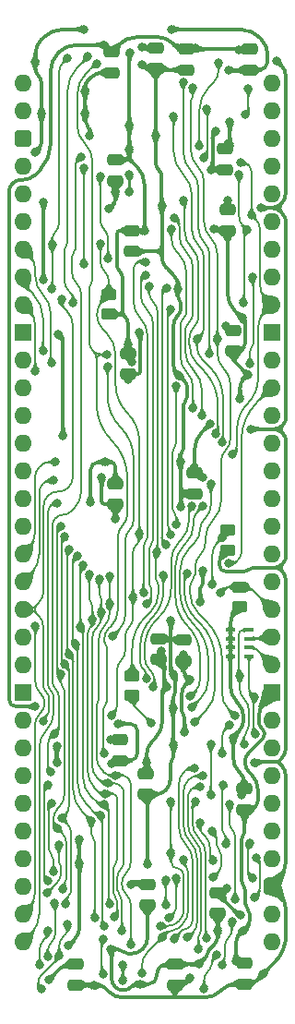
<source format=gbl>
%TF.GenerationSoftware,KiCad,Pcbnew,8.0.7*%
%TF.CreationDate,2025-03-06T17:11:05+02:00*%
%TF.ProjectId,W65C816 Breakout,57363543-3831-4362-9042-7265616b6f75,V1*%
%TF.SameCoordinates,Original*%
%TF.FileFunction,Copper,L2,Bot*%
%TF.FilePolarity,Positive*%
%FSLAX46Y46*%
G04 Gerber Fmt 4.6, Leading zero omitted, Abs format (unit mm)*
G04 Created by KiCad (PCBNEW 8.0.7) date 2025-03-06 17:11:05*
%MOMM*%
%LPD*%
G01*
G04 APERTURE LIST*
G04 Aperture macros list*
%AMRoundRect*
0 Rectangle with rounded corners*
0 $1 Rounding radius*
0 $2 $3 $4 $5 $6 $7 $8 $9 X,Y pos of 4 corners*
0 Add a 4 corners polygon primitive as box body*
4,1,4,$2,$3,$4,$5,$6,$7,$8,$9,$2,$3,0*
0 Add four circle primitives for the rounded corners*
1,1,$1+$1,$2,$3*
1,1,$1+$1,$4,$5*
1,1,$1+$1,$6,$7*
1,1,$1+$1,$8,$9*
0 Add four rect primitives between the rounded corners*
20,1,$1+$1,$2,$3,$4,$5,0*
20,1,$1+$1,$4,$5,$6,$7,0*
20,1,$1+$1,$6,$7,$8,$9,0*
20,1,$1+$1,$8,$9,$2,$3,0*%
G04 Aperture macros list end*
%TA.AperFunction,ComponentPad*%
%ADD10O,1.600000X1.600000*%
%TD*%
%TA.AperFunction,ComponentPad*%
%ADD11RoundRect,0.400000X-0.400000X-0.400000X0.400000X-0.400000X0.400000X0.400000X-0.400000X0.400000X0*%
%TD*%
%TA.AperFunction,ComponentPad*%
%ADD12R,1.600000X1.600000*%
%TD*%
%TA.AperFunction,SMDPad,CuDef*%
%ADD13RoundRect,0.250000X-0.475000X0.250000X-0.475000X-0.250000X0.475000X-0.250000X0.475000X0.250000X0*%
%TD*%
%TA.AperFunction,SMDPad,CuDef*%
%ADD14RoundRect,0.250000X0.475000X-0.250000X0.475000X0.250000X-0.475000X0.250000X-0.475000X-0.250000X0*%
%TD*%
%TA.AperFunction,SMDPad,CuDef*%
%ADD15R,0.900000X0.450000*%
%TD*%
%TA.AperFunction,SMDPad,CuDef*%
%ADD16RoundRect,0.250000X0.450000X-0.262500X0.450000X0.262500X-0.450000X0.262500X-0.450000X-0.262500X0*%
%TD*%
%TA.AperFunction,ViaPad*%
%ADD17C,0.800000*%
%TD*%
%TA.AperFunction,Conductor*%
%ADD18C,0.380000*%
%TD*%
%TA.AperFunction,Conductor*%
%ADD19C,0.200000*%
%TD*%
G04 APERTURE END LIST*
D10*
%TO.P,J7,1,Pin_1*%
%TO.N,Opcode Valid*%
X0Y0D03*
%TO.P,J7,2,Pin_2*%
%TO.N,A0*%
X0Y-2540000D03*
D11*
%TO.P,J7,3,Pin_3*%
%TO.N,5V*%
X0Y-5080000D03*
D10*
%TO.P,J7,4,Pin_4*%
%TO.N,A1*%
X0Y-7620000D03*
%TO.P,J7,5,Pin_5*%
%TO.N,A2*%
X0Y-10160000D03*
%TO.P,J7,6,Pin_6*%
%TO.N,A3*%
X0Y-12700000D03*
%TO.P,J7,7,Pin_7*%
%TO.N,A4*%
X0Y-15240000D03*
%TO.P,J7,8,Pin_8*%
%TO.N,A5*%
X0Y-17780000D03*
%TO.P,J7,9,Pin_9*%
%TO.N,A6*%
X0Y-20320000D03*
D12*
%TO.P,J7,10,Pin_10*%
%TO.N,GND*%
X0Y-22860000D03*
D10*
%TO.P,J7,11,Pin_11*%
%TO.N,A7*%
X0Y-25400000D03*
%TO.P,J7,12,Pin_12*%
%TO.N,A8*%
X0Y-27940000D03*
%TO.P,J7,13,Pin_13*%
%TO.N,A9*%
X0Y-30480000D03*
%TO.P,J7,14,Pin_14*%
%TO.N,A10*%
X0Y-33020000D03*
%TO.P,J7,15,Pin_15*%
%TO.N,A11*%
X0Y-35560000D03*
%TO.P,J7,16,Pin_16*%
%TO.N,A12*%
X0Y-38100000D03*
%TO.P,J7,17,Pin_17*%
%TO.N,A13*%
X0Y-40640000D03*
%TO.P,J7,18,Pin_18*%
%TO.N,A14*%
X0Y-43180000D03*
%TO.P,J7,19,Pin_19*%
%TO.N,A15*%
X0Y-45720000D03*
%TO.P,J7,20,Pin_20*%
%TO.N,BE*%
X0Y-48260000D03*
%TO.P,J7,21,Pin_21*%
%TO.N,RDY*%
X0Y-50800000D03*
%TO.P,J7,22,Pin_22*%
%TO.N,Address Valid*%
X0Y-53340000D03*
D12*
%TO.P,J7,23,Pin_23*%
%TO.N,GND*%
X0Y-55880000D03*
D10*
%TO.P,J7,24,Pin_24*%
%TO.N,R~{W}*%
X0Y-58420000D03*
%TO.P,J7,25,Pin_25*%
%TO.N,~{PHI2}*%
X0Y-60960000D03*
%TO.P,J7,26,Pin_26*%
%TO.N,BA7*%
X0Y-63500000D03*
%TO.P,J7,27,Pin_27*%
%TO.N,BA6*%
X0Y-66040000D03*
%TO.P,J7,28,Pin_28*%
%TO.N,BA5*%
X0Y-68580000D03*
%TO.P,J7,29,Pin_29*%
%TO.N,BA4*%
X0Y-71120000D03*
%TO.P,J7,30,Pin_30*%
%TO.N,Bank Latch*%
X0Y-73660000D03*
%TO.P,J7,31,Pin_31*%
%TO.N,~{VP}*%
X0Y-76200000D03*
%TO.P,J7,32,Pin_32*%
%TO.N,~{ML}*%
X0Y-78740000D03*
%TO.P,J7,33,Pin_33*%
%TO.N,~{BANK 0}*%
X22860000Y-78740000D03*
%TO.P,J7,34,Pin_34*%
%TO.N,BA3*%
X22860000Y-76200000D03*
D11*
%TO.P,J7,35,Pin_35*%
%TO.N,5V*%
X22860000Y-73660000D03*
D10*
%TO.P,J7,36,Pin_36*%
%TO.N,BA2*%
X22860000Y-71120000D03*
%TO.P,J7,37,Pin_37*%
%TO.N,BA1*%
X22860000Y-68580000D03*
%TO.P,J7,38,Pin_38*%
%TO.N,BA0*%
X22860000Y-66040000D03*
%TO.P,J7,39,Pin_39*%
%TO.N,PHI2*%
X22860000Y-63500000D03*
%TO.P,J7,40,Pin_40*%
%TO.N,~{Reset}*%
X22860000Y-60960000D03*
%TO.P,J7,41,Pin_41*%
%TO.N,~{NMI}*%
X22860000Y-58420000D03*
D12*
%TO.P,J7,42,Pin_42*%
%TO.N,GND*%
X22860000Y-55880000D03*
D10*
%TO.P,J7,43,Pin_43*%
%TO.N,~{IRQ}*%
X22860000Y-53340000D03*
%TO.P,J7,44,Pin_44*%
%TO.N,~{ABORT}*%
X22860000Y-50800000D03*
%TO.P,J7,45,Pin_45*%
%TO.N,DE*%
X22860000Y-48260000D03*
%TO.P,J7,46,Pin_46*%
%TO.N,D7*%
X22860000Y-45720000D03*
%TO.P,J7,47,Pin_47*%
%TO.N,D6*%
X22860000Y-43180000D03*
%TO.P,J7,48,Pin_48*%
%TO.N,D5*%
X22860000Y-40640000D03*
%TO.P,J7,49,Pin_49*%
%TO.N,D4*%
X22860000Y-38100000D03*
%TO.P,J7,50,Pin_50*%
%TO.N,D3*%
X22860000Y-35560000D03*
%TO.P,J7,51,Pin_51*%
%TO.N,D2*%
X22860000Y-33020000D03*
%TO.P,J7,52,Pin_52*%
%TO.N,D1*%
X22860000Y-30480000D03*
%TO.P,J7,53,Pin_53*%
%TO.N,D0*%
X22860000Y-27940000D03*
%TO.P,J7,54,Pin_54*%
%TO.N,E*%
X22860000Y-25400000D03*
D12*
%TO.P,J7,55,Pin_55*%
%TO.N,GND*%
X22860000Y-22860000D03*
D10*
%TO.P,J7,56,Pin_56*%
%TO.N,VPA*%
X22860000Y-20320000D03*
%TO.P,J7,57,Pin_57*%
%TO.N,Native Latch*%
X22860000Y-17780000D03*
%TO.P,J7,58,Pin_58*%
%TO.N,~{Data Output}*%
X22860000Y-15240000D03*
%TO.P,J7,59,Pin_59*%
%TO.N,VDA*%
X22860000Y-12700000D03*
%TO.P,J7,60,Pin_60*%
%TO.N,~{WD}*%
X22860000Y-10160000D03*
%TO.P,J7,61,Pin_61*%
%TO.N,~{RD}*%
X22860000Y-7620000D03*
%TO.P,J7,62,Pin_62*%
%TO.N,VPA\u00B7VDA*%
X22860000Y-5080000D03*
%TO.P,J7,63,Pin_63*%
%TO.N,X*%
X22860000Y-2540000D03*
%TO.P,J7,64,Pin_64*%
%TO.N,M*%
X22860000Y0D03*
%TD*%
D13*
%TO.P,C15,1*%
%TO.N,/3.3V*%
X8128000Y2839000D03*
%TO.P,C15,2*%
%TO.N,GND*%
X8128000Y939000D03*
%TD*%
%TO.P,C18,1*%
%TO.N,5V*%
X18796000Y-11639000D03*
%TO.P,C18,2*%
%TO.N,GND*%
X18796000Y-13539000D03*
%TD*%
D14*
%TO.P,C4,1*%
%TO.N,5V*%
X8509000Y-38653000D03*
%TO.P,C4,2*%
%TO.N,GND*%
X8509000Y-36753000D03*
%TD*%
D13*
%TO.P,C6,1*%
%TO.N,/3.3V*%
X19304000Y-22688000D03*
%TO.P,C6,2*%
%TO.N,GND*%
X19304000Y-24588000D03*
%TD*%
%TO.P,C41,1*%
%TO.N,5V*%
X12192000Y3220000D03*
%TO.P,C41,2*%
%TO.N,GND*%
X12192000Y1320000D03*
%TD*%
%TO.P,C2,1*%
%TO.N,5V*%
X15748000Y-35769000D03*
%TO.P,C2,2*%
%TO.N,GND*%
X15748000Y-37669000D03*
%TD*%
%TO.P,C3,1*%
%TO.N,/3.3V*%
X10033000Y-13544000D03*
%TO.P,C3,2*%
%TO.N,GND*%
X10033000Y-15444000D03*
%TD*%
%TO.P,C19,1*%
%TO.N,/3.3V*%
X20320000Y-64725000D03*
%TO.P,C19,2*%
%TO.N,GND*%
X20320000Y-66625000D03*
%TD*%
D14*
%TO.P,C13,1*%
%TO.N,5V*%
X20320000Y-82620400D03*
%TO.P,C13,2*%
%TO.N,GND*%
X20320000Y-80720400D03*
%TD*%
D13*
%TO.P,C10,1*%
%TO.N,5V*%
X17907000Y-74250000D03*
%TO.P,C10,2*%
%TO.N,GND*%
X17907000Y-76150000D03*
%TD*%
%TO.P,C11,1*%
%TO.N,/3.3V*%
X18542000Y-6051000D03*
%TO.P,C11,2*%
%TO.N,GND*%
X18542000Y-7951000D03*
%TD*%
D14*
%TO.P,C8,1*%
%TO.N,/3.3V*%
X8890000Y-62148000D03*
%TO.P,C8,2*%
%TO.N,GND*%
X8890000Y-60248000D03*
%TD*%
D13*
%TO.P,C17,1*%
%TO.N,5V*%
X11303000Y-63328000D03*
%TO.P,C17,2*%
%TO.N,GND*%
X11303000Y-65228000D03*
%TD*%
%TO.P,C23,1*%
%TO.N,/3.3V*%
X20828000Y3093000D03*
%TO.P,C23,2*%
%TO.N,GND*%
X20828000Y1193000D03*
%TD*%
D14*
%TO.P,C16,1*%
%TO.N,5V*%
X12446000Y-52877000D03*
%TO.P,C16,2*%
%TO.N,GND*%
X12446000Y-50977000D03*
%TD*%
D13*
%TO.P,C9,1*%
%TO.N,5V*%
X11430000Y-73488000D03*
%TO.P,C9,2*%
%TO.N,GND*%
X11430000Y-75388000D03*
%TD*%
D15*
%TO.P,RN4,1,R1*%
%TO.N,/3.3V*%
X19063600Y-52578000D03*
%TO.P,RN4,2,R2*%
X19063600Y-51778000D03*
%TO.P,RN4,3,R3*%
X19063600Y-50978000D03*
%TO.P,RN4,4,R4*%
X19063600Y-50178000D03*
%TO.P,RN4,5,R4*%
%TO.N,BE*%
X20763600Y-50178000D03*
%TO.P,RN4,6,R3*%
%TO.N,~{ABORT}*%
X20763600Y-50978000D03*
%TO.P,RN4,7,R2*%
%TO.N,~{IRQ}*%
X20763600Y-51778000D03*
%TO.P,RN4,8,R1*%
%TO.N,~{NMI}*%
X20763600Y-52578000D03*
%TD*%
D16*
%TO.P,R2,1*%
%TO.N,/3.3V*%
X19949000Y-48029500D03*
%TO.P,R2,2*%
%TO.N,DE*%
X19949000Y-46204500D03*
%TD*%
D14*
%TO.P,C7,1*%
%TO.N,5V*%
X13970000Y-82722000D03*
%TO.P,C7,2*%
%TO.N,GND*%
X13970000Y-80822000D03*
%TD*%
D13*
%TO.P,C14,1*%
%TO.N,/3.3V*%
X9652000Y-24786000D03*
%TO.P,C14,2*%
%TO.N,GND*%
X9652000Y-26686000D03*
%TD*%
%TO.P,C42,1*%
%TO.N,/3.3V*%
X14986000Y3093000D03*
%TO.P,C42,2*%
%TO.N,GND*%
X14986000Y1193000D03*
%TD*%
D16*
%TO.P,R1,1*%
%TO.N,5V*%
X18806000Y-42822500D03*
%TO.P,R1,2*%
%TO.N,RDY*%
X18806000Y-40997500D03*
%TD*%
D14*
%TO.P,C1,1*%
%TO.N,5V*%
X4826000Y-82722000D03*
%TO.P,C1,2*%
%TO.N,GND*%
X4826000Y-80822000D03*
%TD*%
D13*
%TO.P,C12,1*%
%TO.N,/3.3V*%
X8509000Y-7067000D03*
%TO.P,C12,2*%
%TO.N,GND*%
X8509000Y-8967000D03*
%TD*%
D16*
%TO.P,R4,1*%
%TO.N,/3.3V*%
X7884000Y-21209000D03*
%TO.P,R4,2*%
%TO.N,R~{W}*%
X7884000Y-19384000D03*
%TD*%
%TO.P,R3,1*%
%TO.N,Net-(IC1C-2B7)*%
X10043000Y-56157500D03*
%TO.P,R3,2*%
%TO.N,/PHI2_{5V}*%
X10043000Y-54332500D03*
%TD*%
D14*
%TO.P,C5,1*%
%TO.N,/3.3V*%
X14732000Y-53004000D03*
%TO.P,C5,2*%
%TO.N,GND*%
X14732000Y-51104000D03*
%TD*%
D17*
%TO.N,5V*%
X11366496Y-62293504D03*
X15342083Y-82089744D03*
X21844000Y-11460000D03*
X10922000Y3302004D03*
X23319000Y2032000D03*
X12700000Y-52077000D03*
X18796000Y-10783000D03*
X20955000Y-31750000D03*
X20009437Y-76311270D03*
X6545002Y-82753200D03*
X18739844Y-73857844D03*
X16479486Y-36170124D03*
X9903696Y-73468884D03*
X21231349Y-62351325D03*
X22038325Y-81720665D03*
X17210000Y-31231428D03*
X13208000Y-55372000D03*
X8509000Y-40005000D03*
X7236918Y-36194217D03*
%TO.N,GND*%
X14224000Y-18890006D03*
X20220492Y-77742527D03*
X8509000Y-10033000D03*
X14468907Y-34768678D03*
X17901026Y-77724000D03*
X1700000Y-2843992D03*
X1879854Y-10978160D03*
X13843000Y-54229000D03*
X12192000Y-4826000D03*
X12776416Y-11303630D03*
X17526000Y-13396000D03*
X19570546Y-80530540D03*
X8078146Y-79446008D03*
X13830561Y-60718000D03*
X8094658Y-60206572D03*
X18872521Y1193478D03*
X17272000Y-7960000D03*
X20356193Y-67127502D03*
X17687000Y-4380000D03*
X13588996Y-49307636D03*
X5142000Y-71589344D03*
X5588000Y4915000D03*
X14359645Y-26825653D03*
X5715000Y-2844000D03*
X10950012Y1651000D03*
X16160958Y-80772000D03*
X13789781Y-57337731D03*
X9652000Y-27190000D03*
X5142000Y-69389344D03*
X2383107Y-82237284D03*
X20654152Y-26758116D03*
X5715000Y-762000D03*
X19939000Y-28956000D03*
X1143000Y1905000D03*
X6195001Y-38456690D03*
X13640177Y4911295D03*
X3237000Y-23048010D03*
X4160523Y-79124988D03*
X6096000Y-4826000D03*
X1143000Y-6350000D03*
X3683000Y-32385004D03*
X11430000Y-71649996D03*
X10780630Y-82644681D03*
X7526355Y-34768683D03*
X7874000Y-11557000D03*
X16507765Y-44733449D03*
X14498229Y-38862000D03*
X16306475Y-47625000D03*
X20138499Y-21559017D03*
X1879851Y-18089744D03*
X10680000Y-22859992D03*
%TO.N,R~{W}*%
X8100000Y-57976000D03*
X10695000Y-41338018D03*
X10107370Y-47157854D03*
X7112022Y-14732000D03*
%TO.N,/3.3V*%
X19811982Y3048000D03*
X20065993Y-65278014D03*
X7483504Y3495000D03*
X14732000Y-52451000D03*
X14859000Y-59563000D03*
X15872998Y3175000D03*
X8178475Y-62433525D03*
X19316232Y-60068312D03*
X9652000Y-23942004D03*
X3113000Y-62357000D03*
X15367000Y-54751031D03*
X3113000Y-60813329D03*
X9779000Y-6096006D03*
X11176000Y-13600000D03*
X1142998Y-57174000D03*
X19005353Y-5780000D03*
X8723698Y-58757667D03*
X10005000Y-25586500D03*
X9779000Y-3937000D03*
X19012903Y-3590000D03*
X9792131Y2809814D03*
X18599683Y-22287366D03*
%TO.N,PHI2*%
X18965502Y-58870612D03*
X18288000Y-61468000D03*
%TO.N,/D0_{65}*%
X7960373Y-47762720D03*
X8509000Y-63500000D03*
X7966029Y-45189457D03*
X9906000Y-78994000D03*
%TO.N,/D1_{65}*%
X7781969Y-64200000D03*
X9079000Y-77732229D03*
X6997342Y-45488020D03*
X7173986Y-48546820D03*
%TO.N,/D2_{65}*%
X7584040Y-65180219D03*
X6402681Y-49247972D03*
X8382000Y-76454000D03*
X6084447Y-45079834D03*
%TO.N,/D3_{65}*%
X7979000Y-75311000D03*
X7432685Y-66168701D03*
X5288106Y-49911000D03*
X5534644Y-44244537D03*
%TO.N,/D4_{65}*%
X4826000Y-51463324D03*
X7486777Y-77348186D03*
X5025731Y-43376885D03*
X7146737Y-67126949D03*
%TO.N,/D5_{65}*%
X6273502Y-67658686D03*
X4250001Y-42745816D03*
X4254040Y-52385342D03*
X6579000Y-76550853D03*
%TO.N,/D6_{65}*%
X3853183Y-53301485D03*
X3936982Y-75311000D03*
X3850000Y-41607111D03*
X3569427Y-67416256D03*
%TO.N,/D7_{65}*%
X3692000Y-73911000D03*
X3154253Y-68326000D03*
X3449180Y-40640000D03*
X3450000Y-54216607D03*
%TO.N,/BE_{5V}*%
X11343416Y-54625042D03*
X12898345Y-45109000D03*
%TO.N,/~{ABORT}_{5V}*%
X11985464Y-55392113D03*
X15522000Y-38811385D03*
%TO.N,/~{IRQ}_{5V}*%
X16521561Y-38781656D03*
X15369781Y-56237731D03*
%TO.N,/~{NMI}_{5V}*%
X15533540Y-57224234D03*
X17254559Y-36802000D03*
%TO.N,~{Reset}*%
X15581125Y-435196D03*
X17849683Y-23437687D03*
X19453943Y-57998012D03*
%TO.N,~{NMI}*%
X21269014Y-56303334D03*
X21329852Y-59689998D03*
%TO.N,BE*%
X1885531Y-58559207D03*
X20291674Y-60651625D03*
X17251000Y-65278999D03*
X19903600Y-54356000D03*
X17272000Y-60641000D03*
X3556000Y-19812000D03*
%TO.N,D0*%
X18908999Y-44041000D03*
%TO.N,/~{DE}*%
X11346959Y-47771049D03*
X11267015Y-17610900D03*
%TO.N,~{VP}*%
X1143000Y-49784000D03*
%TO.N,RDY*%
X17403171Y-46014490D03*
X18323960Y-41691960D03*
%TO.N,~{ML}*%
X3120919Y-38553919D03*
%TO.N,VPA*%
X21000852Y-12095999D03*
X19207252Y-34066252D03*
X20018529Y-7310001D03*
%TO.N,A0*%
X15978000Y-23467975D03*
X13843000Y-3102002D03*
X20701000Y-485990D03*
X18268532Y-32968008D03*
X20447000Y-2921000D03*
%TO.N,A1*%
X14705647Y-10787206D03*
X17680887Y-32158887D03*
%TO.N,A2*%
X13901407Y-12355802D03*
X16445775Y-30480000D03*
%TO.N,A3*%
X13616416Y-13366389D03*
X15621000Y-29845000D03*
%TO.N,A4*%
X2639000Y-25656875D03*
%TO.N,A5*%
X1837000Y-24534525D03*
%TO.N,A6*%
X1137000Y-26410000D03*
%TO.N,A14*%
X3003328Y-34753322D03*
%TO.N,A15*%
X2794000Y-36449000D03*
%TO.N,E*%
X14069000Y-27816350D03*
X14085000Y-40513000D03*
%TO.N,/PHI2_{5V}*%
X2658499Y-18905000D03*
X12295000Y-43029972D03*
X11579241Y-18613410D03*
X4094752Y2290466D03*
X2695000Y-14859000D03*
%TO.N,/MX*%
X13124348Y-42324303D03*
X5969000Y2413000D03*
X4602659Y-20181000D03*
X13208000Y-18796000D03*
%TO.N,VDA*%
X13583391Y-20738286D03*
X19840274Y-8411212D03*
X13576080Y-41432147D03*
X20206024Y-20128000D03*
X20574000Y-13462000D03*
%TO.N,/~{RES}_{5V}*%
X15766114Y-58628688D03*
X15105172Y-44975032D03*
%TO.N,/~{WD}_{PART}*%
X5584976Y-7768350D03*
X5588000Y-16637000D03*
%TO.N,/~{RD}_{PART}*%
X7812021Y-16129000D03*
X7092830Y-8590000D03*
%TO.N,DE*%
X18150671Y-46736000D03*
X11235002Y-16405300D03*
X11063548Y-46724000D03*
%TO.N,/~{BE}*%
X2540000Y-63184000D03*
X2901822Y-59664238D03*
X5340956Y-6788610D03*
%TO.N,Bank Latch*%
X3290245Y-69906000D03*
X18669000Y-69760703D03*
X18415002Y-64328000D03*
X2200000Y-74295000D03*
%TO.N,~{PHI2}*%
X6825926Y1774981D03*
X7460130Y-61515889D03*
X7747000Y-24892000D03*
%TO.N,/A0_{PREV}*%
X14732000Y93000D03*
X17106486Y-24848454D03*
%TO.N,Native Latch*%
X21060000Y-17830922D03*
X20840000Y-25763734D03*
%TO.N,BA7*%
X13095861Y-73081794D03*
X2272731Y-73164780D03*
X13126148Y-75409958D03*
X21056957Y-72898049D03*
X20838000Y-69723000D03*
X2286006Y-64389000D03*
%TO.N,BA6*%
X14083375Y-72924249D03*
X13413040Y-76561120D03*
X17352017Y-68626983D03*
X2650000Y-66040000D03*
X2806083Y-72318884D03*
X17483375Y-72846000D03*
%TO.N,/BA5+BA6+BA7*%
X19187528Y-76902527D03*
X18288000Y-80899000D03*
%TO.N,BA5*%
X21398904Y-71027403D03*
X12663974Y-77296923D03*
X21269428Y-74676000D03*
X13589000Y-65913000D03*
X13589000Y-70611994D03*
%TO.N,BA2*%
X16256000Y-64537857D03*
X16136328Y-79415599D03*
X2264000Y-77724000D03*
X1524000Y-80899000D03*
%TO.N,BA1*%
X1705891Y-83077284D03*
X16506365Y-63541336D03*
X4097310Y-77175000D03*
X15109294Y-78321310D03*
X3327089Y-80015012D03*
%TO.N,/BA0+BA1+BA2*%
X16637004Y-83074998D03*
X17798384Y-79938664D03*
%TO.N,BA0*%
X7366000Y-81694008D03*
X13909080Y-78460862D03*
X15763168Y-62841336D03*
X7338167Y-78464004D03*
%TO.N,BA4*%
X17483375Y-71266000D03*
X16256000Y-67818000D03*
X14732000Y-71247000D03*
X10930682Y-81656000D03*
X12809910Y-78336735D03*
%TO.N,BA3*%
X9183590Y-82296000D03*
X15875000Y-65913000D03*
X9183590Y-80856000D03*
X2918128Y-75212932D03*
X2287532Y-80090806D03*
X16850444Y-78451098D03*
%TO.N,/FET ~{OE}*%
X18988000Y-66167000D03*
X19482588Y-74838674D03*
%TO.N,Address Valid*%
X7768661Y-25979659D03*
X8255000Y-50717747D03*
%TO.N,/A0_{CHANGE}*%
X17968351Y1855114D03*
X16186940Y-5783373D03*
%TO.N,Opcode Valid*%
X16893756Y-2401000D03*
X16632415Y-6834482D03*
%TO.N,Net-(IC1C-2B7)*%
X11811000Y-58686000D03*
%TO.N,~{WD}*%
X9779034Y-10033000D03*
X9784310Y-8417007D03*
%TD*%
D18*
%TO.N,/3.3V*%
X9785565Y2803248D02*
G75*
G03*
X9778997Y2787397I15835J-15848D01*
G01*
X19506300Y-48472200D02*
G75*
G03*
X19063589Y-49540972I1068800J-1068800D01*
G01*
X14732000Y-53667018D02*
G75*
G03*
X15049512Y-54433519I1084000J18D01*
G01*
X8784789Y-21209000D02*
G75*
G03*
X9144000Y-20849789I11J359200D01*
G01*
X9398000Y-21463000D02*
G75*
G03*
X8784789Y-21209004I-613200J-613200D01*
G01*
X9144000Y-20849789D02*
G75*
G03*
X9397997Y-21463003I867200J-11D01*
G01*
X3252764Y2782235D02*
G75*
G03*
X2540000Y1061469I1720766J-1720765D01*
G01*
X10328833Y-58969833D02*
G75*
G03*
X9816618Y-58757669I-512233J-512267D01*
G01*
X10328000Y-61935000D02*
G75*
G02*
X9813772Y-62147989I-514200J514200D01*
G01*
X10328833Y-58969833D02*
G75*
G02*
X10541031Y-59482048I-512233J-512267D01*
G01*
X10541000Y-61420772D02*
G75*
G02*
X10328008Y-61935008I-727200J-28D01*
G01*
X19348618Y-59944321D02*
G75*
G03*
X19316236Y-60022510I78182J-78179D01*
G01*
X8890000Y-17272000D02*
G75*
G02*
X9143996Y-17885210I-613200J-613200D01*
G01*
X10436008Y4191000D02*
G75*
G03*
X8803998Y3515002I-8J-2308000D01*
G01*
X2540000Y-5637961D02*
G75*
G02*
X1587499Y-7937499I-3252036J1D01*
G01*
X19316232Y-61913460D02*
G75*
G03*
X19818117Y-63125115I1713538J0D01*
G01*
X4973530Y3495000D02*
G75*
G03*
X3252764Y2782235I0J-2433530D01*
G01*
X19693415Y-56795924D02*
G75*
G02*
X20274038Y-58197724I-1401815J-1401776D01*
G01*
X14719390Y-57924609D02*
G75*
G02*
X14859018Y-58261656I-337090J-337091D01*
G01*
X14579781Y-57587562D02*
G75*
G03*
X14719379Y-57924620I476619J-38D01*
G01*
X11151000Y-13575000D02*
G75*
G03*
X11090644Y-13549982I-60400J-60400D01*
G01*
X9334503Y-6985000D02*
G75*
G03*
X9779000Y-6540503I-3J444500D01*
G01*
X10093306Y-7299306D02*
G75*
G03*
X9334503Y-6984995I-758806J-758794D01*
G01*
X9779000Y-6540503D02*
G75*
G03*
X10093310Y-7299302I1073100J3D01*
G01*
X19931798Y-63238798D02*
G75*
G02*
X20320001Y-64176000I-937198J-937202D01*
G01*
X8636000Y-16658789D02*
G75*
G03*
X8889997Y-17272003I867200J-11D01*
G01*
X15913998Y3134000D02*
G75*
G03*
X16012980Y3092991I99002J99000D01*
G01*
X9652000Y-25009750D02*
G75*
G03*
X9810186Y-25391744I540200J-50D01*
G01*
X-185987Y-8890000D02*
G75*
G03*
X-952500Y-9207500I-1J-1084011D01*
G01*
X9398000Y-21463000D02*
G75*
G02*
X9651996Y-22076210I-613200J-613200D01*
G01*
X8722000Y-13630000D02*
G75*
G03*
X8636009Y-13837622I207600J-207600D01*
G01*
X-1091000Y-56995000D02*
G75*
G03*
X-658855Y-57174000I432147J432151D01*
G01*
X-1270000Y-56562855D02*
G75*
G03*
X-1091000Y-56995000I611151J2D01*
G01*
X20274060Y-58341593D02*
G75*
G02*
X19795159Y-59497807I-1635160J-7D01*
G01*
X-952500Y-9207500D02*
G75*
G03*
X-1270000Y-9974012I766513J-766513D01*
G01*
X19050000Y-55286967D02*
G75*
G03*
X19662029Y-56764540I2089600J-3D01*
G01*
X7483504Y3489248D02*
G75*
G03*
X7487545Y3479403I13896J-48D01*
G01*
X10477500Y-7683500D02*
G75*
G02*
X11175988Y-9369828I-1686300J-1686300D01*
G01*
X1084012Y-8440987D02*
G75*
G02*
X0Y-8890000I-1084014J1084014D01*
G01*
X14065583Y3333416D02*
G75*
G03*
X14646000Y3092990I580417J580384D01*
G01*
X13757000Y3642000D02*
G75*
G03*
X12431596Y4190999I-1325400J-1325400D01*
G01*
X14973390Y-55144640D02*
G75*
G03*
X14579765Y-56094897I950210J-950260D01*
G01*
X8929622Y-13544000D02*
G75*
G03*
X8721993Y-13629993I-22J-293600D01*
G01*
%TO.N,GND*%
X22028324Y-59271239D02*
G75*
G02*
X22201791Y-59690000I-418724J-418761D01*
G01*
X21361000Y-66396000D02*
G75*
G02*
X20808145Y-66625019I-552900J552900D01*
G01*
X17907000Y-77713801D02*
G75*
G02*
X17904012Y-77721012I-10200J1D01*
G01*
X8156000Y-82148786D02*
G75*
G03*
X8459496Y-82881504I1036200J-14D01*
G01*
X12471399Y-7975600D02*
G75*
G02*
X12750786Y-8650130I-674499J-674500D01*
G01*
X20447000Y-75291485D02*
G75*
G03*
X20637494Y-75751399I650400J-15D01*
G01*
X14185499Y-21374499D02*
G75*
G03*
X13842985Y-22201368I826901J-826901D01*
G01*
X8509000Y-10477500D02*
G75*
G02*
X8194688Y-11236305I-1073100J0D01*
G01*
X12573000Y-81076000D02*
G75*
G03*
X12319004Y-81689210I613200J-613200D01*
G01*
X20828000Y-76705445D02*
G75*
G02*
X20524227Y-77438754I-1037100J45D01*
G01*
X11010000Y-79414000D02*
G75*
G02*
X9996030Y-79834013I-1014000J1014000D01*
G01*
X13678030Y-62128530D02*
G75*
G03*
X13525488Y-62496771I368270J-368270D01*
G01*
X20391325Y-62277542D02*
G75*
G03*
X20767365Y-63185339I1283875J42D01*
G01*
X8367341Y-34910341D02*
G75*
G03*
X8025347Y-34768710I-341941J-341959D01*
G01*
X13921356Y-17731356D02*
G75*
G02*
X14223995Y-18462003I-730656J-730644D01*
G01*
X20419000Y-23853944D02*
G75*
G02*
X20203987Y-24372987I-734100J44D01*
G01*
X8367341Y-34910341D02*
G75*
G02*
X8508961Y-35252335I-342041J-341959D01*
G01*
X7317973Y939000D02*
G75*
G03*
X6184508Y469492I27J-1603000D01*
G01*
X20202096Y-69060903D02*
G75*
G03*
X20048012Y-69432925I372004J-371997D01*
G01*
X19895519Y-78067500D02*
G75*
G03*
X19570592Y-78852054I784581J-784500D01*
G01*
X11430000Y-78400030D02*
G75*
G02*
X11010002Y-79414002I-1433980J0D01*
G01*
X17778000Y-13398000D02*
G75*
G03*
X17782828Y-13399988I4800J4800D01*
G01*
X13186210Y-80822000D02*
G75*
G03*
X12572997Y-81075997I-10J-867200D01*
G01*
X13525500Y-63904138D02*
G75*
G02*
X13137750Y-64840250I-1323860J-2D01*
G01*
X12192000Y864506D02*
G75*
G03*
X11736506Y1320000I-455500J-6D01*
G01*
X1681815Y3967815D02*
G75*
G03*
X1143000Y2667000I1300815J-1300815D01*
G01*
X13920500Y-54306500D02*
G75*
G02*
X13997999Y-54493601I-187100J-187100D01*
G01*
X13843000Y-25943684D02*
G75*
G03*
X14101308Y-26567344I882000J-16D01*
G01*
X6943253Y-34768683D02*
G75*
G03*
X6414190Y-34987872I47J-748217D01*
G01*
X5174500Y-71621844D02*
G75*
G02*
X5206985Y-71700305I-78500J-78456D01*
G01*
X22265000Y-56627333D02*
G75*
G03*
X21670006Y-58063790I1436500J-1436467D01*
G01*
X20356193Y-68688881D02*
G75*
G02*
X20202100Y-69060907I-526093J-19D01*
G01*
X14528000Y-20549000D02*
G75*
G02*
X14186475Y-21373540I-1166100J0D01*
G01*
X20048000Y-73105864D02*
G75*
G03*
X20247490Y-73587510I681100J-36D01*
G01*
X19646500Y-24588000D02*
G75*
G03*
X19304000Y-24930500I0J-342500D01*
G01*
X21850381Y4057617D02*
G75*
G02*
X22479009Y2540000I-1517581J-1517617D01*
G01*
X20247500Y-73587500D02*
G75*
G02*
X20446985Y-74069135I-481600J-481600D01*
G01*
X20637500Y-75751393D02*
G75*
G02*
X20828002Y-76211300I-459900J-459907D01*
G01*
X15113000Y-28696742D02*
G75*
G02*
X14947882Y-29095311I-563700J42D01*
G01*
X12081159Y-82406840D02*
G75*
G02*
X11506961Y-82644641I-574159J574240D01*
G01*
X12750799Y-11259899D02*
G75*
G03*
X12763613Y-11290815I43701J-1D01*
G01*
X8117073Y-79484935D02*
G75*
G02*
X8155992Y-79578913I-93973J-93965D01*
G01*
X18897760Y1168238D02*
G75*
G03*
X18958694Y1143002I60940J60962D01*
G01*
X1143000Y1331858D02*
G75*
G03*
X1421498Y659498I950850J-8D01*
G01*
X13893890Y-56111109D02*
G75*
G03*
X13789737Y-56362452I251310J-251391D01*
G01*
X8459500Y-82881500D02*
G75*
G03*
X9192213Y-83184994I732700J732700D01*
G01*
X9922159Y-82914840D02*
G75*
G02*
X9269936Y-83185020I-652259J652240D01*
G01*
X9155004Y-79640004D02*
G75*
G03*
X8686656Y-79446024I-468304J-468296D01*
G01*
X10723500Y-26614500D02*
G75*
G02*
X10550883Y-26685993I-172600J172600D01*
G01*
X5905500Y-3873500D02*
G75*
G02*
X6095997Y-4333407I-459900J-459900D01*
G01*
X21737852Y4170147D02*
G75*
G03*
X19948564Y4911252I-1789252J-1789347D01*
G01*
X20278749Y-21699267D02*
G75*
G02*
X20419011Y-22037862I-338649J-338633D01*
G01*
X12319000Y-81832642D02*
G75*
G02*
X12081158Y-82406839I-812040J2D01*
G01*
X5984407Y269407D02*
G75*
G03*
X5714995Y-381000I650393J-650407D01*
G01*
X10486474Y-82644681D02*
G75*
G03*
X9984340Y-82852701I26J-710119D01*
G01*
X20296576Y-27115692D02*
G75*
G03*
X19938958Y-27978956I863224J-863308D01*
G01*
X12776708Y-11303922D02*
G75*
G02*
X12776980Y-11304625I-708J-678D01*
G01*
X22479000Y1974854D02*
G75*
G02*
X22249987Y1422013I-781900J46D01*
G01*
X13830561Y-61760289D02*
G75*
G02*
X13678034Y-62128534I-520761J-11D01*
G01*
X10737500Y-22917492D02*
G75*
G02*
X10794998Y-23056309I-138800J-138808D01*
G01*
X19304000Y-24997982D02*
G75*
G03*
X19593889Y-25697877I989800J-18D01*
G01*
X14947900Y-29095329D02*
G75*
G03*
X14782815Y-29493915I398600J-398571D01*
G01*
X3679760Y4915000D02*
G75*
G03*
X1885998Y4172002I0J-2536770D01*
G01*
X10795000Y-26441883D02*
G75*
G02*
X10723505Y-26614505I-244100J-17D01*
G01*
X21670000Y-58536889D02*
G75*
G03*
X21935886Y-59178809I907800J-11D01*
G01*
X16407120Y-46127355D02*
G75*
G03*
X16306499Y-46370333I242980J-242945D01*
G01*
X9155004Y-79640004D02*
G75*
G03*
X9623351Y-79834047I468396J468304D01*
G01*
X20767351Y-61369732D02*
G75*
G03*
X20391365Y-62277542I907849J-907768D01*
G01*
X20990662Y-63408662D02*
G75*
G02*
X21589996Y-64855591I-1446962J-1446938D01*
G01*
X13137750Y-64840250D02*
G75*
G02*
X12201638Y-65228016I-936150J936150D01*
G01*
X21590000Y-65843145D02*
G75*
G02*
X21360987Y-66395987I-781900J45D01*
G01*
X12777000Y-16015500D02*
G75*
G03*
X13181116Y-16991106I1379700J0D01*
G01*
X4312195Y-80822000D02*
G75*
G03*
X3435086Y-81185324I5J-1240400D01*
G01*
X16135958Y-80797000D02*
G75*
G02*
X16075602Y-80821989I-60358J60400D01*
G01*
X14224000Y-19547039D02*
G75*
G03*
X14376012Y-19913988I519000J39D01*
G01*
X14625853Y-33811946D02*
G75*
G03*
X14468924Y-34190848I378847J-378854D01*
G01*
X12205500Y-15444000D02*
G75*
G03*
X12777000Y-14872500I0J571500D01*
G01*
X12777000Y-16015500D02*
G75*
G03*
X12205500Y-15444000I-571500J0D01*
G01*
X22201781Y-59690000D02*
G75*
G02*
X22028317Y-60108753I-592181J0D01*
G01*
X3460001Y-23271011D02*
G75*
G02*
X3683006Y-23809383I-538401J-538389D01*
G01*
X18796000Y-19267227D02*
G75*
G03*
X19467250Y-20887766I2291780J-3D01*
G01*
X17778000Y-13398000D02*
G75*
G03*
X17773171Y-13396012I-4800J-4800D01*
G01*
X17557000Y-4510000D02*
G75*
G03*
X17427020Y-4823847I313800J-313800D01*
G01*
X17099421Y-79485374D02*
G75*
G03*
X16976363Y-79782549I297179J-297126D01*
G01*
X20204000Y-24373000D02*
G75*
G02*
X19684944Y-24588018I-519100J519100D01*
G01*
X13588996Y-53795388D02*
G75*
G03*
X13715994Y-54102002I433604J-12D01*
G01*
X17287363Y-7951000D02*
G75*
G03*
X17276511Y-7955511I37J-15400D01*
G01*
X17901026Y-78203885D02*
G75*
G02*
X17561700Y-79023103I-1158526J-15D01*
G01*
X11115512Y1485500D02*
G75*
G03*
X11515064Y1319989I399588J399600D01*
G01*
X14483568Y-34783339D02*
G75*
G02*
X14498213Y-34818733I-35368J-35361D01*
G01*
X16507765Y-45884376D02*
G75*
G02*
X16407140Y-46127375I-343665J-24D01*
G01*
X16976328Y-79782549D02*
G75*
G02*
X16853222Y-80079711I-420328J49D01*
G01*
X13998000Y-55859766D02*
G75*
G02*
X13893917Y-56111136I-355500J-34D01*
G01*
X17427000Y-7695398D02*
G75*
G02*
X17349500Y-7882500I-264600J-2D01*
G01*
X14736322Y-27202330D02*
G75*
G02*
X15112980Y-28111710I-909422J-909370D01*
G01*
X14782800Y-33433044D02*
G75*
G02*
X14625842Y-33811935I-535900J44D01*
G01*
X5207000Y-77338540D02*
G75*
G02*
X4683764Y-78601752I-1786460J0D01*
G01*
X15107829Y-37642800D02*
G75*
G03*
X14498200Y-38252400I-29J-609600D01*
G01*
X14498229Y-37033200D02*
G75*
G03*
X15107829Y-37642771I609571J0D01*
G01*
X14376000Y-19914000D02*
G75*
G02*
X14528016Y-20280960I-367000J-367000D01*
G01*
X1700000Y-5399141D02*
G75*
G02*
X1421500Y-6071500I-950860J1D01*
G01*
X22250000Y1422000D02*
G75*
G02*
X21697145Y1192981I-552900J552900D01*
G01*
X5715000Y-3413592D02*
G75*
G03*
X5905498Y-3873502I650400J-8D01*
G01*
X1421500Y659500D02*
G75*
G02*
X1700001Y-12858I-672360J-672360D01*
G01*
X12192000Y-7301070D02*
G75*
G03*
X12471390Y-7975609I953900J-30D01*
G01*
X13789781Y-60648384D02*
G75*
G03*
X13810162Y-60697619I69619J-16D01*
G01*
X6414159Y-34987841D02*
G75*
G03*
X6195010Y-35516935I529041J-529059D01*
G01*
X12777000Y-14872500D02*
X12777000Y-16015500D01*
X14498229Y-38252400D02*
X14498229Y-37033200D01*
%TO.N,5V*%
X12573000Y-52204000D02*
G75*
G03*
X12446002Y-52510605I306600J-306600D01*
G01*
X23771978Y-62618020D02*
G75*
G02*
X24130017Y-63482360I-864378J-864380D01*
G01*
X13017500Y-55562500D02*
G75*
G03*
X12827003Y-56022407I459900J-459900D01*
G01*
X23045987Y-44450000D02*
G75*
G03*
X23812504Y-44132504I13J1084000D01*
G01*
X23812500Y-44767500D02*
G75*
G03*
X23045987Y-44450005I-766500J-766500D01*
G01*
X23812500Y-44132500D02*
G75*
G03*
X23812500Y-44767500I317500J-317500D01*
G01*
X21387252Y-62259999D02*
G75*
G03*
X21276986Y-62305636I-52J-155901D01*
G01*
X18336464Y-43292035D02*
G75*
G03*
X18034041Y-44022250I730236J-730165D01*
G01*
X19777326Y-76250641D02*
G75*
G03*
X19923696Y-76311281I146374J146341D01*
G01*
X18224500Y-44640500D02*
G75*
G03*
X18684407Y-44830997I459900J459900D01*
G01*
X23727000Y1624000D02*
G75*
G02*
X24135000Y639000I-985000J-985000D01*
G01*
X23495000Y-73025000D02*
G75*
G03*
X23495000Y-74295000I635000J-635000D01*
G01*
X18034000Y-44180592D02*
G75*
G03*
X18224498Y-44640502I650400J-8D01*
G01*
X12724500Y-53155500D02*
G75*
G02*
X13003017Y-53827858I-672400J-672400D01*
G01*
X23014167Y-31750000D02*
G75*
G03*
X23835010Y-31410010I33J1160800D01*
G01*
X23835000Y-32090000D02*
G75*
G03*
X23014167Y-31750014I-820800J-820800D01*
G01*
X23835000Y-31410000D02*
G75*
G03*
X23835000Y-32090000I340000J-340000D01*
G01*
X24135000Y-10107971D02*
G75*
G02*
X23739008Y-11064008I-1352000J-29D01*
G01*
X23512799Y-74312799D02*
G75*
G02*
X24165601Y-75888795I-1575999J-1576001D01*
G01*
X23812500Y-44767500D02*
G75*
G02*
X24129995Y-45534012I-766500J-766500D01*
G01*
X21428018Y-82330981D02*
G75*
G02*
X20729300Y-82620410I-698718J698681D01*
G01*
X13659100Y-83865000D02*
G75*
G03*
X13952000Y-83572100I0J292900D01*
G01*
X13952000Y-83572100D02*
G75*
G03*
X14244900Y-83865000I292900J0D01*
G01*
X23835000Y-32090000D02*
G75*
G02*
X24174986Y-32910832I-820800J-820800D01*
G01*
X7587506Y-83025506D02*
G75*
G03*
X6930101Y-82753196I-657406J-657394D01*
G01*
X16032323Y-36053323D02*
G75*
G03*
X16314305Y-36170108I281977J282023D01*
G01*
X13003000Y-55022043D02*
G75*
G03*
X13105513Y-55269487I350000J43D01*
G01*
X19554550Y-82620400D02*
G75*
G03*
X18247812Y-83161621I-50J-1848000D01*
G01*
X22038325Y-81720665D02*
X22038321Y-81720678D01*
X11379305Y-62306313D02*
G75*
G02*
X11392094Y-62337236I-30905J-30887D01*
G01*
X14971395Y-82460431D02*
G75*
G02*
X14339913Y-82721994I-631495J631531D01*
G01*
X16479000Y-31962428D02*
G75*
G03*
X15748016Y-33727218I1764800J-1764772D01*
G01*
X23358435Y-62259999D02*
G75*
G03*
X23453190Y-62220713I-35J133999D01*
G01*
X23453216Y-62299258D02*
G75*
G03*
X23358435Y-62259962I-94816J-94742D01*
G01*
X23453216Y-62220739D02*
G75*
G03*
X23453214Y-62299259I39284J-39261D01*
G01*
X7323959Y-38565959D02*
G75*
G03*
X7534094Y-38652997I210141J210159D01*
G01*
X20727738Y-44640500D02*
G75*
G02*
X20267830Y-44831024I-459938J459900D01*
G01*
X24130000Y-61037637D02*
G75*
G02*
X23771968Y-61901967I-1222400J37D01*
G01*
X24165598Y-78089182D02*
G75*
G02*
X23101961Y-80657028I-3631488J2D01*
G01*
X7236918Y-38355823D02*
G75*
G03*
X7323970Y-38565948I297182J23D01*
G01*
X10963002Y3261002D02*
G75*
G03*
X11061989Y3219996I98998J98998D01*
G01*
X11860410Y-60402589D02*
G75*
G03*
X11366491Y-61595004I1192390J-1192411D01*
G01*
X21187645Y-44450000D02*
G75*
G03*
X20727717Y-44640479I-45J-650400D01*
G01*
X24130000Y-71491974D02*
G75*
G02*
X23495001Y-73025001I-2168040J4D01*
G01*
X10227858Y-73278994D02*
G75*
G03*
X9998673Y-73373971I42J-324106D01*
G01*
X12827000Y-58403267D02*
G75*
G02*
X12096747Y-60166251I-2493250J7D01*
G01*
X6529402Y-82737600D02*
G75*
G03*
X6491740Y-82721983I-37702J-37700D01*
G01*
X24175000Y-43289167D02*
G75*
G02*
X23835010Y-44110010I-1160800J-33D01*
G01*
X23759000Y-11876000D02*
G75*
G02*
X24174995Y-12880312I-1004300J-1004300D01*
G01*
X22782971Y-11460000D02*
G75*
G03*
X23739008Y-11064008I29J1352000D01*
G01*
X23739000Y-11856000D02*
G75*
G03*
X22782971Y-11460012I-956000J-956000D01*
G01*
X23739000Y-11064000D02*
G75*
G03*
X23739000Y-11856000I396000J-396000D01*
G01*
X18166800Y-83242700D02*
G75*
G02*
X16664434Y-83865014I-1502400J1502400D01*
G01*
X7871100Y-83309100D02*
G75*
G03*
X9213161Y-83864999I1342060J1342060D01*
G01*
X24175000Y-30589167D02*
G75*
G02*
X23835010Y-31410010I-1160800J-33D01*
G01*
X23272915Y-62259999D02*
X23212917Y-62259999D01*
X14244900Y-83865000D02*
X13659100Y-83865000D01*
X13952000Y-83009600D02*
X13952000Y-83548800D01*
X23332913Y-62259999D02*
X23272915Y-62259999D01*
D19*
%TO.N,~{WD}*%
X9781672Y-8419645D02*
G75*
G03*
X9779032Y-8426013I6328J-6355D01*
G01*
%TO.N,Net-(IC1C-2B7)*%
X10023000Y-56527750D02*
G75*
G03*
X10284807Y-57159805I893860J0D01*
G01*
%TO.N,Opcode Valid*%
X16915378Y-2422622D02*
G75*
G02*
X16936991Y-2474822I-52178J-52178D01*
G01*
X16937000Y-6314522D02*
G75*
G02*
X16784705Y-6682187I-520000J22D01*
G01*
%TO.N,/A0_{CHANGE}*%
X17077645Y-391367D02*
G75*
G03*
X16186954Y-2541720I2150355J-2150333D01*
G01*
X17968351Y1177226D02*
G75*
G02*
X17489021Y19988I-1636551J-26D01*
G01*
%TO.N,Address Valid*%
X9398000Y-48766523D02*
G75*
G02*
X8826502Y-50146249I-1951240J3D01*
G01*
X10160000Y-40101184D02*
G75*
G02*
X9779005Y-41021005I-1300800J-16D01*
G01*
X7768661Y-28683728D02*
G75*
G03*
X8964330Y-31570330I4082269J-2D01*
G01*
X8964330Y-31570330D02*
G75*
G02*
X10159996Y-34456932I-2886610J-2886600D01*
G01*
X9779000Y-41021000D02*
G75*
G03*
X9398006Y-41940815I919800J-919800D01*
G01*
%TO.N,/FET ~{OE}*%
X18988000Y-67914273D02*
G75*
G03*
X19235284Y-68511304I844300J-27D01*
G01*
X19235294Y-68511294D02*
G75*
G02*
X19482585Y-69108314I-596994J-597006D01*
G01*
%TO.N,BA3*%
X2964000Y-77964664D02*
G75*
G02*
X2625767Y-78781235I-1154820J4D01*
G01*
X16783374Y-78336602D02*
G75*
G03*
X16816904Y-78417568I114526J2D01*
G01*
X15551000Y-67765579D02*
G75*
G03*
X16167176Y-69253198I2103800J-21D01*
G01*
X15713000Y-66075000D02*
G75*
G03*
X15551001Y-66466102I391100J-391100D01*
G01*
X16167187Y-69253187D02*
G75*
G02*
X16783384Y-70740794I-1487587J-1487613D01*
G01*
X2625766Y-78781234D02*
G75*
G03*
X2287524Y-79597803I816534J-816566D01*
G01*
X2941064Y-75235868D02*
G75*
G02*
X2963974Y-75291240I-55364J-55332D01*
G01*
%TO.N,BA4*%
X16256000Y-68204814D02*
G75*
G03*
X16529515Y-68865149I933900J14D01*
G01*
X15183374Y-75849967D02*
G75*
G02*
X14638254Y-77166000I-1861164J7D01*
G01*
X14325636Y-77478619D02*
G75*
G02*
X13764330Y-77711137I-561336J561319D01*
G01*
X13764330Y-77711120D02*
G75*
G03*
X13203015Y-77943611I-30J-793780D01*
G01*
X14957687Y-71796001D02*
G75*
G02*
X15183395Y-72340857I-544887J-544899D01*
G01*
X14732000Y-71408657D02*
G75*
G03*
X14846281Y-71684649I390300J-43D01*
G01*
X11439811Y-79706833D02*
G75*
G03*
X10930680Y-80935981I1229189J-1229167D01*
G01*
X17183374Y-70753866D02*
G75*
G03*
X17333359Y-71116014I512126J-34D01*
G01*
X16719687Y-69055315D02*
G75*
G02*
X17183392Y-70174754I-1119487J-1119485D01*
G01*
%TO.N,BA0*%
X14986000Y-77553971D02*
G75*
G03*
X14695734Y-77674191I0J-410529D01*
G01*
X14743831Y-63234167D02*
G75*
G03*
X14351029Y-64182548I948369J-948333D01*
G01*
X7288583Y-78513587D02*
G75*
G03*
X7238997Y-78633292I119717J-119713D01*
G01*
X7239000Y-81477205D02*
G75*
G03*
X7302503Y-81630505I216800J5D01*
G01*
X15276257Y-77433742D02*
G75*
G02*
X14986000Y-77553975I-290257J290242D01*
G01*
X14351000Y-68343579D02*
G75*
G03*
X14967176Y-69831198I2103800J-21D01*
G01*
X15583375Y-76824445D02*
G75*
G02*
X15369689Y-77340285I-729575J45D01*
G01*
X15449916Y-62841336D02*
G75*
G03*
X14915152Y-63062829I-16J-756264D01*
G01*
X14967187Y-69831187D02*
G75*
G02*
X15583384Y-71318795I-1487587J-1487613D01*
G01*
%TO.N,/BA0+BA1+BA2*%
X17394475Y-80684286D02*
G75*
G02*
X17152855Y-81267636I-824975J-14D01*
G01*
X17015739Y-81404735D02*
G75*
G03*
X16636995Y-82319083I914361J-914365D01*
G01*
X17596429Y-80140618D02*
G75*
G03*
X17394463Y-80628179I487571J-487582D01*
G01*
%TO.N,BA1*%
X16043014Y-63541336D02*
G75*
G03*
X15252011Y-63868960I-14J-1118664D01*
G01*
X15983374Y-76972897D02*
G75*
G02*
X15588426Y-77926362I-1348374J-3D01*
G01*
X15223260Y-78291541D02*
G75*
G02*
X15151393Y-78321312I-71860J71841D01*
G01*
X15165332Y-63955668D02*
G75*
G03*
X14750962Y-64955953I1000268J-1000332D01*
G01*
X4097310Y-77525188D02*
G75*
G02*
X3849691Y-78122997I-845430J-2D01*
G01*
X3327089Y-80101561D02*
G75*
G02*
X3265891Y-80249312I-208959J1D01*
G01*
X3712199Y-78260486D02*
G75*
G03*
X3327095Y-79190225I929701J-929714D01*
G01*
X1422400Y-82593334D02*
G75*
G03*
X1564147Y-82935536I483950J4D01*
G01*
X14751000Y-68108579D02*
G75*
G03*
X15367176Y-69596198I2103800J-21D01*
G01*
X1670238Y-81844961D02*
G75*
G03*
X1422400Y-82443296I598322J-598329D01*
G01*
X15367187Y-69596187D02*
G75*
G02*
X15983384Y-71083794I-1487587J-1487613D01*
G01*
%TO.N,BA2*%
X16259851Y-77981477D02*
G75*
G03*
X16136331Y-78279687I298249J-298223D01*
G01*
X15991071Y-64537857D02*
G75*
G03*
X15538835Y-64725215I29J-639543D01*
G01*
X15151000Y-67931265D02*
G75*
G03*
X15767186Y-69418874I2103790J-5D01*
G01*
X16383374Y-77683266D02*
G75*
G02*
X16259876Y-77981502I-421774J-34D01*
G01*
X2264000Y-77989000D02*
G75*
G02*
X2076623Y-78441390I-639800J0D01*
G01*
X15767187Y-69418873D02*
G75*
G02*
X16383394Y-70906480I-1487587J-1487627D01*
G01*
X1894000Y-78624000D02*
G75*
G03*
X1524004Y-79517259I893250J-893250D01*
G01*
X15438571Y-64825428D02*
G75*
G03*
X15150982Y-65519687I694229J-694272D01*
G01*
%TO.N,BA5*%
X14555241Y-72161867D02*
G75*
G03*
X14186187Y-72009003I-369041J-369033D01*
G01*
X21577930Y-71206429D02*
G75*
G02*
X21756924Y-71638637I-432230J-432171D01*
G01*
X14783374Y-75770262D02*
G75*
G02*
X14336227Y-76849776I-1526674J2D01*
G01*
X13817132Y-71856132D02*
G75*
G03*
X14186187Y-72009016I369068J369032D01*
G01*
X13589000Y-71358592D02*
G75*
G03*
X13779498Y-71818502I650400J-8D01*
G01*
X21756957Y-73843735D02*
G75*
G02*
X21513173Y-74432216I-832257J35D01*
G01*
X14322216Y-76863783D02*
G75*
G02*
X13276525Y-77296942I-1045716J1045683D01*
G01*
X14592874Y-72199500D02*
G75*
G02*
X14783378Y-72659407I-459874J-459900D01*
G01*
%TO.N,/BA5+BA6+BA7*%
X18418192Y-80394192D02*
G75*
G03*
X18288001Y-80708503I314308J-314308D01*
G01*
X18548384Y-80079880D02*
G75*
G02*
X18418198Y-80394198I-444484J-20D01*
G01*
X19187528Y-77630583D02*
G75*
G02*
X18867973Y-78402116I-1091128J-17D01*
G01*
X18867956Y-78402099D02*
G75*
G03*
X18548402Y-79173614I771544J-771501D01*
G01*
%TO.N,BA6*%
X14090187Y-72931061D02*
G75*
G02*
X14096982Y-72947508I-16487J-16439D01*
G01*
X18008762Y-70332762D02*
G75*
G02*
X18237499Y-70885044I-552262J-552238D01*
G01*
X18237525Y-71558585D02*
G75*
G02*
X17860459Y-72468934I-1287425J-15D01*
G01*
X2348000Y-70161086D02*
G75*
G03*
X2577041Y-70714041I781990J-4D01*
G01*
X17780000Y-69780480D02*
G75*
G03*
X18008762Y-70332762I781000J-20D01*
G01*
X17566008Y-68840974D02*
G75*
G02*
X17780007Y-69357595I-516608J-516626D01*
G01*
X2499000Y-66191000D02*
G75*
G03*
X2348019Y-66555546I364500J-364500D01*
G01*
X14097000Y-75393527D02*
G75*
G02*
X13755008Y-76219128I-1167600J27D01*
G01*
X2577041Y-70714041D02*
G75*
G02*
X2806089Y-71266996I-552941J-552959D01*
G01*
%TO.N,BA7*%
X20751500Y-69809500D02*
G75*
G03*
X20665012Y-70018329I208800J-208800D01*
G01*
X20665000Y-72228936D02*
G75*
G03*
X20860999Y-72702049I669100J36D01*
G01*
X2117003Y-64558003D02*
G75*
G03*
X1948005Y-64966012I407997J-407997D01*
G01*
X1948000Y-72610429D02*
G75*
G03*
X2110365Y-73002414I554350J-1D01*
G01*
X13095861Y-75358254D02*
G75*
G03*
X13110974Y-75394844I51739J-46D01*
G01*
%TO.N,Native Latch*%
X20993500Y-24283500D02*
G75*
G03*
X20839992Y-24654081I370600J-370600D01*
G01*
X21103500Y-17874422D02*
G75*
G02*
X21146977Y-17979440I-105000J-104978D01*
G01*
X21147000Y-23912918D02*
G75*
G02*
X20993495Y-24283495I-524100J18D01*
G01*
%TO.N,/A0_{PREV}*%
X16129000Y-13378579D02*
G75*
G03*
X16636994Y-14605006I1734400J-21D01*
G01*
X14732000Y-6362664D02*
G75*
G03*
X15430502Y-8048991I2384830J4D01*
G01*
X16637000Y-14605000D02*
G75*
G02*
X17144992Y-15831420I-1226400J-1226400D01*
G01*
X15430500Y-8048993D02*
G75*
G02*
X16128993Y-9735321I-1686300J-1686307D01*
G01*
X17145000Y-24782706D02*
G75*
G02*
X17125751Y-24829205I-65800J6D01*
G01*
%TO.N,~{PHI2}*%
X7524000Y-57119000D02*
G75*
G03*
X7366019Y-57500445I381400J-381400D01*
G01*
X7830289Y-50081709D02*
G75*
G03*
X7493004Y-50896000I814311J-814291D01*
G01*
X7493000Y-51239356D02*
G75*
G03*
X7587487Y-51467513I322600J-44D01*
G01*
X5824160Y915821D02*
G75*
G03*
X4965002Y-1158374I2074190J-2074191D01*
G01*
X6756400Y-25358973D02*
G75*
G03*
X6426198Y-24561802I-1127380J-7D01*
G01*
X7223373Y-24892000D02*
G75*
G03*
X6756400Y-25358973I27J-467000D01*
G01*
X6426200Y-24561800D02*
G75*
G03*
X7223373Y-24892011I797200J797200D01*
G01*
X6754623Y1774981D02*
G75*
G03*
X6632881Y1724582I-23J-172181D01*
G01*
X4965000Y-3828373D02*
G75*
G03*
X5678915Y-5551913I2437460J3D01*
G01*
X5678914Y-5551914D02*
G75*
G02*
X6392831Y-7275454I-1723544J-1723546D01*
G01*
X8716029Y-48331158D02*
G75*
G02*
X8104517Y-49807488I-2087849J-2D01*
G01*
X8175700Y-32813700D02*
G75*
G02*
X9595003Y-36240193I-3426500J-3426500D01*
G01*
X6096000Y-23764626D02*
G75*
G03*
X6426199Y-24561801I1127370J-4D01*
G01*
X9155514Y-40571485D02*
G75*
G03*
X8716019Y-41632497I1060986J-1061015D01*
G01*
X7682000Y-56737554D02*
G75*
G02*
X7523999Y-57118999I-539450J4D01*
G01*
X9595000Y-39510473D02*
G75*
G02*
X9155513Y-40571484I-1500500J3D01*
G01*
X6756400Y-29387206D02*
G75*
G03*
X8175697Y-32813703I4845800J-4D01*
G01*
X7366000Y-61355199D02*
G75*
G03*
X7413062Y-61468827I160700J-1D01*
G01*
X7587500Y-51467500D02*
G75*
G02*
X7681982Y-51695643I-228100J-228100D01*
G01*
X6392828Y-18078110D02*
G75*
G02*
X6244411Y-18436411I-506728J10D01*
G01*
X6244414Y-18436414D02*
G75*
G03*
X6096007Y-18794717I358286J-358286D01*
G01*
%TO.N,Bank Latch*%
X3398164Y-71647081D02*
G75*
G02*
X3506061Y-71907620I-260564J-260519D01*
G01*
X3290245Y-71386541D02*
G75*
G03*
X3398165Y-71647080I368455J1D01*
G01*
X18478500Y-68897500D02*
G75*
G02*
X18668997Y-69357407I-459900J-459900D01*
G01*
X3506083Y-72371958D02*
G75*
G02*
X3069826Y-73425171I-1489483J8D01*
G01*
X18288000Y-68437592D02*
G75*
G03*
X18478498Y-68897502I650400J-8D01*
G01*
X18351501Y-64391501D02*
G75*
G03*
X18288002Y-64544805I153299J-153299D01*
G01*
%TO.N,/~{BE}*%
X3001003Y-55579003D02*
G75*
G02*
X3302004Y-56305674I-726673J-726677D01*
G01*
X3302000Y-58981091D02*
G75*
G02*
X3101911Y-59464149I-683150J1D01*
G01*
X3698875Y-39592250D02*
G75*
G03*
X3021377Y-39872894I25J-958150D01*
G01*
X4507000Y-17371028D02*
G75*
G03*
X4929828Y-18391830I1443630J-2D01*
G01*
X4650891Y-15604108D02*
G75*
G03*
X4507002Y-15951493I347409J-347392D01*
G01*
X5067869Y-7061696D02*
G75*
G03*
X4794755Y-7720985I659231J-659304D01*
G01*
X2700006Y-54852331D02*
G75*
G03*
X3001005Y-55579001I1027664J1D01*
G01*
X3001003Y-39893247D02*
G75*
G03*
X2700026Y-40619918I726697J-726653D01*
G01*
X4376382Y-39311616D02*
G75*
G02*
X3698875Y-39592252I-677512J677506D01*
G01*
X4794783Y-15256723D02*
G75*
G02*
X4650881Y-15604098I-491283J23D01*
G01*
X2593911Y-59972149D02*
G75*
G03*
X2286016Y-60715511I743389J-743351D01*
G01*
X5352659Y-37446572D02*
G75*
G02*
X4724206Y-38963797I-2145689J2D01*
G01*
X4929829Y-18391829D02*
G75*
G02*
X5352659Y-19412630I-1020799J-1020801D01*
G01*
X2286000Y-62750394D02*
G75*
G03*
X2412998Y-63057002I433600J-6D01*
G01*
%TO.N,DE*%
X10160000Y-20056974D02*
G75*
G03*
X10795001Y-21589999I2168030J4D01*
G01*
X10795000Y-21590000D02*
G75*
G02*
X11429989Y-23123025I-1533000J-1533000D01*
G01*
X10339350Y-16584650D02*
G75*
G03*
X10160016Y-17017639I432950J-432950D01*
G01*
X10772339Y-16405300D02*
G75*
G03*
X10339339Y-16584639I-39J-612300D01*
G01*
X11246774Y-42093226D02*
G75*
G03*
X11063523Y-42535572I442326J-442374D01*
G01*
X11430000Y-41650879D02*
G75*
G02*
X11246790Y-42093242I-625600J-21D01*
G01*
X21106964Y-46506964D02*
G75*
G03*
X20376750Y-46204541I-730164J-730236D01*
G01*
X19057998Y-46204500D02*
G75*
G03*
X18416428Y-46470257I2J-907300D01*
G01*
%TO.N,/~{RD}_{PART}*%
X7452425Y-13421425D02*
G75*
G02*
X7812050Y-14289565I-868125J-868175D01*
G01*
X7092830Y-12553285D02*
G75*
G03*
X7452411Y-13421439I1227770J-15D01*
G01*
%TO.N,/~{WD}_{PART}*%
X5586488Y-7769862D02*
G75*
G02*
X5587980Y-7773512I-3688J-3638D01*
G01*
%TO.N,/~{RES}_{5V}*%
X16246500Y-49508593D02*
G75*
G02*
X17653009Y-52904184I-3395600J-3395607D01*
G01*
X14840000Y-46671148D02*
G75*
G03*
X15851828Y-49113925I3454610J-2D01*
G01*
X14972586Y-45107618D02*
G75*
G03*
X14840013Y-45427708I320114J-320082D01*
G01*
X17653000Y-55407572D02*
G75*
G02*
X16709557Y-57685245I-3221120J2D01*
G01*
%TO.N,VDA*%
X13459195Y-20862481D02*
G75*
G03*
X13335002Y-21162315I299805J-299819D01*
G01*
X20319988Y-19933451D02*
G75*
G02*
X20262988Y-20071000I-194588J51D01*
G01*
X13335000Y-40596530D02*
G75*
G03*
X13455566Y-40887514I411500J30D01*
G01*
X19840274Y-12209451D02*
G75*
G03*
X20207138Y-13095136I1252546J1D01*
G01*
X13455540Y-40887540D02*
G75*
G02*
X13576107Y-41178549I-291040J-291060D01*
G01*
X20446994Y-13589006D02*
G75*
G03*
X20320002Y-13895625I306606J-306594D01*
G01*
%TO.N,/MX*%
X12984999Y-19019001D02*
G75*
G03*
X12761987Y-19557373I538401J-538399D01*
G01*
X12761998Y-41705732D02*
G75*
G03*
X12943183Y-42143118I618602J32D01*
G01*
X4348333Y-19207333D02*
G75*
G02*
X4602627Y-19821329I-614033J-613967D01*
G01*
X5018539Y1462539D02*
G75*
G03*
X4068081Y-832075I2294611J-2294609D01*
G01*
X3939039Y-14988039D02*
G75*
G03*
X3809986Y-15299568I311561J-311561D01*
G01*
X4068079Y-14676510D02*
G75*
G02*
X3939036Y-14988036I-440579J10D01*
G01*
X3810000Y-18108505D02*
G75*
G03*
X4206327Y-19065331I1353150J-5D01*
G01*
%TO.N,/PHI2_{5V}*%
X12192282Y-45413594D02*
G75*
G03*
X12319139Y-45719861I433118J-6D01*
G01*
X11579241Y-19160325D02*
G75*
G03*
X11965966Y-20093970I1320369J-5D01*
G01*
X12319141Y-45719859D02*
G75*
G02*
X12445990Y-46026123I-306241J-306241D01*
G01*
X12243641Y-43081331D02*
G75*
G03*
X12192288Y-43205322I123959J-123969D01*
G01*
X3698376Y1894090D02*
G75*
G03*
X3302004Y937153I956934J-956930D01*
G01*
X3302000Y-12905786D02*
G75*
G02*
X2998500Y-13638500I-1036230J6D01*
G01*
X2695000Y-18842688D02*
G75*
G02*
X2676753Y-18886753I-62300J-12D01*
G01*
X11244499Y-48953499D02*
G75*
G03*
X10042989Y-51854177I2900701J-2900701D01*
G01*
X11970619Y-20098619D02*
G75*
G02*
X12361990Y-21043490I-944919J-944881D01*
G01*
X12446000Y-46799359D02*
G75*
G02*
X11772382Y-48425619I-2299880J-1D01*
G01*
X2998500Y-13638500D02*
G75*
G03*
X2695006Y-14371213I732700J-732700D01*
G01*
X12361998Y-42915599D02*
G75*
G02*
X12328505Y-42996479I-114398J-1D01*
G01*
%TO.N,E*%
X13902000Y-33441000D02*
G75*
G03*
X13734989Y-33844173I403200J-403200D01*
G01*
X13735000Y-39014512D02*
G75*
G03*
X13910004Y-39436996I597500J12D01*
G01*
X14069000Y-33037826D02*
G75*
G02*
X13901992Y-33440992I-570200J26D01*
G01*
X13910000Y-39437000D02*
G75*
G02*
X14085005Y-39859487I-422500J-422500D01*
G01*
%TO.N,A15*%
X2476500Y-36449000D02*
G75*
G03*
X1934496Y-36673509I0J-766500D01*
G01*
X1500000Y-43159339D02*
G75*
G02*
X750000Y-44970000I-2560669J3D01*
G01*
X1829500Y-36778500D02*
G75*
G03*
X1500001Y-37573983I795480J-795480D01*
G01*
%TO.N,A14*%
X1524838Y-35178160D02*
G75*
G03*
X1100010Y-36203813I1025662J-1025640D01*
G01*
X1100000Y-41302182D02*
G75*
G02*
X550000Y-42630000I-1877826J3D01*
G01*
X2476503Y-34753322D02*
G75*
G03*
X1577153Y-35125840I-3J-1271878D01*
G01*
%TO.N,A6*%
X568500Y-20888500D02*
G75*
G02*
X1137000Y-22260980I-1372486J-1372483D01*
G01*
%TO.N,A5*%
X918500Y-19333500D02*
G75*
G02*
X1837000Y-21550955I-2217462J-2217458D01*
G01*
%TO.N,A4*%
X1840000Y-19429500D02*
G75*
G02*
X2537001Y-21112206I-1682710J-1682710D01*
G01*
X571500Y-15811500D02*
G75*
G02*
X1143000Y-17191223I-1379733J-1379727D01*
G01*
X1143000Y-17746793D02*
G75*
G03*
X1840000Y-19429500I2379705J-1D01*
G01*
X2537000Y-25482750D02*
G75*
G03*
X2588001Y-25605874I174120J0D01*
G01*
%TO.N,A3*%
X14747998Y-21574001D02*
G75*
G03*
X14478015Y-22225835I651802J-651799D01*
G01*
X15049500Y-26525559D02*
G75*
G02*
X15621019Y-27905282I-1379700J-1379741D01*
G01*
X14478000Y-25145835D02*
G75*
G03*
X15049502Y-26525557I1951230J5D01*
G01*
X13616416Y-14189902D02*
G75*
G03*
X14198739Y-15595715I1988084J2D01*
G01*
X14317206Y-15714206D02*
G75*
G02*
X15018008Y-17406064I-1691906J-1691894D01*
G01*
X15017997Y-20922167D02*
G75*
G02*
X14748007Y-21574010I-921797J-33D01*
G01*
%TO.N,A2*%
X14878000Y-24437415D02*
G75*
G03*
X15661885Y-26329889I2676360J-5D01*
G01*
X15249500Y-21961500D02*
G75*
G03*
X14877992Y-22858380I896900J-896900D01*
G01*
X14133911Y-12588306D02*
G75*
G02*
X14366402Y-13149622I-561311J-561294D01*
G01*
X15621000Y-21064619D02*
G75*
G02*
X15249494Y-21961494I-1268400J19D01*
G01*
X14366416Y-13987291D02*
G75*
G03*
X14993709Y-15501707I2141684J-9D01*
G01*
X14993708Y-15501708D02*
G75*
G02*
X15620985Y-17016124I-1514408J-1514392D01*
G01*
X15661887Y-26329887D02*
G75*
G02*
X16445799Y-28222359I-1892487J-1892513D01*
G01*
%TO.N,A1*%
X15494000Y-15113000D02*
G75*
G02*
X16128989Y-16646025I-1533000J-1533000D01*
G01*
X14859000Y-13579974D02*
G75*
G03*
X15494001Y-15112999I2168030J4D01*
G01*
X15703500Y-22396500D02*
G75*
G03*
X15278020Y-23423747I1027200J-1027200D01*
G01*
X17910000Y-31767766D02*
G75*
G02*
X17795456Y-32044343I-391100J-34D01*
G01*
X16129000Y-21369252D02*
G75*
G02*
X15703499Y-22396499I-1452750J2D01*
G01*
X14782323Y-10863882D02*
G75*
G02*
X14859000Y-11048995I-185123J-185118D01*
G01*
X15278000Y-23939500D02*
G75*
G03*
X16068188Y-25847194I2697900J0D01*
G01*
X16594000Y-26373000D02*
G75*
G02*
X17909998Y-29550105I-3177100J-3177100D01*
G01*
%TO.N,A0*%
X15546011Y-13527543D02*
G75*
G03*
X16091506Y-14844482I1862439J3D01*
G01*
X16637000Y-22342991D02*
G75*
G02*
X16307508Y-23138483I-1125000J-9D01*
G01*
X15978000Y-24167987D02*
G75*
G03*
X16472973Y-25362993I1690000J-13D01*
G01*
X17179443Y-26069443D02*
G75*
G02*
X18380897Y-28969984I-2900543J-2900557D01*
G01*
X13843000Y-6292282D02*
G75*
G03*
X14694501Y-8348002I2907200J-18D01*
G01*
X18380887Y-32776206D02*
G75*
G02*
X18324703Y-32911824I-191787J6D01*
G01*
X14694505Y-8347998D02*
G75*
G02*
X15546004Y-10403714I-2055705J-2055702D01*
G01*
X20701000Y-2487394D02*
G75*
G02*
X20574002Y-2794002I-433600J-6D01*
G01*
X16091505Y-14844483D02*
G75*
G02*
X16636993Y-16161423I-1316905J-1316917D01*
G01*
%TO.N,VPA*%
X20694591Y-7486591D02*
G75*
G03*
X20268265Y-7310021I-426291J-426309D01*
G01*
X20759426Y-7551426D02*
G75*
G02*
X21000874Y-8134279I-582826J-582874D01*
G01*
X21380427Y-12475574D02*
G75*
G02*
X21760023Y-13391949I-916427J-916426D01*
G01*
X19666000Y-33283120D02*
G75*
G02*
X19436609Y-33836861I-783100J20D01*
G01*
X20628000Y-29410000D02*
G75*
G03*
X19665989Y-31732473I2322500J-2322500D01*
G01*
X21760002Y-18442185D02*
G75*
G03*
X22309997Y-19770005I1877798J-15D01*
G01*
X22310001Y-19770001D02*
G75*
G02*
X22310001Y-20869999I-550001J-549999D01*
G01*
X22225000Y-20955000D02*
G75*
G03*
X21590011Y-22488025I1533000J-1533000D01*
G01*
X21590000Y-27087526D02*
G75*
G02*
X20627998Y-29409998I-3284480J6D01*
G01*
%TO.N,~{ML}*%
X1500000Y-76179339D02*
G75*
G02*
X750000Y-77990000I-2560669J3D01*
G01*
X2156500Y-59348899D02*
G75*
G03*
X1499997Y-60933830I1584920J-1584931D01*
G01*
X2921000Y-38553919D02*
G75*
G03*
X2579710Y-38695276I0J-482681D01*
G01*
X2813000Y-57763967D02*
G75*
G02*
X2156500Y-59348899I-2241435J1D01*
G01*
X2510541Y-38764458D02*
G75*
G03*
X2300006Y-39272745I508289J-508282D01*
G01*
X2556501Y-55711815D02*
G75*
G02*
X2813002Y-56331058I-619241J-619245D01*
G01*
X2300002Y-55092571D02*
G75*
G03*
X2556503Y-55711813I875738J1D01*
G01*
%TO.N,RDY*%
X17863565Y-42152354D02*
G75*
G03*
X17403215Y-43263845I1111535J-1111446D01*
G01*
%TO.N,~{VP}*%
X1542003Y-57842072D02*
G75*
G03*
X1100000Y-58909165I1067087J-1067088D01*
G01*
X1100000Y-74322182D02*
G75*
G02*
X550000Y-75650000I-1877826J3D01*
G01*
X1984008Y-56870038D02*
G75*
G02*
X1609219Y-57774857I-1279614J4D01*
G01*
X1143000Y-54904317D02*
G75*
G03*
X1563503Y-55919505I1435690J-3D01*
G01*
X1609219Y-55965219D02*
G75*
G02*
X1984009Y-56870038I-904819J-904821D01*
G01*
%TO.N,/~{DE}*%
X11037007Y-17840907D02*
G75*
G03*
X10806997Y-18396194I555293J-555293D01*
G01*
X11595000Y-45915340D02*
G75*
G03*
X11704291Y-46179134I373100J40D01*
G01*
X11778499Y-42323501D02*
G75*
G03*
X11595003Y-42766506I443001J-442999D01*
G01*
X11961998Y-41880495D02*
G75*
G02*
X11778500Y-42323502I-626498J-5D01*
G01*
X11813548Y-46974531D02*
G75*
G02*
X11580244Y-47537745I-796548J31D01*
G01*
X11384499Y-20782499D02*
G75*
G02*
X11961997Y-22176704I-1394199J-1394201D01*
G01*
X11704274Y-46179151D02*
G75*
G02*
X11813586Y-46442961I-263774J-263849D01*
G01*
X10807000Y-19388293D02*
G75*
G03*
X11384497Y-20782501I1971700J-7D01*
G01*
%TO.N,D0*%
X19653454Y-43846545D02*
G75*
G02*
X19183999Y-44041002I-469454J469445D01*
G01*
X20066000Y-43004786D02*
G75*
G02*
X19762504Y-43737504I-1036200J-14D01*
G01*
X21463000Y-29337000D02*
G75*
G03*
X20066003Y-32709656I3372650J-3372650D01*
G01*
%TO.N,BE*%
X19813600Y-54202360D02*
G75*
G03*
X19858588Y-54311012I153600J-40D01*
G01*
X3209349Y-37465000D02*
G75*
G03*
X2283503Y-37848501I1J-1309340D01*
G01*
X1972765Y-58225233D02*
G75*
G03*
X1885565Y-58435838I210635J-210567D01*
G01*
X20764060Y-58931812D02*
G75*
G02*
X20527870Y-59502036I-806460J12D01*
G01*
X2283501Y-37848499D02*
G75*
G03*
X1899997Y-38774347I925839J-925851D01*
G01*
X4191000Y-37084000D02*
G75*
G02*
X3271184Y-37465002I-919820J919820D01*
G01*
X20222281Y-50178000D02*
G75*
G03*
X19933305Y-50297705I19J-408700D01*
G01*
X1900002Y-46534111D02*
G75*
G02*
X1394501Y-47754499I-1725892J1D01*
G01*
X20333830Y-56528830D02*
G75*
G02*
X20764073Y-57567497I-1038630J-1038670D01*
G01*
X3556000Y-20129500D02*
G75*
G03*
X3780509Y-20671503I766500J0D01*
G01*
X1378000Y-48749000D02*
G75*
G02*
X1867000Y-49929550I-1180550J-1180550D01*
G01*
X19933300Y-50297700D02*
G75*
G03*
X19813592Y-50586681I289000J-289000D01*
G01*
X17261500Y-60651500D02*
G75*
G03*
X17251020Y-60676849I25300J-25300D01*
G01*
X4572000Y-36164184D02*
G75*
G02*
X4190999Y-37083999I-1300820J4D01*
G01*
X2140000Y-55861000D02*
G75*
G02*
X2413008Y-56520080I-659100J-659100D01*
G01*
X4064000Y-20955000D02*
G75*
G02*
X4572000Y-22181420I-1226420J-1226420D01*
G01*
X19903600Y-55490162D02*
G75*
G03*
X20333811Y-56528849I1468900J-38D01*
G01*
X20527867Y-59502033D02*
G75*
G03*
X20291645Y-60072253I570233J-570267D01*
G01*
X1867000Y-55201919D02*
G75*
G03*
X2140000Y-55861000I932080J-1D01*
G01*
X2413000Y-57412023D02*
G75*
G02*
X2149265Y-58048734I-900450J3D01*
G01*
X444500Y-48260000D02*
G75*
G03*
X1203309Y-47945692I0J1073120D01*
G01*
X1203308Y-48574308D02*
G75*
G03*
X444500Y-48260000I-758803J-758798D01*
G01*
X1203308Y-47945691D02*
G75*
G03*
X1203307Y-48574308I314312J-314309D01*
G01*
%TO.N,~{IRQ}*%
X21462364Y-51942364D02*
G75*
G03*
X21019200Y-51758791I-443164J-443136D01*
G01*
%TO.N,~{NMI}*%
X20763600Y-55440538D02*
G75*
G03*
X21016325Y-56050609I862800J38D01*
G01*
X21180000Y-59434184D02*
G75*
G03*
X21254921Y-59615077I255800J-16D01*
G01*
X21224507Y-56347841D02*
G75*
G03*
X21179977Y-56455290I107393J-107459D01*
G01*
%TO.N,~{Reset}*%
X16284586Y-43278414D02*
G75*
G03*
X15805189Y-44435821I1157414J-1157386D01*
G01*
X17482420Y-40048579D02*
G75*
G03*
X16763987Y-41783000I1734380J-1734421D01*
G01*
X15367000Y-46828086D02*
G75*
G03*
X16110107Y-48622109I2537100J-14D01*
G01*
X16637000Y-12731503D02*
G75*
G03*
X17243339Y-14195343I2070200J3D01*
G01*
X19058001Y-32621673D02*
G75*
G02*
X18631020Y-33652563I-1457901J-27D01*
G01*
X17243341Y-14195341D02*
G75*
G02*
X17849697Y-15659179I-1463841J-1463859D01*
G01*
X15436940Y-6206369D02*
G75*
G03*
X16036972Y-7654968I2048620J-1D01*
G01*
X16764000Y-42121006D02*
G75*
G02*
X16284578Y-43278406I-1636800J6D01*
G01*
X16827500Y-49339500D02*
G75*
G02*
X18288000Y-52865458I-3525960J-3525960D01*
G01*
X15581125Y-1277860D02*
G75*
G02*
X15509049Y-1451924I-246125J-40D01*
G01*
X15805172Y-45029165D02*
G75*
G02*
X15586096Y-45558096I-747972J-35D01*
G01*
X17849683Y-24742273D02*
G75*
G03*
X18453831Y-26200853I2062717J-27D01*
G01*
X18288000Y-56007622D02*
G75*
G03*
X18870980Y-57415031I1990400J22D01*
G01*
X18631000Y-33652543D02*
G75*
G03*
X18204018Y-34683413I1030900J-1030857D01*
G01*
X15586086Y-45558086D02*
G75*
G03*
X15367003Y-46087006I528914J-528914D01*
G01*
X15509032Y-1451907D02*
G75*
G03*
X15436913Y-1625954I174068J-174093D01*
G01*
X16036970Y-7654970D02*
G75*
G02*
X16637030Y-9103570I-1448570J-1448630D01*
G01*
X18453842Y-26200842D02*
G75*
G02*
X19058001Y-27659410I-1458542J-1458558D01*
G01*
X18204000Y-38308766D02*
G75*
G02*
X17483998Y-40046998I-2458240J6D01*
G01*
%TO.N,/~{NMI}_{5V}*%
X17018000Y-54690102D02*
G75*
G02*
X16275762Y-56481996I-2534100J2D01*
G01*
X16705012Y-39936986D02*
G75*
G03*
X16255991Y-41021000I1083988J-1084014D01*
G01*
X16256000Y-41021000D02*
G75*
G02*
X15806982Y-42105007I-1533000J0D01*
G01*
X15711586Y-49684086D02*
G75*
G02*
X17018000Y-52838048I-3153966J-3153964D01*
G01*
X17254559Y-38681353D02*
G75*
G02*
X16755278Y-39886719I-1704649J3D01*
G01*
X15330586Y-42581414D02*
G75*
G03*
X14405135Y-44815561I2234114J-2234186D01*
G01*
X14405172Y-46530123D02*
G75*
G03*
X15711585Y-49684087I4460368J-7D01*
G01*
%TO.N,/~{IRQ}_{5V}*%
X15640000Y-40596667D02*
G75*
G02*
X14994175Y-42155822I-2204990J7D01*
G01*
X14822585Y-42327414D02*
G75*
G03*
X14005190Y-44300827I1973415J-1973386D01*
G01*
X16080780Y-39242554D02*
G75*
G03*
X15639989Y-40306692I1064120J-1064146D01*
G01*
X15130585Y-49801585D02*
G75*
G02*
X16256018Y-52518576I-2716985J-2717015D01*
G01*
X14005171Y-47084594D02*
G75*
G03*
X15130577Y-49801593I3842429J-6D01*
G01*
X16256000Y-54724860D02*
G75*
G02*
X15812892Y-55794623I-1512880J0D01*
G01*
X16521561Y-38791715D02*
G75*
G02*
X16514436Y-38808874I-24261J15D01*
G01*
%TO.N,/~{ABORT}_{5V}*%
X12253630Y-49214368D02*
G75*
G03*
X11176010Y-51816000I2601670J-2601632D01*
G01*
X11690747Y-53854747D02*
G75*
G02*
X12070190Y-54770788I-916047J-916053D01*
G01*
X13599617Y-44857588D02*
G75*
G03*
X13602388Y-44864299I9483J-12D01*
G01*
X14314689Y-42123910D02*
G75*
G03*
X13599642Y-43850250I1726311J-1726290D01*
G01*
X15381000Y-38952385D02*
G75*
G03*
X15239991Y-39292789I340400J-340415D01*
G01*
X11176000Y-52707716D02*
G75*
G03*
X11623093Y-53787091I1526500J16D01*
G01*
X13605171Y-46364949D02*
G75*
G02*
X12546011Y-48921990I-3616201J-1D01*
G01*
X12070184Y-55247486D02*
G75*
G02*
X12027843Y-55349772I-144684J-14D01*
G01*
X13602394Y-44864293D02*
G75*
G02*
X13605176Y-44870997I-6694J-6707D01*
G01*
X15240000Y-40145993D02*
G75*
G02*
X14495693Y-41942907I-2541200J-7D01*
G01*
%TO.N,/BE_{5V}*%
X12898345Y-46556484D02*
G75*
G02*
X11874818Y-49027494I-3494545J4D01*
G01*
X10776000Y-53104462D02*
G75*
G03*
X11059709Y-53789393I968640J2D01*
G01*
X11148275Y-53877961D02*
G75*
G02*
X11343446Y-54349072I-471075J-471139D01*
G01*
X11837172Y-49065141D02*
G75*
G03*
X10776003Y-51627038I2561888J-2561889D01*
G01*
%TO.N,/D7_{65}*%
X3299590Y-40789590D02*
G75*
G03*
X3150013Y-41150732I361110J-361110D01*
G01*
X3150000Y-53704474D02*
G75*
G03*
X3299998Y-54066609I512130J-6D01*
G01*
X3450000Y-54879320D02*
G75*
G03*
X3631500Y-55317500I619680J0D01*
G01*
X3990245Y-72941108D02*
G75*
G02*
X3841120Y-73301120I-509145J8D01*
G01*
X3167339Y-66575070D02*
G75*
G03*
X2802003Y-67457078I882001J-882000D01*
G01*
X3631500Y-55317500D02*
G75*
G02*
X3813008Y-55755679I-438200J-438200D01*
G01*
X3813000Y-65214525D02*
G75*
G02*
X3307501Y-66434911I-1725900J5D01*
G01*
X3841122Y-73301122D02*
G75*
G03*
X3692014Y-73661136I359978J-359978D01*
G01*
X3572249Y-68743996D02*
G75*
G02*
X3990247Y-69753127I-1009129J-1009134D01*
G01*
X2802000Y-67724666D02*
G75*
G03*
X2978125Y-68149874I601330J-4D01*
G01*
%TO.N,/D6_{65}*%
X3700000Y-41757110D02*
G75*
G03*
X3550020Y-42119241I362100J-362090D01*
G01*
X4033091Y-53481393D02*
G75*
G02*
X4212992Y-53915731I-434291J-434307D01*
G01*
X4005713Y-67852542D02*
G75*
G02*
X4441998Y-68905831I-1053293J-1053288D01*
G01*
X3550001Y-52783920D02*
G75*
G03*
X3701595Y-53149891I517599J20D01*
G01*
X4442000Y-73937898D02*
G75*
G02*
X4189488Y-74547506I-862100J-2D01*
G01*
X4213000Y-66317608D02*
G75*
G02*
X3891215Y-67094471I-1098650J-2D01*
G01*
X4117641Y-74619358D02*
G75*
G03*
X3936990Y-75055509I436159J-436142D01*
G01*
%TO.N,/D5_{65}*%
X4433519Y-52564821D02*
G75*
G02*
X4612977Y-52998121I-433319J-433279D01*
G01*
X6426251Y-69189251D02*
G75*
G02*
X6578991Y-69558019I-368751J-368749D01*
G01*
X4612998Y-64824028D02*
G75*
G03*
X5443250Y-66828434I2834652J-2D01*
G01*
X4157000Y-42838816D02*
G75*
G03*
X4064020Y-43063339I224500J-224484D01*
G01*
X6273502Y-68820482D02*
G75*
G03*
X6426246Y-69189256I521498J-18D01*
G01*
X4064000Y-52060923D02*
G75*
G03*
X4159036Y-52290306I324400J23D01*
G01*
%TO.N,/D4_{65}*%
X7279000Y-76993488D02*
G75*
G03*
X7382882Y-77244303I354700J-12D01*
G01*
X5013004Y-64103937D02*
G75*
G03*
X5898423Y-66241529I3023006J-3D01*
G01*
X4798865Y-43603750D02*
G75*
G03*
X4571975Y-44151452I547735J-547750D01*
G01*
X4572000Y-51029718D02*
G75*
G03*
X4699010Y-51336313I433600J18D01*
G01*
X4919502Y-51556826D02*
G75*
G02*
X5013042Y-51782559I-225702J-225774D01*
G01*
X6655540Y-66998646D02*
G75*
G03*
X6965290Y-67126957I309760J309746D01*
G01*
X7212868Y-67193080D02*
G75*
G02*
X7278971Y-67352736I-159668J-159620D01*
G01*
%TO.N,/D3_{65}*%
X5526000Y-63675128D02*
G75*
G03*
X6256352Y-65438348I2493560J-2D01*
G01*
X6829021Y-66011021D02*
G75*
G03*
X7209693Y-66168691I380679J380721D01*
G01*
X7655842Y-66391858D02*
G75*
G02*
X7878996Y-66930608I-538742J-538742D01*
G01*
X5407053Y-50029947D02*
G75*
G02*
X5525996Y-50317110I-287153J-287153D01*
G01*
X7879000Y-75140289D02*
G75*
G03*
X7928997Y-75261003I170700J-11D01*
G01*
X5411375Y-44367806D02*
G75*
G03*
X5288117Y-44665403I297625J-297594D01*
G01*
X5288106Y-44665403D02*
X5288106Y-49720500D01*
%TO.N,/D2_{65}*%
X6181406Y-49884659D02*
G75*
G03*
X5960102Y-50418862I534194J-534241D01*
G01*
X6402681Y-49455679D02*
G75*
G02*
X6255827Y-49810275I-501481J-21D01*
G01*
X8523609Y-65292609D02*
G75*
G03*
X8252274Y-65180224I-271309J-271291D01*
G01*
X6984658Y-65023658D02*
G75*
G03*
X7362629Y-65180202I377942J377958D01*
G01*
X5960133Y-63163979D02*
G75*
G03*
X6550676Y-64589676I2016237J-1D01*
G01*
X8523609Y-65292609D02*
G75*
G02*
X8635976Y-65563944I-271309J-271291D01*
G01*
X8679000Y-75946989D02*
G75*
G02*
X8530503Y-76305503I-507000J-11D01*
G01*
X6243564Y-47657117D02*
G75*
G02*
X6402703Y-48041259I-384164J-384183D01*
G01*
X8279000Y-74163157D02*
G75*
G03*
X8478999Y-74646001I682840J-3D01*
G01*
X8457500Y-71679500D02*
G75*
G03*
X8279015Y-72110437I430900J-430900D01*
G01*
X6084447Y-47272974D02*
G75*
G03*
X6243553Y-47657128I543253J-26D01*
G01*
X8636000Y-71248562D02*
G75*
G02*
X8457499Y-71679499I-609440J2D01*
G01*
X8479000Y-74646000D02*
G75*
G02*
X8678982Y-75128842I-482800J-482800D01*
G01*
%TO.N,/D1_{65}*%
X8890000Y-74491314D02*
G75*
G02*
X9100990Y-75000713I-509400J-509386D01*
G01*
X6767057Y-49944255D02*
G75*
G03*
X6360114Y-50926667I982443J-982445D01*
G01*
X7085664Y-47028678D02*
G75*
G02*
X7173971Y-47241906I-213264J-213222D01*
G01*
X9271000Y-71379392D02*
G75*
G02*
X8975002Y-72094002I-1010600J-8D01*
G01*
X6997342Y-46815449D02*
G75*
G03*
X7085687Y-47028655I301558J49D01*
G01*
X6360130Y-62588713D02*
G75*
G03*
X6832063Y-63728067I1611280J-7D01*
G01*
X7173986Y-49042074D02*
G75*
G02*
X6823788Y-49887525I-1195656J4D01*
G01*
X7135012Y-64031012D02*
G75*
G03*
X7542984Y-64199999I407988J408012D01*
G01*
X8986000Y-64485000D02*
G75*
G03*
X8297949Y-64199980I-688100J-688100D01*
G01*
X9101000Y-77694672D02*
G75*
G02*
X9090023Y-77721252I-37600J-28D01*
G01*
X8679000Y-73981914D02*
G75*
G03*
X8890007Y-74491307I720400J14D01*
G01*
X8986000Y-64485000D02*
G75*
G02*
X9271020Y-65173050I-688100J-688100D01*
G01*
X8975000Y-72094000D02*
G75*
G03*
X8679003Y-72808607I714600J-714600D01*
G01*
%TO.N,/D0_{65}*%
X9492500Y-74401129D02*
G75*
G02*
X9905989Y-75399406I-998300J-998271D01*
G01*
X6872565Y-56783565D02*
G75*
G03*
X6760133Y-57055007I271435J-271435D01*
G01*
X7472686Y-49804313D02*
G75*
G03*
X6985004Y-50981692I1177414J-1177387D01*
G01*
X7966029Y-47753064D02*
G75*
G02*
X7963213Y-47759904I-9629J-36D01*
G01*
X7960373Y-48626934D02*
G75*
G02*
X7472684Y-49804311I-1665063J4D01*
G01*
X6985000Y-56512122D02*
G75*
G02*
X6872558Y-56783558I-383900J22D01*
G01*
X9652000Y-63754000D02*
G75*
G03*
X9038789Y-63500004I-613200J-613200D01*
G01*
X7477592Y-63230592D02*
G75*
G03*
X8128000Y-63500005I650408J650392D01*
G01*
X9652000Y-63754000D02*
G75*
G02*
X9905996Y-64367210I-613200J-613200D01*
G01*
X9079000Y-73411814D02*
G75*
G03*
X9486177Y-74394776I1390100J14D01*
G01*
X9906000Y-71424222D02*
G75*
G02*
X9492499Y-72422499I-1411780J2D01*
G01*
X9486162Y-72428837D02*
G75*
G03*
X9078998Y-73411814I982938J-982963D01*
G01*
X6760130Y-61815307D02*
G75*
G03*
X7253573Y-63006557I1684670J7D01*
G01*
%TO.N,PHI2*%
X18626751Y-59209363D02*
G75*
G03*
X18287995Y-60027180I817849J-817837D01*
G01*
%TO.N,R~{W}*%
X10107370Y-49023343D02*
G75*
G02*
X9752685Y-49879629I-1210980J3D01*
G01*
X10695000Y-41711194D02*
G75*
G02*
X10431122Y-42348243I-900900J-6D01*
G01*
X6792828Y-21254000D02*
G75*
G03*
X7343539Y-22583545I1880272J0D01*
G01*
X9017000Y-52959000D02*
G75*
G03*
X8636006Y-53878815I919800J-919800D01*
G01*
X10401185Y-42378185D02*
G75*
G03*
X10107377Y-43087517I709315J-709315D01*
G01*
X9398000Y-52039184D02*
G75*
G02*
X9016999Y-52958999I-1300820J4D01*
G01*
X9752685Y-49879629D02*
G75*
G03*
X9398019Y-50735914I856315J-856271D01*
G01*
X7338414Y-19929586D02*
G75*
G03*
X6792824Y-21246747I1317156J-1317164D01*
G01*
X9602000Y-30276000D02*
G75*
G02*
X10695002Y-32914735I-2638740J-2638740D01*
G01*
X8509000Y-27637264D02*
G75*
G03*
X9602003Y-30275997I3731730J4D01*
G01*
X7650914Y-22890914D02*
G75*
G02*
X8508985Y-24962516I-2071614J-2071586D01*
G01*
X8636000Y-57060990D02*
G75*
G02*
X8368003Y-57708003I-915000J-10D01*
G01*
X7112022Y-16345151D02*
G75*
G03*
X7498012Y-17277010I1317848J1D01*
G01*
X7498011Y-17277011D02*
G75*
G02*
X7884006Y-18208870I-931911J-931889D01*
G01*
X7112022Y-14732000D02*
X7112022Y-16345151D01*
X7884000Y-19384000D02*
X7884000Y-18208870D01*
%TO.N,/~{RD}_{PART}*%
X7812021Y-16129000D02*
X7812021Y-14289565D01*
X7092830Y-8590000D02*
X7092830Y-12553285D01*
D18*
%TO.N,/3.3V*%
X9144000Y-20849789D02*
X9144000Y-17885210D01*
X8636000Y-16658789D02*
X8636000Y-13837622D01*
X8929622Y-13544000D02*
X10033000Y-13544000D01*
D19*
%TO.N,DE*%
X10160000Y-20056974D02*
X10160000Y-17017639D01*
X11430000Y-23123025D02*
X11430000Y-41650879D01*
X11063548Y-46724000D02*
X11063548Y-42535572D01*
X10772339Y-16405300D02*
X11235002Y-16405300D01*
D18*
%TO.N,GND*%
X14468907Y-34768678D02*
X14468907Y-34190848D01*
X14782800Y-29493915D02*
X14782800Y-33433044D01*
X15113000Y-28696742D02*
X15113000Y-28111710D01*
X14359645Y-26825653D02*
X14736322Y-27202330D01*
X14468907Y-34768678D02*
X14483568Y-34783339D01*
X14498229Y-34818733D02*
X14498229Y-37033200D01*
D19*
%TO.N,VDA*%
X13335000Y-21162315D02*
X13335000Y-40596530D01*
X13576080Y-41178549D02*
X13576080Y-41432147D01*
X13459195Y-20862481D02*
X13583391Y-20738286D01*
%TO.N,BA4*%
X12809910Y-78336735D02*
X11439811Y-79706833D01*
X10930682Y-81656000D02*
X10930682Y-80935981D01*
D18*
%TO.N,GND*%
X13186210Y-80822000D02*
X13970000Y-80822000D01*
X12319000Y-81689210D02*
X12319000Y-81832642D01*
X11506961Y-82644681D02*
X10780630Y-82644681D01*
X9922159Y-82914840D02*
X9984319Y-82852680D01*
X10780630Y-82644681D02*
X10486474Y-82644681D01*
X9192213Y-83185000D02*
X9269936Y-83185000D01*
%TO.N,5V*%
X14244900Y-83865000D02*
X16664434Y-83865000D01*
X19554550Y-82620400D02*
X20320000Y-82620400D01*
X18247845Y-83161654D02*
X18166800Y-83242700D01*
X13659100Y-83865000D02*
X9213161Y-83865000D01*
X7587506Y-83025506D02*
X7871100Y-83309100D01*
X6545002Y-82753200D02*
X6930101Y-82753200D01*
X13952000Y-83572100D02*
X13952000Y-83548800D01*
D19*
%TO.N,BA5*%
X21269428Y-74676000D02*
X21513192Y-74432235D01*
X21577930Y-71206429D02*
X21398904Y-71027403D01*
X21756957Y-71638637D02*
X21756957Y-73843735D01*
D18*
%TO.N,5V*%
X13003000Y-53827858D02*
X13003000Y-55022043D01*
X23014167Y-31750000D02*
X20955000Y-31750000D01*
X18034000Y-44022250D02*
X18034000Y-44180592D01*
X23495000Y-74295000D02*
X23512799Y-74312799D01*
X23759000Y-11876000D02*
X23739000Y-11856000D01*
X24175000Y-12880312D02*
X24175000Y-30589167D01*
X23812500Y-44132500D02*
X23835000Y-44110000D01*
X23045987Y-44450000D02*
X21187645Y-44450000D01*
X21428018Y-82330981D02*
X22038321Y-81720678D01*
X6491740Y-82722000D02*
X4826000Y-82722000D01*
X24165598Y-75888795D02*
X24165598Y-78089182D01*
X11061989Y3220000D02*
X12192000Y3220000D01*
X6545002Y-82753200D02*
X6529402Y-82737600D01*
X8509000Y-38653000D02*
X8509000Y-40005000D01*
X24175000Y-32910832D02*
X24175000Y-43289167D01*
X12446000Y-52510605D02*
X12446000Y-52604000D01*
X24135000Y639000D02*
X24135000Y-10107971D01*
X24130000Y-45534012D02*
X24130000Y-61037637D01*
X18739844Y-73857844D02*
X18347688Y-74250000D01*
X18684407Y-44831000D02*
X20267830Y-44831000D01*
X19777326Y-76250641D02*
X18046587Y-74519902D01*
X12573000Y-52204000D02*
X12700000Y-52077000D01*
X23319000Y2032000D02*
X23727000Y1624000D01*
X11860410Y-60402589D02*
X12096748Y-60166252D01*
X16314305Y-36170124D02*
X16479486Y-36170124D01*
X7236918Y-38355823D02*
X7236918Y-36194217D01*
X18796000Y-10783000D02*
X18796000Y-11639000D01*
X18336464Y-43292035D02*
X18806000Y-42822500D01*
X11379305Y-62306313D02*
X11366496Y-62293504D01*
X21387252Y-62259999D02*
X23212917Y-62259999D01*
X23358435Y-62259999D02*
X23332913Y-62259999D01*
X24130000Y-63482360D02*
X24130000Y-71491974D01*
X23453216Y-62220739D02*
X23771978Y-61901977D01*
X9998641Y-73373939D02*
X9903696Y-73468884D01*
X12827000Y-56022407D02*
X12827000Y-58403267D01*
X13017500Y-55562500D02*
X13208000Y-55372000D01*
X11392114Y-62337236D02*
X11392114Y-63291000D01*
X19923696Y-76311270D02*
X20009437Y-76311270D01*
X13208000Y-55372000D02*
X13105500Y-55269500D01*
X23771978Y-62618020D02*
X23453216Y-62299258D01*
X10227858Y-73278994D02*
X11220994Y-73278994D01*
X10922000Y3302004D02*
X10963002Y3261002D01*
X21277012Y-62305662D02*
X21231349Y-62351325D01*
X15342083Y-82089744D02*
X14971395Y-82460431D01*
X21844000Y-11460000D02*
X22782971Y-11460000D01*
X7534094Y-38653000D02*
X8509000Y-38653000D01*
X11366496Y-61595004D02*
X11366496Y-62293504D01*
X22038325Y-81720665D02*
X23101961Y-80657028D01*
%TO.N,GND*%
X10950012Y1651000D02*
X11115512Y1485500D01*
X20767351Y-61369732D02*
X22028324Y-60108760D01*
X17904013Y-77721013D02*
X17901026Y-77724000D01*
X22265000Y-56627333D02*
X22860000Y-56032333D01*
X14528000Y-20549000D02*
X14528000Y-20280960D01*
X17782828Y-13400000D02*
X18657000Y-13400000D01*
X13789781Y-57337731D02*
X13789781Y-56362452D01*
X1879851Y-10978163D02*
X1879854Y-10978160D01*
X14986000Y1193000D02*
X12319000Y1193000D01*
X17901026Y-77724000D02*
X17901026Y-78203885D01*
X16135958Y-80797000D02*
X16160958Y-80772000D01*
X9996030Y-79834000D02*
X9623351Y-79834000D01*
X19593901Y-25697865D02*
X20654152Y-26758116D01*
X20138499Y-21559017D02*
X19467249Y-20887767D01*
X18796000Y-19267227D02*
X18796000Y-13539000D01*
X9652000Y-26686000D02*
X10550883Y-26686000D01*
X12776708Y-11303922D02*
X12776416Y-11303630D01*
X14224000Y-18462003D02*
X14224000Y-18890006D01*
X13830561Y-60718000D02*
X13810171Y-60697610D01*
X5588000Y4915000D02*
X3679760Y4915000D01*
X12192000Y864506D02*
X12192000Y-4826000D01*
X1681815Y3967815D02*
X1886000Y4172000D01*
X5207000Y-71700305D02*
X5207000Y-77338540D01*
X6195001Y-38456690D02*
X6195001Y-35516935D01*
X17427000Y-4823847D02*
X17427000Y-7695398D01*
X20138499Y-21559017D02*
X20278749Y-21699267D01*
X5715000Y-381000D02*
X5715000Y-762000D01*
X20828000Y-76705445D02*
X20828000Y-76211300D01*
X18958694Y1142999D02*
X20777999Y1142999D01*
X16306475Y-47625000D02*
X16306475Y-46370333D01*
X18872521Y1193478D02*
X18897760Y1168238D01*
X8509000Y-10033000D02*
X8509000Y-8967000D01*
X17526000Y-13396000D02*
X17773171Y-13396000D01*
X19304000Y-24930500D02*
X19304000Y-24997982D01*
X17287363Y-7951000D02*
X18542000Y-7951000D01*
X6096000Y-4333407D02*
X6096000Y-4826000D01*
X5715000Y-2844000D02*
X5715000Y-3413592D01*
X20419000Y-23853944D02*
X20419000Y-22037862D01*
X8194691Y-11236308D02*
X7874000Y-11557000D01*
X20220492Y-77742527D02*
X19895519Y-78067500D01*
X20447000Y-75291485D02*
X20447000Y-74069135D01*
X21697145Y1193000D02*
X20828000Y1193000D01*
X13843000Y-22201368D02*
X13843000Y-25943684D01*
X10680000Y-22859992D02*
X10737500Y-22917492D01*
X4160523Y-79124988D02*
X4683761Y-78601749D01*
X19948564Y4911295D02*
X13640177Y4911295D01*
X6943253Y-34768683D02*
X7526355Y-34768683D01*
X7317973Y939000D02*
X8128000Y939000D01*
X13588996Y-49307636D02*
X13588996Y-53795388D01*
X12205500Y-15444000D02*
X10033000Y-15444000D01*
X17272000Y-7960000D02*
X17276500Y-7955500D01*
X8025347Y-34768683D02*
X7526355Y-34768683D01*
X12192000Y-4826000D02*
X12192000Y-7301070D01*
X12201638Y-65228000D02*
X11303000Y-65228000D01*
X5174500Y-71621844D02*
X5142000Y-71589344D01*
X14185499Y-21374499D02*
X14186467Y-21373532D01*
X21850381Y4057617D02*
X21737852Y4170147D01*
X17907000Y-77713801D02*
X17907000Y-76150000D01*
X11430000Y-71649996D02*
X11430000Y-65355000D01*
X8078146Y-79446008D02*
X8686656Y-79446008D01*
X8509000Y-10477500D02*
X8509000Y-10033000D01*
X13843000Y-54229000D02*
X13715998Y-54101998D01*
X13525500Y-62496771D02*
X13525500Y-63904138D01*
X6184500Y469500D02*
X5984407Y269407D01*
X13970000Y-80822000D02*
X16075602Y-80822000D01*
X20524246Y-77438773D02*
X20220492Y-77742527D01*
X1879851Y-10978163D02*
X1879851Y-18089744D01*
X13789781Y-57337731D02*
X13789781Y-60648384D01*
X19570546Y-80530540D02*
X19570546Y-78852054D01*
X16853234Y-80079723D02*
X16160958Y-80772000D01*
X3683002Y-32385002D02*
X3683002Y-23809383D01*
X12750799Y-8650130D02*
X12750799Y-11259899D01*
X20767352Y-63185352D02*
X20990662Y-63408662D01*
X22028324Y-59271239D02*
X21935890Y-59178805D01*
X17099421Y-79485374D02*
X17561696Y-79023099D01*
X17687000Y-4380000D02*
X17557000Y-4510000D01*
X9652000Y-26686000D02*
X9652000Y-27190000D01*
X21670000Y-58063790D02*
X21670000Y-58536889D01*
X1143000Y1331858D02*
X1143000Y1905000D01*
X1143000Y2667000D02*
X1143000Y1905000D01*
X20356193Y-67127502D02*
X20356193Y-68688881D01*
X10795000Y-23056309D02*
X10795000Y-26441883D01*
X8078146Y-79446008D02*
X8117073Y-79484935D01*
X20296576Y-27115692D02*
X20654152Y-26758116D01*
X22479000Y2540000D02*
X22479000Y1974854D01*
X16507765Y-44733449D02*
X16507765Y-45884376D01*
X2383107Y-82237284D02*
X3435076Y-81185314D01*
X1700000Y-2843992D02*
X1700000Y-12858D01*
X19570546Y-80530540D02*
X19796540Y-80530540D01*
X14224000Y-18890006D02*
X14224000Y-19547039D01*
X17272000Y-7960000D02*
X17349500Y-7882500D01*
X12763607Y-11290821D02*
X12776416Y-11303630D01*
X3460001Y-23271011D02*
X3237000Y-23048010D01*
X11430000Y-78400030D02*
X11430000Y-75388000D01*
X5715000Y-2844000D02*
X5715000Y-762000D01*
X14359645Y-26825653D02*
X14101322Y-26567330D01*
X13921356Y-17731356D02*
X13181111Y-16991111D01*
X1421500Y-6071500D02*
X1143000Y-6350000D01*
X3683002Y-32385002D02*
X3683000Y-32385004D01*
X20048000Y-69432925D02*
X20048000Y-73105864D01*
X13843000Y-54229000D02*
X13920500Y-54306500D01*
X11736506Y1320000D02*
X11515064Y1320000D01*
X13830561Y-60718000D02*
X13830561Y-61760289D01*
X8509000Y-35252335D02*
X8509000Y-36753000D01*
X19939000Y-27978956D02*
X19939000Y-28956000D01*
X12777000Y-11304626D02*
X12777000Y-14872500D01*
X1700000Y-2843992D02*
X1700000Y-5399141D01*
X5142000Y-69389344D02*
X5142000Y-71589344D01*
X21590000Y-64855591D02*
X21590000Y-65843145D01*
X13998000Y-54493601D02*
X13998000Y-55859766D01*
X8156000Y-82148786D02*
X8156000Y-79578913D01*
X12446000Y-50977000D02*
X14627000Y-50977000D01*
D19*
%TO.N,R~{W}*%
X10695000Y-41338018D02*
X10695000Y-32914735D01*
X6792828Y-21254000D02*
X6792828Y-21246747D01*
X10107370Y-43087517D02*
X10107370Y-47157854D01*
X10695000Y-41711194D02*
X10695000Y-41338018D01*
X8636000Y-53878815D02*
X8636000Y-57060990D01*
X8100000Y-57976000D02*
X8368000Y-57708000D01*
X7343542Y-22583542D02*
X7650914Y-22890914D01*
X7338414Y-19929586D02*
X7884000Y-19384000D01*
X10431124Y-42348245D02*
X10401185Y-42378185D01*
X8509000Y-27637264D02*
X8509000Y-24962516D01*
X9398000Y-52039184D02*
X9398000Y-50735914D01*
X10107370Y-49023343D02*
X10107370Y-47157854D01*
D18*
%TO.N,/3.3V*%
X19316232Y-61913460D02*
X19316232Y-60068312D01*
X20320000Y-64176000D02*
X20320000Y-64725000D01*
X9785565Y2803248D02*
X9792131Y2809814D01*
X1142998Y-57174000D02*
X-658855Y-57174000D01*
X18599683Y-22287366D02*
X19000317Y-22688000D01*
X14859000Y-58261656D02*
X14859000Y-59563000D01*
X-1270000Y-56562855D02*
X-1270000Y-9974012D01*
X9779000Y-6540503D02*
X9779000Y-6096006D01*
X14732000Y-53667018D02*
X14732000Y-53004000D01*
X19050000Y-55286967D02*
X19050000Y-52597564D01*
X10093306Y-7299306D02*
X10477500Y-7683500D01*
X2540000Y1061469D02*
X2540000Y-5637961D01*
X19059600Y-51758800D02*
X19059600Y-52558800D01*
X19316232Y-60022510D02*
X19316232Y-60068312D01*
X11176000Y-9369828D02*
X11176000Y-13600000D01*
X15913998Y3134000D02*
X15872998Y3175000D01*
X10541000Y-59482048D02*
X10541000Y-61420772D01*
X7483504Y3495000D02*
X4973530Y3495000D01*
X8784789Y-21209000D02*
X7884000Y-21209000D01*
X9334503Y-6985000D02*
X8591000Y-6985000D01*
X-185987Y-8890000D02*
X0Y-8890000D01*
X9816618Y-58757667D02*
X8723698Y-58757667D01*
X11090644Y-13550000D02*
X10039000Y-13550000D01*
X7483504Y3495000D02*
X7483504Y3489248D01*
X9779000Y2787397D02*
X9779000Y-3937000D01*
X19693415Y-56795924D02*
X19662030Y-56764539D01*
X11151000Y-13575000D02*
X11176000Y-13600000D01*
X15049500Y-54433531D02*
X15367000Y-54751031D01*
X15872998Y3175000D02*
X15068000Y3175000D01*
X20274060Y-58197724D02*
X20274060Y-58341593D01*
X14732000Y-53004000D02*
X14732000Y-52451000D01*
X8178475Y-62433525D02*
X8464000Y-62148000D01*
X9652000Y-23942004D02*
X9652000Y-22076210D01*
X19063600Y-49540972D02*
X19063600Y-50178000D01*
X14579781Y-57587562D02*
X14579781Y-56094897D01*
X3113000Y-60813329D02*
X3113000Y-62357000D01*
X9652000Y-23942004D02*
X9652000Y-24562250D01*
X9810215Y-25391715D02*
X10005000Y-25586500D01*
X19506300Y-48472200D02*
X19949000Y-48029500D01*
X9779000Y-6096006D02*
X9779000Y-3937000D01*
X19012903Y-3590000D02*
X19012903Y-5772450D01*
X16012980Y3093000D02*
X20828000Y3093000D01*
X19059600Y-50958800D02*
X19059600Y-51758800D01*
X8128000Y2839000D02*
X7487571Y3479428D01*
X19818116Y-63125116D02*
X19931798Y-63238798D01*
X19811982Y3048000D02*
X20783000Y3048000D01*
X15367000Y-54751031D02*
X14973390Y-55144640D01*
X1587499Y-7937499D02*
X1084012Y-8440987D01*
X19059600Y-50958800D02*
X19059600Y-50158800D01*
X10436008Y4191000D02*
X12431596Y4191000D01*
X8804000Y3515000D02*
X8128000Y2839000D01*
X14065583Y3333416D02*
X13757000Y3642000D01*
X9813772Y-62148000D02*
X8890000Y-62148000D01*
X19348618Y-59944321D02*
X19795146Y-59497794D01*
D19*
%TO.N,PHI2*%
X18288000Y-61468000D02*
X18288000Y-60027180D01*
X18965502Y-58870612D02*
X18626751Y-59209363D01*
%TO.N,/D0_{65}*%
X9492500Y-74401129D02*
X9486162Y-74394791D01*
X7960373Y-48626934D02*
X7960373Y-47762720D01*
X7966029Y-47753064D02*
X7966029Y-45189457D01*
X9906000Y-64367210D02*
X9906000Y-71424222D01*
X8509000Y-63500000D02*
X8128000Y-63500000D01*
X7477592Y-63230592D02*
X7253565Y-63006565D01*
X6760130Y-57055007D02*
X6760130Y-61815307D01*
X9492499Y-72422499D02*
X9486162Y-72428837D01*
X8509000Y-63500000D02*
X9038789Y-63500000D01*
X6985000Y-50981692D02*
X6985000Y-56512122D01*
X7963201Y-47759892D02*
X7960373Y-47762720D01*
X9906000Y-75399406D02*
X9906000Y-78994000D01*
%TO.N,/D1_{65}*%
X7173986Y-49042074D02*
X7173986Y-48546820D01*
X7781969Y-64200000D02*
X8297949Y-64200000D01*
X7781969Y-64200000D02*
X7542984Y-64200000D01*
X6360130Y-50926667D02*
X6360130Y-62588713D01*
X7173986Y-47241906D02*
X7173986Y-48546820D01*
X6997342Y-46815449D02*
X6997342Y-45488020D01*
X6832065Y-63728065D02*
X7135012Y-64031012D01*
X6767057Y-49944255D02*
X6823788Y-49887525D01*
X9101000Y-75000713D02*
X9101000Y-77694672D01*
X8679000Y-73981914D02*
X8679000Y-72808607D01*
X9079000Y-77732229D02*
X9090000Y-77721229D01*
X9271000Y-71379392D02*
X9271000Y-65173050D01*
%TO.N,/D2_{65}*%
X6402681Y-49247972D02*
X6402681Y-49455679D01*
X6084447Y-45079834D02*
X6084447Y-47272974D01*
X8252274Y-65180219D02*
X7584040Y-65180219D01*
X8279000Y-74163157D02*
X8279000Y-72110437D01*
X8636000Y-65563944D02*
X8636000Y-71248562D01*
X6984658Y-65023658D02*
X6550676Y-64589676D01*
X5960133Y-50418862D02*
X5960133Y-63163979D01*
X6402681Y-49247972D02*
X6402681Y-48041259D01*
X6181406Y-49884659D02*
X6255809Y-49810257D01*
X8530500Y-76305500D02*
X8382000Y-76454000D01*
X7584040Y-65180219D02*
X7362629Y-65180219D01*
X8679000Y-75946989D02*
X8679000Y-75128842D01*
%TO.N,/D3_{65}*%
X5288106Y-49720500D02*
X5288106Y-49911000D01*
X5534644Y-44244537D02*
X5411375Y-44367806D01*
X7879000Y-66930608D02*
X7879000Y-75140289D01*
X5526000Y-63675128D02*
X5526000Y-50317110D01*
X7655842Y-66391858D02*
X7432685Y-66168701D01*
X5407053Y-50029947D02*
X5288106Y-49911000D01*
X7209693Y-66168701D02*
X7432685Y-66168701D01*
X7979000Y-75311000D02*
X7929000Y-75261000D01*
X6256350Y-65438350D02*
X6829021Y-66011021D01*
%TO.N,/D4_{65}*%
X6965290Y-67126949D02*
X7146737Y-67126949D01*
X4699000Y-51336324D02*
X4826000Y-51463324D01*
X4798865Y-43603750D02*
X5025731Y-43376885D01*
X5013004Y-64103937D02*
X5013004Y-51782559D01*
X7279000Y-76993488D02*
X7279000Y-67352736D01*
X7146737Y-67126949D02*
X7212868Y-67193080D01*
X4572000Y-44151452D02*
X4572000Y-51029718D01*
X7382888Y-77244297D02*
X7486777Y-77348186D01*
X5898423Y-66241529D02*
X6655540Y-66998646D01*
X4919502Y-51556826D02*
X4826000Y-51463324D01*
%TO.N,/D5_{65}*%
X6579000Y-76550853D02*
X6579000Y-69558019D01*
X4250001Y-42745816D02*
X4157000Y-42838816D01*
X4612998Y-52998121D02*
X4612998Y-64824028D01*
X5443250Y-66828434D02*
X6273502Y-67658686D01*
X4064000Y-43063339D02*
X4064000Y-52060923D01*
X6273502Y-67658686D02*
X6273502Y-68820482D01*
X4254040Y-52385342D02*
X4433519Y-52564821D01*
X4254040Y-52385342D02*
X4159020Y-52290322D01*
%TO.N,/D6_{65}*%
X3550001Y-42119241D02*
X3550001Y-52783920D01*
X3853183Y-53301485D02*
X3701592Y-53149894D01*
X4213000Y-53915731D02*
X4213000Y-66317608D01*
X3700000Y-41757110D02*
X3850000Y-41607111D01*
X4189490Y-74547508D02*
X4117641Y-74619358D01*
X4005713Y-67852542D02*
X3569427Y-67416256D01*
X3853183Y-53301485D02*
X4033091Y-53481393D01*
X3569427Y-67416256D02*
X3891213Y-67094469D01*
X3936982Y-75311000D02*
X3936982Y-75055509D01*
X4442000Y-68905831D02*
X4442000Y-73937898D01*
%TO.N,/D7_{65}*%
X3154253Y-68326000D02*
X2978126Y-68149873D01*
X3692000Y-73911000D02*
X3692000Y-73661136D01*
X3154253Y-68326000D02*
X3572249Y-68743996D01*
X3813000Y-55755679D02*
X3813000Y-65214525D01*
X3150000Y-41150732D02*
X3150000Y-53704474D01*
X2802000Y-67457078D02*
X2802000Y-67724666D01*
X3990245Y-72941108D02*
X3990245Y-69753127D01*
X3167339Y-66575070D02*
X3307500Y-66434910D01*
X3299590Y-40789590D02*
X3449180Y-40640000D01*
X3300000Y-54066607D02*
X3450000Y-54216607D01*
X3450000Y-54879320D02*
X3450000Y-54216607D01*
%TO.N,/BE_{5V}*%
X11343416Y-54349072D02*
X11343416Y-54625042D01*
X11874818Y-49027494D02*
X11837172Y-49065141D01*
X10776000Y-53104462D02*
X10776000Y-51627038D01*
X11059708Y-53789394D02*
X11148275Y-53877961D01*
X12898345Y-46556484D02*
X12898345Y-45109000D01*
%TO.N,/~{ABORT}_{5V}*%
X11176000Y-51816000D02*
X11176000Y-52707716D01*
X11690747Y-53854747D02*
X11623092Y-53787092D01*
X14314689Y-42123910D02*
X14495693Y-41942907D01*
X15522000Y-38811385D02*
X15381000Y-38952385D01*
X13599617Y-44857588D02*
X13599617Y-43850250D01*
X11985464Y-55392113D02*
X12027824Y-55349753D01*
X13605171Y-46364949D02*
X13605171Y-44870997D01*
X15240000Y-39292789D02*
X15240000Y-40145993D01*
X12253630Y-49214368D02*
X12546010Y-48921989D01*
X12070184Y-54770788D02*
X12070184Y-55247486D01*
%TO.N,/~{IRQ}_{5V}*%
X15369781Y-56237731D02*
X15812890Y-55794621D01*
X16256000Y-52518576D02*
X16256000Y-54724860D01*
X16521561Y-38781656D02*
X16521561Y-38791715D01*
X14005171Y-44300827D02*
X14005171Y-47084594D01*
X16080780Y-39242554D02*
X16514448Y-38808886D01*
X15640000Y-40596667D02*
X15640000Y-40306692D01*
X14994176Y-42155823D02*
X14822585Y-42327414D01*
%TO.N,/~{NMI}_{5V}*%
X16705012Y-39936986D02*
X16755279Y-39886720D01*
X15806987Y-42105012D02*
X15330586Y-42581414D01*
X16275770Y-56482004D02*
X15533540Y-57224234D01*
X14405172Y-44815561D02*
X14405172Y-46530123D01*
X17254559Y-38681353D02*
X17254559Y-36802000D01*
X17018000Y-54690102D02*
X17018000Y-52838048D01*
%TO.N,~{Reset}*%
X16110108Y-48622108D02*
X16827500Y-49339500D01*
X15805172Y-44435821D02*
X15805172Y-45029165D01*
X15436940Y-6206369D02*
X15436940Y-1625954D01*
X17849683Y-24742273D02*
X17849683Y-23437687D01*
X19058001Y-32621673D02*
X19058001Y-27659410D01*
X15367000Y-46828086D02*
X15367000Y-46087006D01*
X16637000Y-12731503D02*
X16637000Y-9103570D01*
X15581125Y-435196D02*
X15581125Y-1277860D01*
X17849683Y-15659179D02*
X17849683Y-23437687D01*
X19453943Y-57998012D02*
X18870971Y-57415040D01*
X18288000Y-52865458D02*
X18288000Y-56007622D01*
X17482420Y-40048579D02*
X17484000Y-40047000D01*
X16764000Y-41783000D02*
X16764000Y-42121006D01*
X18204000Y-34683413D02*
X18204000Y-38308766D01*
%TO.N,~{NMI}*%
X21254926Y-59615072D02*
X21329852Y-59689998D01*
X20763600Y-55440538D02*
X20763600Y-52578000D01*
X21269014Y-56303334D02*
X21224507Y-56347841D01*
X21180000Y-59434184D02*
X21180000Y-56455290D01*
X21016307Y-56050627D02*
X21269014Y-56303334D01*
%TO.N,~{IRQ}*%
X21462364Y-51942364D02*
X22860000Y-53340000D01*
%TO.N,~{ABORT}*%
X20759600Y-50958800D02*
X22701200Y-50958800D01*
%TO.N,BE*%
X19903600Y-55490162D02*
X19903600Y-54356000D01*
X17251000Y-65278999D02*
X17251000Y-60676849D01*
X4572000Y-36164184D02*
X4572000Y-22181420D01*
X3556000Y-19812000D02*
X3556000Y-20129500D01*
X1867000Y-49929550D02*
X1867000Y-55201919D01*
X1378000Y-48749000D02*
X1203308Y-48574308D01*
X20764060Y-58931812D02*
X20764060Y-57567497D01*
X17261500Y-60651500D02*
X17272000Y-60641000D01*
X3780506Y-20671506D02*
X4064000Y-20955000D01*
X19858600Y-54311000D02*
X19903600Y-54356000D01*
X20291674Y-60072253D02*
X20291674Y-60651625D01*
X20222281Y-50178000D02*
X20763600Y-50178000D01*
X19813600Y-54202360D02*
X19813600Y-50586681D01*
X1972765Y-58225233D02*
X2149265Y-58048734D01*
X1394500Y-47754498D02*
X1203308Y-47945691D01*
X1885531Y-58559207D02*
X1885531Y-58435838D01*
X1900002Y-38774347D02*
X1900002Y-46534111D01*
X2413000Y-56520080D02*
X2413000Y-57412023D01*
X3209349Y-37465000D02*
X3271184Y-37465000D01*
%TO.N,D0*%
X18908999Y-44041000D02*
X19183999Y-44041000D01*
X19653454Y-43846545D02*
X19762500Y-43737500D01*
X20066000Y-43004786D02*
X20066000Y-32709656D01*
X21463000Y-29337000D02*
X22860000Y-27940000D01*
%TO.N,/~{DE}*%
X11813548Y-46974531D02*
X11813548Y-46442961D01*
X11346959Y-47771049D02*
X11580253Y-47537754D01*
X11037007Y-17840907D02*
X11267015Y-17610900D01*
X11595000Y-45915340D02*
X11595000Y-42766506D01*
X11961998Y-41880495D02*
X11961998Y-22176704D01*
X10807000Y-18396194D02*
X10807000Y-19388293D01*
%TO.N,~{VP}*%
X550000Y-75650000D02*
X0Y-76200000D01*
X1100000Y-58909165D02*
X1100000Y-74322182D01*
X1542003Y-57842072D02*
X1609219Y-57774857D01*
X1563504Y-55919504D02*
X1609219Y-55965219D01*
X1143000Y-54904317D02*
X1143000Y-49784000D01*
%TO.N,RDY*%
X17863565Y-42152354D02*
X18323960Y-41691960D01*
X18323960Y-41691960D02*
X18806000Y-41209920D01*
X17403171Y-46014490D02*
X17403171Y-43263845D01*
%TO.N,~{ML}*%
X2579716Y-38695282D02*
X2510541Y-38764458D01*
X2300002Y-39272745D02*
X2300002Y-55092571D01*
X1500000Y-76179339D02*
X1500000Y-60933830D01*
X2921000Y-38553919D02*
X3120919Y-38553919D01*
X750000Y-77990000D02*
X0Y-78740000D01*
X2813000Y-57763967D02*
X2813000Y-56331058D01*
%TO.N,VPA*%
X21000852Y-8134279D02*
X21000852Y-12095999D01*
X20268265Y-7310001D02*
X20018529Y-7310001D01*
X19666000Y-33283120D02*
X19666000Y-31732473D01*
X19436626Y-33836878D02*
X19207252Y-34066252D01*
X21760002Y-13391949D02*
X21760002Y-18442185D01*
X21590000Y-22488025D02*
X21590000Y-27087526D01*
X22310001Y-20869999D02*
X22225000Y-20955000D01*
X20694591Y-7486591D02*
X20759426Y-7551426D01*
X21380427Y-12475574D02*
X21000852Y-12095999D01*
%TO.N,A0*%
X16472983Y-25362983D02*
X17179443Y-26069443D01*
X15978000Y-24167987D02*
X15978000Y-23467975D01*
X20574000Y-2794000D02*
X20447000Y-2921000D01*
X18380887Y-28969984D02*
X18380887Y-32776206D01*
X13843000Y-6292282D02*
X13843000Y-3102002D01*
X16637000Y-22342991D02*
X16637000Y-16161423D01*
X15546011Y-13527543D02*
X15546011Y-10403714D01*
X20701000Y-485990D02*
X20701000Y-2487394D01*
X16307500Y-23138475D02*
X15978000Y-23467975D01*
X18324709Y-32911830D02*
X18268532Y-32968008D01*
%TO.N,A1*%
X16129000Y-16646025D02*
X16129000Y-21369252D01*
X15278000Y-23423747D02*
X15278000Y-23939500D01*
X17910000Y-31767766D02*
X17910000Y-29550105D01*
X14782323Y-10863882D02*
X14705647Y-10787206D01*
X14859000Y-13579974D02*
X14859000Y-11048995D01*
X16068191Y-25847191D02*
X16594000Y-26373000D01*
X17795443Y-32044330D02*
X17680887Y-32158887D01*
%TO.N,A2*%
X14366416Y-13149622D02*
X14366416Y-13987291D01*
X15621000Y-21064619D02*
X15621000Y-17016124D01*
X14133911Y-12588306D02*
X13901407Y-12355802D01*
X14878000Y-24437415D02*
X14878000Y-22858380D01*
X16445775Y-30480000D02*
X16445775Y-28222359D01*
%TO.N,A4*%
X2537000Y-21112206D02*
X2537000Y-25482750D01*
X571500Y-15811500D02*
X0Y-15240000D01*
X1143000Y-17191223D02*
X1143000Y-17746793D01*
X2639000Y-25656875D02*
X2588000Y-25605875D01*
%TO.N,A5*%
X918500Y-19333500D02*
X0Y-18415000D01*
X1837000Y-21550955D02*
X1837000Y-24534525D01*
%TO.N,A6*%
X568500Y-20888500D02*
X0Y-20320000D01*
X1137000Y-22260980D02*
X1137000Y-26410000D01*
%TO.N,A14*%
X1100000Y-36203813D02*
X1100000Y-41302182D01*
X3003328Y-34753322D02*
X2476503Y-34753322D01*
X550000Y-42630000D02*
X0Y-43180000D01*
X1524838Y-35178160D02*
X1577156Y-35125843D01*
%TO.N,A15*%
X1934493Y-36673506D02*
X1829500Y-36778500D01*
X750000Y-44970000D02*
X0Y-45720000D01*
X2794000Y-36449000D02*
X2476500Y-36449000D01*
X1500000Y-43159339D02*
X1500000Y-37573983D01*
%TO.N,/PHI2_{5V}*%
X10043000Y-51854177D02*
X10043000Y-54332500D01*
X12295000Y-43029972D02*
X12328499Y-42996473D01*
X12361998Y-21043490D02*
X12361998Y-42915599D01*
X2695000Y-14371213D02*
X2695000Y-14859000D01*
X12192282Y-45413594D02*
X12192282Y-43205322D01*
X3698376Y1894090D02*
X4094752Y2290466D01*
X2695000Y-18842688D02*
X2695000Y-14859000D01*
X2658499Y-18905000D02*
X2676749Y-18886749D01*
X11579241Y-19160325D02*
X11579241Y-18613410D01*
X11965968Y-20093968D02*
X11970619Y-20098619D01*
X11244499Y-48953499D02*
X11772381Y-48425618D01*
X3302000Y937153D02*
X3302000Y-12905786D01*
X12243641Y-43081331D02*
X12295000Y-43029972D01*
X12446000Y-46026123D02*
X12446000Y-46799359D01*
%TO.N,/MX*%
X4348333Y-19207333D02*
X4206329Y-19065329D01*
X3810000Y-15299568D02*
X3810000Y-18108505D01*
X12761998Y-19557373D02*
X12761998Y-41705732D01*
X4068079Y-832075D02*
X4068079Y-14676510D01*
X5018539Y1462539D02*
X5969000Y2413000D01*
X12984999Y-19019001D02*
X13208000Y-18796000D01*
X4602659Y-20181000D02*
X4602659Y-19821329D01*
X12943173Y-42143128D02*
X13124348Y-42324303D01*
%TO.N,VDA*%
X20263006Y-20071018D02*
X20206024Y-20128000D01*
X20319988Y-19933451D02*
X20319988Y-13895625D01*
X20574000Y-13462000D02*
X20207137Y-13095137D01*
X19840274Y-12209451D02*
X19840274Y-8411212D01*
X20574000Y-13462000D02*
X20446994Y-13589006D01*
%TO.N,/~{RES}_{5V}*%
X16246500Y-49508593D02*
X15851830Y-49113923D01*
X15766114Y-58628688D02*
X16709557Y-57685245D01*
X14972586Y-45107618D02*
X15105172Y-44975032D01*
X17653000Y-52904184D02*
X17653000Y-55407572D01*
X14840000Y-46671148D02*
X14840000Y-45427708D01*
%TO.N,/~{WD}_{PART}*%
X5584976Y-7768350D02*
X5586488Y-7769862D01*
X5588000Y-16637000D02*
X5588000Y-7773512D01*
%TO.N,DE*%
X18150671Y-46736000D02*
X18416421Y-46470250D01*
X19521250Y-46204500D02*
X19057998Y-46204500D01*
X21106964Y-46506964D02*
X22860000Y-48260000D01*
%TO.N,/~{BE}*%
X3302000Y-56305674D02*
X3302000Y-58981091D01*
X3101911Y-59464149D02*
X2901822Y-59664238D01*
X2540000Y-63184000D02*
X2413000Y-63057000D01*
X3021366Y-39872883D02*
X3001003Y-39893247D01*
X5352659Y-37446572D02*
X5352659Y-19412630D01*
X2700006Y-54852331D02*
X2700006Y-40619918D01*
X4507000Y-17371028D02*
X4507000Y-15951493D01*
X2593911Y-59972149D02*
X2901822Y-59664238D01*
X4794783Y-7720985D02*
X4794783Y-15256723D01*
X5067869Y-7061696D02*
X5340956Y-6788610D01*
X4376382Y-39311616D02*
X4724204Y-38963795D01*
X2286000Y-60715511D02*
X2286000Y-62750394D01*
%TO.N,Bank Latch*%
X18415002Y-64328000D02*
X18351501Y-64391501D01*
X3506083Y-71907620D02*
X3506083Y-72371958D01*
X3290245Y-71386541D02*
X3290245Y-69906000D01*
X18288000Y-68437592D02*
X18288000Y-64544805D01*
X18669000Y-69357407D02*
X18669000Y-69760703D01*
X2200000Y-74295000D02*
X3069827Y-73425172D01*
%TO.N,~{PHI2}*%
X6756400Y-25358973D02*
X6756400Y-29387206D01*
X5824160Y915821D02*
X6632901Y1724562D01*
X4965000Y-1158374D02*
X4965000Y-3828373D01*
X7413065Y-61468824D02*
X7460130Y-61515889D01*
X7223373Y-24892000D02*
X7747000Y-24892000D01*
X7493000Y-50896000D02*
X7493000Y-51239356D01*
X7682000Y-56737554D02*
X7682000Y-51695643D01*
X6754623Y1774981D02*
X6825926Y1774981D01*
X6392828Y-7275454D02*
X6392828Y-18078110D01*
X9595000Y-36240193D02*
X9595000Y-39510473D01*
X7830289Y-50081709D02*
X8104514Y-49807485D01*
X7366000Y-57500445D02*
X7366000Y-61355199D01*
X6096000Y-23764626D02*
X6096000Y-18794717D01*
X8716029Y-48331158D02*
X8716029Y-41632497D01*
%TO.N,/A0_{PREV}*%
X14732000Y93000D02*
X14732000Y-6362664D01*
X17106486Y-24848454D02*
X17125743Y-24829197D01*
X16129000Y-13378579D02*
X16129000Y-9735321D01*
X17145000Y-15831420D02*
X17145000Y-24782706D01*
%TO.N,Native Latch*%
X20840000Y-24654081D02*
X20840000Y-25763734D01*
X21103500Y-17874422D02*
X21060000Y-17830922D01*
X21147000Y-17979440D02*
X21147000Y-23912918D01*
%TO.N,BA7*%
X2272731Y-73164780D02*
X2110365Y-73002414D01*
X20751500Y-69809500D02*
X20838000Y-69723000D01*
X20665000Y-70018329D02*
X20665000Y-72228936D01*
X1948000Y-64966012D02*
X1948000Y-72610429D01*
X13126148Y-75409958D02*
X13111004Y-75394814D01*
X2286006Y-64389000D02*
X2117003Y-64558003D01*
X13095861Y-73081794D02*
X13095861Y-75358254D01*
X21056957Y-72898049D02*
X20860978Y-72702070D01*
%TO.N,BA6*%
X2348000Y-70161086D02*
X2348000Y-66555546D01*
X13755020Y-76219140D02*
X13413040Y-76561120D01*
X14090187Y-72931061D02*
X14083375Y-72924249D01*
X2650000Y-66040000D02*
X2499000Y-66191000D01*
X14097000Y-72947508D02*
X14097000Y-75393527D01*
X17483375Y-72846000D02*
X17860450Y-72468925D01*
X17780000Y-69780480D02*
X17780000Y-69357595D01*
X17566008Y-68840974D02*
X17352017Y-68626983D01*
X2806083Y-72318884D02*
X2806083Y-71266996D01*
X18237525Y-70885044D02*
X18237525Y-71558585D01*
%TO.N,/BA5+BA6+BA7*%
X18288000Y-80708503D02*
X18288000Y-80899000D01*
X19187528Y-76902527D02*
X19187528Y-77630583D01*
X18548384Y-80079880D02*
X18548384Y-79173614D01*
%TO.N,BA5*%
X13276525Y-77296923D02*
X12663974Y-77296923D01*
X13589000Y-71358592D02*
X13589000Y-70611994D01*
X13817132Y-71856132D02*
X13779500Y-71818500D01*
X14783374Y-75770262D02*
X14783374Y-72659407D01*
X14336225Y-76849774D02*
X14322216Y-76863783D01*
X13589000Y-65913000D02*
X13589000Y-70611994D01*
X14555241Y-72161867D02*
X14592874Y-72199500D01*
%TO.N,BA2*%
X15151000Y-67931265D02*
X15151000Y-65519687D01*
X1524000Y-80899000D02*
X1524000Y-79517259D01*
X2076616Y-78441383D02*
X1894000Y-78624000D01*
X2264000Y-77989000D02*
X2264000Y-77724000D01*
X15991071Y-64537857D02*
X16256000Y-64537857D01*
X15538809Y-64725189D02*
X15438571Y-64825428D01*
X16136328Y-78279687D02*
X16136328Y-79415599D01*
X16383374Y-77683266D02*
X16383374Y-70906480D01*
%TO.N,BA1*%
X15151393Y-78321310D02*
X15109294Y-78321310D01*
X15983374Y-76972897D02*
X15983374Y-71083794D01*
X14751000Y-64955953D02*
X14751000Y-68108579D01*
X1705891Y-83077284D02*
X1564145Y-82935538D01*
X15588432Y-77926368D02*
X15223260Y-78291541D01*
X3849689Y-78122995D02*
X3712199Y-78260486D01*
X3265889Y-80249310D02*
X1670238Y-81844961D01*
X3327089Y-79190225D02*
X3327089Y-80015012D01*
X16043014Y-63541336D02*
X16506365Y-63541336D01*
X3327089Y-80101561D02*
X3327089Y-80015012D01*
X1422400Y-82593334D02*
X1422400Y-82443296D01*
X15252025Y-63868974D02*
X15165332Y-63955668D01*
X4097310Y-77525188D02*
X4097310Y-77175000D01*
%TO.N,/BA0+BA1+BA2*%
X17152846Y-81267627D02*
X17015739Y-81404735D01*
X17394475Y-80684286D02*
X17394475Y-80628179D01*
X17798384Y-79938664D02*
X17596429Y-80140618D01*
X16637004Y-82319083D02*
X16637004Y-83074998D01*
%TO.N,BA0*%
X7288583Y-78513587D02*
X7338167Y-78464004D01*
X7239000Y-78633292D02*
X7239000Y-81477205D01*
X14743831Y-63234167D02*
X14915161Y-63062838D01*
X7302500Y-81630508D02*
X7366000Y-81694008D01*
X14695742Y-77674199D02*
X13909080Y-78460862D01*
X15276257Y-77433742D02*
X15369702Y-77340298D01*
X15583375Y-76824445D02*
X15583375Y-71318795D01*
X14351000Y-64182548D02*
X14351000Y-68343579D01*
X15449916Y-62841336D02*
X15763168Y-62841336D01*
%TO.N,BA4*%
X14732000Y-71247000D02*
X14732000Y-71408657D01*
X15183374Y-75849967D02*
X15183374Y-72340857D01*
X14957687Y-71796001D02*
X14846308Y-71684622D01*
X12809910Y-78336735D02*
X13203024Y-77943620D01*
X16529518Y-68865146D02*
X16719687Y-69055315D01*
X16256000Y-68204814D02*
X16256000Y-67818000D01*
X17483375Y-71266000D02*
X17333374Y-71115999D01*
X17183374Y-70753866D02*
X17183374Y-70174754D01*
X14638254Y-77166000D02*
X14325636Y-77478619D01*
%TO.N,BA3*%
X2964000Y-77964664D02*
X2964000Y-75291240D01*
X2287532Y-79597803D02*
X2287532Y-80090806D01*
X16783374Y-78336602D02*
X16783374Y-70740794D01*
X15551000Y-67765579D02*
X15551000Y-66466102D01*
X15713000Y-66075000D02*
X15875000Y-65913000D01*
X9183590Y-82296000D02*
X9183590Y-80856000D01*
X2941064Y-75235868D02*
X2918128Y-75212932D01*
X16850444Y-78451098D02*
X16816909Y-78417563D01*
%TO.N,/FET ~{OE}*%
X18988000Y-67914273D02*
X18988000Y-66167000D01*
X19482588Y-74838674D02*
X19482588Y-69108314D01*
%TO.N,Address Valid*%
X9398000Y-48766523D02*
X9398000Y-41940815D01*
X7768661Y-25979659D02*
X7768661Y-28683728D01*
X8826500Y-50146247D02*
X8255000Y-50717747D01*
X10160000Y-40101184D02*
X10160000Y-34456932D01*
%TO.N,/A0_{CHANGE}*%
X17077645Y-391367D02*
X17489011Y19998D01*
X16186940Y-2541720D02*
X16186940Y-5783373D01*
X17968351Y1855114D02*
X17968351Y1177226D01*
%TO.N,Opcode Valid*%
X16915378Y-2422622D02*
X16893756Y-2401000D01*
X16937000Y-2474822D02*
X16937000Y-6314522D01*
X16632415Y-6834482D02*
X16784707Y-6682189D01*
%TO.N,Net-(IC1C-2B7)*%
X10284806Y-57159806D02*
X11811000Y-58686000D01*
%TO.N,~{WD}*%
X9779034Y-8426013D02*
X9779034Y-10033000D01*
X9784310Y-8417007D02*
X9781672Y-8419645D01*
%TO.N,A3*%
X13616416Y-14189902D02*
X13616416Y-13366389D01*
X14198727Y-15595727D02*
X14317206Y-15714206D01*
X15017997Y-17406064D02*
X15017997Y-20922167D01*
X14478000Y-22225835D02*
X14478000Y-25145835D01*
X15621000Y-29845000D02*
X15621000Y-27905282D01*
D18*
%TO.N,5V*%
X15748000Y-33727218D02*
X15748000Y-35485362D01*
X17210000Y-31231428D02*
X16479000Y-31962428D01*
%TO.N,GND*%
X14498229Y-38862000D02*
X14498229Y-38252400D01*
X15107829Y-37642800D02*
X15721800Y-37642800D01*
D19*
%TO.N,E*%
X13735000Y-33844173D02*
X13735000Y-39014512D01*
X14085000Y-40513000D02*
X14085000Y-39859487D01*
X14069000Y-27816350D02*
X14069000Y-33037826D01*
%TD*%
%TA.AperFunction,Conductor*%
%TO.N,E*%
G36*
X14353716Y-27934053D02*
G01*
X14426952Y-27964587D01*
X14433270Y-27970934D01*
X14433249Y-27979888D01*
X14432900Y-27980647D01*
X14359360Y-28126712D01*
X14358611Y-28127992D01*
X14285734Y-28236082D01*
X14225262Y-28330485D01*
X14184158Y-28445590D01*
X14169947Y-28605685D01*
X14165802Y-28613622D01*
X14158293Y-28616350D01*
X13979707Y-28616350D01*
X13971434Y-28612923D01*
X13968053Y-28605685D01*
X13953840Y-28445590D01*
X13953840Y-28445588D01*
X13912738Y-28330488D01*
X13852261Y-28236078D01*
X13779382Y-28127985D01*
X13778642Y-28126720D01*
X13705099Y-27980647D01*
X13704439Y-27971717D01*
X13710288Y-27964936D01*
X13711047Y-27964587D01*
X14064500Y-27817225D01*
X14073449Y-27817205D01*
X14353716Y-27934053D01*
G37*
%TD.AperFunction*%
%TD*%
%TA.AperFunction,Conductor*%
%TO.N,E*%
G36*
X14177524Y-39759290D02*
G01*
X14182832Y-39765902D01*
X14228884Y-39911857D01*
X14276826Y-40018303D01*
X14276829Y-40018309D01*
X14276830Y-40018310D01*
X14327568Y-40106902D01*
X14327620Y-40106994D01*
X14385159Y-40209596D01*
X14385578Y-40210418D01*
X14449465Y-40348902D01*
X14449819Y-40357850D01*
X14443742Y-40364427D01*
X14443345Y-40364601D01*
X14089759Y-40512087D01*
X14080804Y-40512109D01*
X14080767Y-40512094D01*
X13956881Y-40460491D01*
X13727825Y-40365082D01*
X13721506Y-40358737D01*
X13721523Y-40349782D01*
X13722228Y-40348367D01*
X13795837Y-40222883D01*
X13797405Y-40220791D01*
X13884608Y-40128078D01*
X13887879Y-40124577D01*
X13959297Y-40048170D01*
X14000020Y-39951377D01*
X13987216Y-39816838D01*
X13989843Y-39808278D01*
X13995834Y-39804429D01*
X14168647Y-39758122D01*
X14177524Y-39759290D01*
G37*
%TD.AperFunction*%
%TD*%
%TA.AperFunction,Conductor*%
%TO.N,GND*%
G36*
X14685239Y-38065427D02*
G01*
X14688658Y-38073255D01*
X14694569Y-38228418D01*
X14714431Y-38345412D01*
X14749082Y-38443908D01*
X14749087Y-38443921D01*
X14799712Y-38554636D01*
X14799777Y-38554779D01*
X14862961Y-38698001D01*
X14863165Y-38706953D01*
X14856978Y-38713428D01*
X14856758Y-38713522D01*
X14502731Y-38861123D01*
X14493777Y-38861144D01*
X14493727Y-38861123D01*
X14139699Y-38713522D01*
X14133381Y-38707175D01*
X14133402Y-38698221D01*
X14133465Y-38698071D01*
X14196679Y-38554779D01*
X14247374Y-38443907D01*
X14282023Y-38345416D01*
X14301887Y-38228412D01*
X14307800Y-38073253D01*
X14311540Y-38065118D01*
X14319492Y-38062000D01*
X14676966Y-38062000D01*
X14685239Y-38065427D01*
G37*
%TD.AperFunction*%
%TD*%
%TA.AperFunction,Conductor*%
%TO.N,5V*%
G36*
X16851460Y-31082886D02*
G01*
X17206195Y-31228864D01*
X17212542Y-31235182D01*
X17212563Y-31235232D01*
X17358528Y-31589936D01*
X17358507Y-31598890D01*
X17352160Y-31605208D01*
X17351938Y-31605297D01*
X17206028Y-31661876D01*
X17205882Y-31661931D01*
X17091752Y-31704439D01*
X17091745Y-31704441D01*
X17091743Y-31704443D01*
X17075564Y-31712200D01*
X16997600Y-31749585D01*
X16900817Y-31818277D01*
X16900816Y-31818277D01*
X16786926Y-31923809D01*
X16778529Y-31926919D01*
X16770701Y-31923500D01*
X16517927Y-31670726D01*
X16514500Y-31662453D01*
X16517616Y-31654503D01*
X16623151Y-31540608D01*
X16691839Y-31443827D01*
X16736983Y-31349683D01*
X16779535Y-31235438D01*
X16836130Y-31089488D01*
X16842317Y-31083014D01*
X16851269Y-31082810D01*
X16851460Y-31082886D01*
G37*
%TD.AperFunction*%
%TD*%
%TA.AperFunction,Conductor*%
%TO.N,5V*%
G36*
X15938736Y-34772427D02*
G01*
X15941116Y-34775863D01*
X15999995Y-34905539D01*
X16061998Y-35024314D01*
X16123998Y-35125308D01*
X16124000Y-35125311D01*
X16185995Y-35208523D01*
X16185997Y-35208525D01*
X16186000Y-35208529D01*
X16240136Y-35265671D01*
X16243338Y-35274034D01*
X16239882Y-35282024D01*
X15756240Y-35761825D01*
X15747953Y-35765219D01*
X15739760Y-35761825D01*
X15256117Y-35282024D01*
X15252657Y-35273765D01*
X15255862Y-35265673D01*
X15309999Y-35208529D01*
X15371999Y-35125310D01*
X15434000Y-35024316D01*
X15496000Y-34905546D01*
X15554884Y-34775863D01*
X15561424Y-34769747D01*
X15565537Y-34769000D01*
X15930463Y-34769000D01*
X15938736Y-34772427D01*
G37*
%TD.AperFunction*%
%TD*%
%TA.AperFunction,Conductor*%
%TO.N,A3*%
G36*
X15718566Y-29048427D02*
G01*
X15721947Y-29055665D01*
X15736158Y-29215758D01*
X15777262Y-29330862D01*
X15837734Y-29425266D01*
X15910611Y-29533355D01*
X15911360Y-29534635D01*
X15984900Y-29680702D01*
X15985560Y-29689632D01*
X15979711Y-29696413D01*
X15978952Y-29696762D01*
X15625502Y-29844123D01*
X15616548Y-29844144D01*
X15616498Y-29844123D01*
X15263046Y-29696762D01*
X15256728Y-29690415D01*
X15256749Y-29681461D01*
X15257083Y-29680734D01*
X15330646Y-29534620D01*
X15331378Y-29533369D01*
X15404261Y-29425271D01*
X15464738Y-29330860D01*
X15505840Y-29215761D01*
X15520053Y-29055664D01*
X15524198Y-29047728D01*
X15531707Y-29045000D01*
X15710293Y-29045000D01*
X15718566Y-29048427D01*
G37*
%TD.AperFunction*%
%TD*%
%TA.AperFunction,Conductor*%
%TO.N,A3*%
G36*
X13901132Y-13484092D02*
G01*
X13974368Y-13514626D01*
X13980686Y-13520973D01*
X13980665Y-13529927D01*
X13980316Y-13530686D01*
X13906776Y-13676751D01*
X13906027Y-13678031D01*
X13833150Y-13786121D01*
X13772678Y-13880524D01*
X13731574Y-13995629D01*
X13717363Y-14155724D01*
X13713218Y-14163661D01*
X13705709Y-14166389D01*
X13527123Y-14166389D01*
X13518850Y-14162962D01*
X13515469Y-14155724D01*
X13501256Y-13995629D01*
X13501256Y-13995627D01*
X13460154Y-13880527D01*
X13399677Y-13786117D01*
X13326798Y-13678024D01*
X13326058Y-13676759D01*
X13252515Y-13530686D01*
X13251855Y-13521756D01*
X13257704Y-13514975D01*
X13258463Y-13514626D01*
X13611916Y-13367264D01*
X13620865Y-13367244D01*
X13901132Y-13484092D01*
G37*
%TD.AperFunction*%
%TD*%
%TA.AperFunction,Conductor*%
%TO.N,~{WD}*%
G36*
X10142227Y-8565229D02*
G01*
X10148544Y-8571575D01*
X10148523Y-8580529D01*
X10148158Y-8581321D01*
X10074059Y-8727370D01*
X10073262Y-8728711D01*
X9999099Y-8836427D01*
X9937093Y-8930376D01*
X9937092Y-8930377D01*
X9894721Y-9045145D01*
X9880010Y-9205328D01*
X9875841Y-9213253D01*
X9868359Y-9215958D01*
X9689769Y-9215958D01*
X9681496Y-9212531D01*
X9678112Y-9205262D01*
X9664367Y-9045745D01*
X9624464Y-8930713D01*
X9624461Y-8930708D01*
X9624459Y-8930704D01*
X9565474Y-8836210D01*
X9493908Y-8728133D01*
X9493199Y-8726907D01*
X9420364Y-8581289D01*
X9419728Y-8572357D01*
X9425594Y-8565591D01*
X9426299Y-8565268D01*
X9779810Y-8417882D01*
X9788759Y-8417862D01*
X10142227Y-8565229D01*
G37*
%TD.AperFunction*%
%TD*%
%TA.AperFunction,Conductor*%
%TO.N,~{WD}*%
G36*
X9876600Y-9236427D02*
G01*
X9879981Y-9243665D01*
X9894192Y-9403758D01*
X9935296Y-9518862D01*
X9995768Y-9613266D01*
X10068645Y-9721355D01*
X10069394Y-9722635D01*
X10142934Y-9868702D01*
X10143594Y-9877632D01*
X10137745Y-9884413D01*
X10136986Y-9884762D01*
X9783536Y-10032123D01*
X9774582Y-10032144D01*
X9774532Y-10032123D01*
X9421080Y-9884762D01*
X9414762Y-9878415D01*
X9414783Y-9869461D01*
X9415117Y-9868734D01*
X9488680Y-9722620D01*
X9489412Y-9721369D01*
X9562295Y-9613271D01*
X9622772Y-9518860D01*
X9663874Y-9403761D01*
X9678087Y-9243664D01*
X9682232Y-9235728D01*
X9689741Y-9233000D01*
X9868327Y-9233000D01*
X9876600Y-9236427D01*
G37*
%TD.AperFunction*%
%TD*%
%TA.AperFunction,Conductor*%
%TO.N,Net-(IC1C-2B7)*%
G36*
X11324235Y-58056476D02*
G01*
X11447484Y-58159626D01*
X11447486Y-58159627D01*
X11447490Y-58159630D01*
X11557941Y-58211954D01*
X11667463Y-58235949D01*
X11795425Y-58260849D01*
X11796844Y-58261220D01*
X11898472Y-58294782D01*
X11952139Y-58312507D01*
X11958920Y-58318356D01*
X11959580Y-58327286D01*
X11959290Y-58328069D01*
X11813563Y-58682195D01*
X11807245Y-58688542D01*
X11807195Y-58688563D01*
X11453069Y-58834290D01*
X11444115Y-58834269D01*
X11437797Y-58827922D01*
X11437507Y-58827139D01*
X11386222Y-58671852D01*
X11385849Y-58670425D01*
X11360949Y-58542463D01*
X11336954Y-58432941D01*
X11284630Y-58322490D01*
X11284627Y-58322486D01*
X11284626Y-58322484D01*
X11181476Y-58199235D01*
X11178794Y-58190691D01*
X11182174Y-58183454D01*
X11308454Y-58057174D01*
X11316726Y-58053748D01*
X11324235Y-58056476D01*
G37*
%TD.AperFunction*%
%TD*%
%TA.AperFunction,Conductor*%
%TO.N,Opcode Valid*%
G36*
X17251414Y-2549114D02*
G01*
X17251963Y-2549343D01*
X17258281Y-2555690D01*
X17258260Y-2564644D01*
X17258026Y-2565170D01*
X17190204Y-2707676D01*
X17189779Y-2708485D01*
X17127661Y-2816399D01*
X17079340Y-2911517D01*
X17079338Y-2911521D01*
X17048095Y-3026010D01*
X17048094Y-3026014D01*
X17037728Y-3181476D01*
X17033758Y-3189503D01*
X17026054Y-3192398D01*
X16847445Y-3192398D01*
X16839172Y-3188971D01*
X16835820Y-3182019D01*
X16817526Y-3021053D01*
X16766067Y-2908734D01*
X16693065Y-2818256D01*
X16609618Y-2713255D01*
X16608463Y-2711497D01*
X16606418Y-2707676D01*
X16530283Y-2565432D01*
X16529401Y-2556523D01*
X16535078Y-2549598D01*
X16536086Y-2549118D01*
X16889256Y-2401875D01*
X16898205Y-2401855D01*
X17251414Y-2549114D01*
G37*
%TD.AperFunction*%
%TD*%
%TA.AperFunction,Conductor*%
%TO.N,/A0_{CHANGE}*%
G36*
X17972869Y1854236D02*
G01*
X18325957Y1707021D01*
X18332275Y1700674D01*
X18332254Y1691720D01*
X18331746Y1690656D01*
X18267431Y1571728D01*
X18266187Y1569875D01*
X18196681Y1485145D01*
X18195627Y1483860D01*
X18195500Y1483709D01*
X18132839Y1409897D01*
X18132838Y1409896D01*
X18087470Y1317579D01*
X18069725Y1185811D01*
X18065225Y1178070D01*
X18057927Y1175675D01*
X17878684Y1178778D01*
X17870473Y1182347D01*
X17867256Y1189217D01*
X17853095Y1320228D01*
X17808106Y1411882D01*
X17743835Y1485161D01*
X17743725Y1485289D01*
X17671320Y1570601D01*
X17669993Y1572527D01*
X17605075Y1690622D01*
X17604094Y1699521D01*
X17609693Y1706509D01*
X17610827Y1707055D01*
X17823315Y1795641D01*
X17963865Y1854236D01*
X17972820Y1854257D01*
X17972869Y1854236D01*
G37*
%TD.AperFunction*%
%TD*%
%TA.AperFunction,Conductor*%
%TO.N,/A0_{CHANGE}*%
G36*
X16284506Y-4986800D02*
G01*
X16287887Y-4994038D01*
X16302098Y-5154131D01*
X16343202Y-5269235D01*
X16403674Y-5363639D01*
X16476551Y-5471728D01*
X16477300Y-5473008D01*
X16550840Y-5619075D01*
X16551500Y-5628005D01*
X16545651Y-5634786D01*
X16544892Y-5635135D01*
X16191442Y-5782496D01*
X16182488Y-5782517D01*
X16182438Y-5782496D01*
X15828986Y-5635135D01*
X15822668Y-5628788D01*
X15822689Y-5619834D01*
X15823023Y-5619107D01*
X15896586Y-5472993D01*
X15897318Y-5471742D01*
X15970201Y-5363644D01*
X16030678Y-5269233D01*
X16071780Y-5154134D01*
X16085993Y-4994037D01*
X16090138Y-4986101D01*
X16097647Y-4983373D01*
X16276233Y-4983373D01*
X16284506Y-4986800D01*
G37*
%TD.AperFunction*%
%TD*%
%TA.AperFunction,Conductor*%
%TO.N,Address Valid*%
G36*
X8757545Y-50088921D02*
G01*
X8883824Y-50215200D01*
X8887251Y-50223473D01*
X8884523Y-50230982D01*
X8781371Y-50354232D01*
X8781369Y-50354235D01*
X8781368Y-50354237D01*
X8778726Y-50359815D01*
X8729043Y-50464688D01*
X8705052Y-50574194D01*
X8680151Y-50702165D01*
X8679776Y-50703599D01*
X8628492Y-50858886D01*
X8622643Y-50865667D01*
X8613713Y-50866327D01*
X8612930Y-50866037D01*
X8258804Y-50720310D01*
X8252457Y-50713992D01*
X8252436Y-50713942D01*
X8106709Y-50359815D01*
X8106730Y-50350861D01*
X8113077Y-50344543D01*
X8113833Y-50344262D01*
X8269157Y-50292965D01*
X8270569Y-50292596D01*
X8398535Y-50267696D01*
X8508058Y-50243701D01*
X8618508Y-50191377D01*
X8741766Y-50088220D01*
X8750307Y-50085540D01*
X8757545Y-50088921D01*
G37*
%TD.AperFunction*%
%TD*%
%TA.AperFunction,Conductor*%
%TO.N,Address Valid*%
G36*
X8053377Y-26097362D02*
G01*
X8126613Y-26127896D01*
X8132931Y-26134243D01*
X8132910Y-26143197D01*
X8132561Y-26143956D01*
X8059021Y-26290021D01*
X8058272Y-26291301D01*
X7985395Y-26399391D01*
X7924923Y-26493794D01*
X7883819Y-26608899D01*
X7869608Y-26768994D01*
X7865463Y-26776931D01*
X7857954Y-26779659D01*
X7679368Y-26779659D01*
X7671095Y-26776232D01*
X7667714Y-26768994D01*
X7653501Y-26608899D01*
X7653501Y-26608897D01*
X7612399Y-26493797D01*
X7551922Y-26399387D01*
X7479043Y-26291294D01*
X7478303Y-26290029D01*
X7404760Y-26143956D01*
X7404100Y-26135026D01*
X7409949Y-26128245D01*
X7410708Y-26127896D01*
X7764161Y-25980534D01*
X7773110Y-25980514D01*
X8053377Y-26097362D01*
G37*
%TD.AperFunction*%
%TD*%
%TA.AperFunction,Conductor*%
%TO.N,/FET ~{OE}*%
G36*
X19580154Y-74042101D02*
G01*
X19583535Y-74049339D01*
X19597746Y-74209432D01*
X19638850Y-74324536D01*
X19699322Y-74418940D01*
X19772199Y-74527029D01*
X19772948Y-74528309D01*
X19846488Y-74674376D01*
X19847148Y-74683306D01*
X19841299Y-74690087D01*
X19840540Y-74690436D01*
X19487090Y-74837797D01*
X19478136Y-74837818D01*
X19478086Y-74837797D01*
X19124634Y-74690436D01*
X19118316Y-74684089D01*
X19118337Y-74675135D01*
X19118671Y-74674408D01*
X19192234Y-74528294D01*
X19192966Y-74527043D01*
X19265849Y-74418945D01*
X19326326Y-74324534D01*
X19367428Y-74209435D01*
X19381641Y-74049338D01*
X19385786Y-74041402D01*
X19393295Y-74038674D01*
X19571881Y-74038674D01*
X19580154Y-74042101D01*
G37*
%TD.AperFunction*%
%TD*%
%TA.AperFunction,Conductor*%
%TO.N,/FET ~{OE}*%
G36*
X19272716Y-66284703D02*
G01*
X19345952Y-66315237D01*
X19352270Y-66321584D01*
X19352249Y-66330538D01*
X19351900Y-66331297D01*
X19278360Y-66477362D01*
X19277611Y-66478642D01*
X19204734Y-66586732D01*
X19144262Y-66681135D01*
X19103158Y-66796240D01*
X19088947Y-66956335D01*
X19084802Y-66964272D01*
X19077293Y-66967000D01*
X18898707Y-66967000D01*
X18890434Y-66963573D01*
X18887053Y-66956335D01*
X18872840Y-66796240D01*
X18872840Y-66796238D01*
X18831738Y-66681138D01*
X18771261Y-66586728D01*
X18698382Y-66478635D01*
X18697642Y-66477370D01*
X18624099Y-66331297D01*
X18623439Y-66322367D01*
X18629288Y-66315586D01*
X18630047Y-66315237D01*
X18983500Y-66167875D01*
X18992449Y-66167855D01*
X19272716Y-66284703D01*
G37*
%TD.AperFunction*%
%TD*%
%TA.AperFunction,Conductor*%
%TO.N,BA3*%
G36*
X9468306Y-80973703D02*
G01*
X9541542Y-81004237D01*
X9547860Y-81010584D01*
X9547839Y-81019538D01*
X9547490Y-81020297D01*
X9473950Y-81166362D01*
X9473201Y-81167642D01*
X9400324Y-81275732D01*
X9339852Y-81370135D01*
X9298748Y-81485240D01*
X9284537Y-81645335D01*
X9280392Y-81653272D01*
X9272883Y-81656000D01*
X9094297Y-81656000D01*
X9086024Y-81652573D01*
X9082643Y-81645335D01*
X9068430Y-81485240D01*
X9068430Y-81485238D01*
X9027328Y-81370138D01*
X8966851Y-81275728D01*
X8893972Y-81167635D01*
X8893232Y-81166370D01*
X8819689Y-81020297D01*
X8819029Y-81011367D01*
X8824878Y-81004586D01*
X8825637Y-81004237D01*
X9179090Y-80856875D01*
X9188039Y-80856855D01*
X9468306Y-80973703D01*
G37*
%TD.AperFunction*%
%TD*%
%TA.AperFunction,Conductor*%
%TO.N,BA3*%
G36*
X9281156Y-81499427D02*
G01*
X9284537Y-81506665D01*
X9298748Y-81666758D01*
X9339852Y-81781862D01*
X9400324Y-81876266D01*
X9473201Y-81984355D01*
X9473950Y-81985635D01*
X9547490Y-82131702D01*
X9548150Y-82140632D01*
X9542301Y-82147413D01*
X9541542Y-82147762D01*
X9188092Y-82295123D01*
X9179138Y-82295144D01*
X9179088Y-82295123D01*
X8825636Y-82147762D01*
X8819318Y-82141415D01*
X8819339Y-82132461D01*
X8819673Y-82131734D01*
X8893236Y-81985620D01*
X8893968Y-81984369D01*
X8966851Y-81876271D01*
X9027328Y-81781860D01*
X9068430Y-81666761D01*
X9082643Y-81506664D01*
X9086788Y-81498728D01*
X9094297Y-81496000D01*
X9272883Y-81496000D01*
X9281156Y-81499427D01*
G37*
%TD.AperFunction*%
%TD*%
%TA.AperFunction,Conductor*%
%TO.N,BA3*%
G36*
X16881339Y-77667866D02*
G01*
X16884673Y-77674664D01*
X16905203Y-77836266D01*
X16962328Y-77946981D01*
X17042121Y-78035054D01*
X17042300Y-78035257D01*
X17131471Y-78138378D01*
X17132861Y-78140371D01*
X17213677Y-78286592D01*
X17214680Y-78295491D01*
X17209097Y-78302492D01*
X17207939Y-78303051D01*
X16854946Y-78450221D01*
X16845992Y-78450242D01*
X16845942Y-78450221D01*
X16814742Y-78437213D01*
X16492089Y-78302693D01*
X16485772Y-78296347D01*
X16485793Y-78287393D01*
X16485946Y-78287042D01*
X16550720Y-78146291D01*
X16550949Y-78145826D01*
X16607146Y-78038047D01*
X16648754Y-77942643D01*
X16674533Y-77828544D01*
X16676495Y-77792115D01*
X16676700Y-77790487D01*
X16683880Y-77754376D01*
X16683874Y-77683242D01*
X16683874Y-77676139D01*
X16687301Y-77667866D01*
X16695574Y-77664439D01*
X16873066Y-77664439D01*
X16881339Y-77667866D01*
G37*
%TD.AperFunction*%
%TD*%
%TA.AperFunction,Conductor*%
%TO.N,BA3*%
G36*
X2389736Y-79401718D02*
G01*
X2397654Y-79403293D01*
X2405099Y-79408268D01*
X2407057Y-79415342D01*
X2400674Y-79545295D01*
X2438202Y-79639035D01*
X2438204Y-79639038D01*
X2504126Y-79716011D01*
X2581635Y-79804831D01*
X2583004Y-79806764D01*
X2650587Y-79926247D01*
X2651677Y-79935135D01*
X2646163Y-79942191D01*
X2644903Y-79942807D01*
X2291838Y-80089910D01*
X2282884Y-80089928D01*
X2209620Y-80059371D01*
X1929552Y-79942559D01*
X1923236Y-79936212D01*
X1923258Y-79927257D01*
X1923584Y-79926543D01*
X1989303Y-79795339D01*
X1990158Y-79793901D01*
X2056259Y-79699179D01*
X2056393Y-79698994D01*
X2116443Y-79618036D01*
X2147748Y-79558111D01*
X2168616Y-79518166D01*
X2168616Y-79518165D01*
X2168618Y-79518162D01*
X2208464Y-79376657D01*
X2214005Y-79369623D01*
X2222006Y-79368354D01*
X2389736Y-79401718D01*
G37*
%TD.AperFunction*%
%TD*%
%TA.AperFunction,Conductor*%
%TO.N,BA3*%
G36*
X3276352Y-75361282D02*
G01*
X3282669Y-75367628D01*
X3282648Y-75376582D01*
X3282421Y-75377093D01*
X3214940Y-75519395D01*
X3214534Y-75520173D01*
X3153087Y-75628038D01*
X3153084Y-75628044D01*
X3105488Y-75723229D01*
X3074846Y-75837679D01*
X3064714Y-75992870D01*
X3060756Y-76000903D01*
X3053039Y-76003808D01*
X2874430Y-76003808D01*
X2866157Y-76000381D01*
X2862807Y-75993446D01*
X2844265Y-75832414D01*
X2844265Y-75832413D01*
X2792181Y-75720271D01*
X2792178Y-75720266D01*
X2718462Y-75630093D01*
X2718394Y-75630010D01*
X2634332Y-75525235D01*
X2633151Y-75523450D01*
X2554683Y-75377374D01*
X2553787Y-75368464D01*
X2559453Y-75361530D01*
X2560476Y-75361043D01*
X2913628Y-75213807D01*
X2922577Y-75213787D01*
X3276352Y-75361282D01*
G37*
%TD.AperFunction*%
%TD*%
%TA.AperFunction,Conductor*%
%TO.N,BA4*%
G36*
X13349027Y-77714811D02*
G01*
X13355185Y-77721070D01*
X13423532Y-77886083D01*
X13423532Y-77895038D01*
X13418950Y-77900465D01*
X13299100Y-77975806D01*
X13299098Y-77975808D01*
X13247012Y-78072052D01*
X13234250Y-78187447D01*
X13224084Y-78324417D01*
X13223708Y-78326613D01*
X13182936Y-78476993D01*
X13177464Y-78484081D01*
X13168582Y-78485223D01*
X13167186Y-78484748D01*
X12813495Y-78338975D01*
X12807152Y-78332654D01*
X12807132Y-78332608D01*
X12661347Y-77978148D01*
X12661370Y-77969196D01*
X12667717Y-77962879D01*
X12827271Y-77899774D01*
X12827623Y-77899642D01*
X12950258Y-77856439D01*
X12950387Y-77856395D01*
X13057291Y-77821192D01*
X13180170Y-77777906D01*
X13340074Y-77714667D01*
X13349027Y-77714811D01*
G37*
%TD.AperFunction*%
%TD*%
%TA.AperFunction,Conductor*%
%TO.N,BA0*%
G36*
X14411624Y-77832036D02*
G01*
X14537904Y-77958315D01*
X14541331Y-77966588D01*
X14538603Y-77974097D01*
X14435451Y-78097348D01*
X14435449Y-78097351D01*
X14435448Y-78097353D01*
X14415199Y-78140094D01*
X14383123Y-78207803D01*
X14359132Y-78317309D01*
X14334231Y-78445280D01*
X14333856Y-78446714D01*
X14282572Y-78602001D01*
X14276723Y-78608782D01*
X14267793Y-78609442D01*
X14267010Y-78609152D01*
X13912884Y-78463425D01*
X13906537Y-78457107D01*
X13906516Y-78457057D01*
X13760789Y-78102930D01*
X13760810Y-78093976D01*
X13767157Y-78087658D01*
X13767913Y-78087377D01*
X13923237Y-78036080D01*
X13924649Y-78035711D01*
X14052615Y-78010811D01*
X14162137Y-77986816D01*
X14272587Y-77934492D01*
X14395845Y-77831335D01*
X14404386Y-77828655D01*
X14411624Y-77832036D01*
G37*
%TD.AperFunction*%
%TD*%
%TA.AperFunction,Conductor*%
%TO.N,BA0*%
G36*
X7337292Y-80922697D02*
G01*
X7340573Y-80929126D01*
X7366696Y-81092799D01*
X7366696Y-81092800D01*
X7437948Y-81199265D01*
X7437950Y-81199267D01*
X7534748Y-81280917D01*
X7535257Y-81281372D01*
X7638960Y-81379765D01*
X7640957Y-81382262D01*
X7728639Y-81529340D01*
X7729932Y-81538201D01*
X7724580Y-81545381D01*
X7723091Y-81546130D01*
X7370502Y-81693131D01*
X7361548Y-81693152D01*
X7361498Y-81693131D01*
X7007267Y-81545445D01*
X7000949Y-81539098D01*
X7000969Y-81530146D01*
X7058135Y-81393760D01*
X7099346Y-81286673D01*
X7123968Y-81191008D01*
X7135890Y-81078096D01*
X7138775Y-80930740D01*
X7142363Y-80922536D01*
X7150473Y-80919270D01*
X7329019Y-80919270D01*
X7337292Y-80922697D01*
G37*
%TD.AperFunction*%
%TD*%
%TA.AperFunction,Conductor*%
%TO.N,BA0*%
G36*
X7695446Y-78611960D02*
G01*
X7701763Y-78618306D01*
X7701742Y-78627260D01*
X7701081Y-78628598D01*
X7616630Y-78775196D01*
X7614917Y-78777474D01*
X7517963Y-78878092D01*
X7517608Y-78878445D01*
X7428695Y-78963145D01*
X7428695Y-78963146D01*
X7363982Y-79071620D01*
X7363980Y-79071626D01*
X7345787Y-79197369D01*
X7340633Y-79232998D01*
X7340451Y-79234254D01*
X7335875Y-79241952D01*
X7328872Y-79244279D01*
X7150287Y-79244279D01*
X7142014Y-79240852D01*
X7138595Y-79232998D01*
X7133218Y-79083087D01*
X7133218Y-79083084D01*
X7114839Y-78969584D01*
X7082313Y-78873960D01*
X7034088Y-78766397D01*
X6973398Y-78627987D01*
X6973215Y-78619035D01*
X6979416Y-78612575D01*
X6979513Y-78612533D01*
X7333667Y-78464879D01*
X7342616Y-78464859D01*
X7695446Y-78611960D01*
G37*
%TD.AperFunction*%
%TD*%
%TA.AperFunction,Conductor*%
%TO.N,/BA0+BA1+BA2*%
G36*
X16726438Y-82320702D02*
G01*
X16734648Y-82324278D01*
X16737884Y-82331404D01*
X16744511Y-82408987D01*
X16750632Y-82480641D01*
X16750632Y-82480643D01*
X16750633Y-82480644D01*
X16750633Y-82480648D01*
X16792174Y-82585008D01*
X16792999Y-82587080D01*
X16851670Y-82668437D01*
X16855537Y-82673798D01*
X16929010Y-82773453D01*
X16929968Y-82774988D01*
X17000664Y-82910622D01*
X17001449Y-82919542D01*
X16995697Y-82926405D01*
X16994791Y-82926829D01*
X16641488Y-83074120D01*
X16632534Y-83074140D01*
X16573779Y-83049643D01*
X16279133Y-82926795D01*
X16272815Y-82920448D01*
X16272836Y-82911494D01*
X16273215Y-82910674D01*
X16343171Y-82774124D01*
X16344035Y-82772701D01*
X16415336Y-82672290D01*
X16476024Y-82585008D01*
X16518844Y-82477885D01*
X16535824Y-82327846D01*
X16540160Y-82320012D01*
X16547660Y-82317465D01*
X16726438Y-82320702D01*
G37*
%TD.AperFunction*%
%TD*%
%TA.AperFunction,Conductor*%
%TO.N,BA1*%
G36*
X16357795Y-63182584D02*
G01*
X16357887Y-63182799D01*
X16505411Y-63536455D01*
X16505433Y-63545407D01*
X16505421Y-63545437D01*
X16505414Y-63545455D01*
X16358354Y-63898727D01*
X16352011Y-63905048D01*
X16343057Y-63905032D01*
X16341814Y-63904427D01*
X16206764Y-63828413D01*
X16205066Y-63827249D01*
X16169092Y-63797627D01*
X16100302Y-63740982D01*
X16100295Y-63740977D01*
X16100282Y-63740966D01*
X16100280Y-63740965D01*
X16038444Y-63694649D01*
X16008690Y-63672363D01*
X16008687Y-63672362D01*
X16008683Y-63672360D01*
X15903125Y-63644306D01*
X15765385Y-63676781D01*
X15756546Y-63675344D01*
X15751892Y-63669871D01*
X15683545Y-63504856D01*
X15683545Y-63495903D01*
X15689633Y-63489676D01*
X15794795Y-63443326D01*
X15797977Y-63442435D01*
X15919930Y-63426380D01*
X16015490Y-63386797D01*
X16066000Y-63365876D01*
X16066001Y-63365875D01*
X16066009Y-63365872D01*
X16191450Y-63269618D01*
X16220359Y-63231942D01*
X16224909Y-63228369D01*
X16342372Y-63176596D01*
X16351323Y-63176396D01*
X16357795Y-63182584D01*
G37*
%TD.AperFunction*%
%TD*%
%TA.AperFunction,Conductor*%
%TO.N,BA1*%
G36*
X3424655Y-79218439D02*
G01*
X3428036Y-79225677D01*
X3442247Y-79385770D01*
X3483351Y-79500874D01*
X3543823Y-79595278D01*
X3616700Y-79703367D01*
X3617449Y-79704647D01*
X3690989Y-79850714D01*
X3691649Y-79859644D01*
X3685800Y-79866425D01*
X3685041Y-79866774D01*
X3331591Y-80014135D01*
X3322637Y-80014156D01*
X3322587Y-80014135D01*
X2969135Y-79866774D01*
X2962817Y-79860427D01*
X2962838Y-79851473D01*
X2963172Y-79850746D01*
X3036735Y-79704632D01*
X3037467Y-79703381D01*
X3110350Y-79595283D01*
X3170827Y-79500872D01*
X3211929Y-79385773D01*
X3226142Y-79225676D01*
X3230287Y-79217740D01*
X3237796Y-79215012D01*
X3416382Y-79215012D01*
X3424655Y-79218439D01*
G37*
%TD.AperFunction*%
%TD*%
%TA.AperFunction,Conductor*%
%TO.N,BA1*%
G36*
X2969982Y-79867060D02*
G01*
X3323284Y-80012448D01*
X3329631Y-80018766D01*
X3329652Y-80018816D01*
X3475689Y-80373694D01*
X3475668Y-80382648D01*
X3469321Y-80388966D01*
X3469271Y-80388986D01*
X3331786Y-80444818D01*
X3226052Y-80490636D01*
X3226043Y-80490640D01*
X3140068Y-80539948D01*
X3050960Y-80610681D01*
X2944146Y-80712832D01*
X2935799Y-80716073D01*
X2927787Y-80712649D01*
X2801532Y-80586394D01*
X2798105Y-80578121D01*
X2800348Y-80571233D01*
X2823133Y-80539950D01*
X2897784Y-80437457D01*
X2923685Y-80312311D01*
X2914253Y-80186658D01*
X2914225Y-80186065D01*
X2911522Y-80043660D01*
X2911884Y-80040542D01*
X2954202Y-79874986D01*
X2959571Y-79867819D01*
X2968435Y-79866547D01*
X2969982Y-79867060D01*
G37*
%TD.AperFunction*%
%TD*%
%TA.AperFunction,Conductor*%
%TO.N,BA1*%
G36*
X15589120Y-77797130D02*
G01*
X15733850Y-77902287D01*
X15738529Y-77909922D01*
X15736671Y-77918297D01*
X15656552Y-78037000D01*
X15656546Y-78037010D01*
X15605165Y-78133998D01*
X15605163Y-78134003D01*
X15570582Y-78223517D01*
X15534639Y-78328882D01*
X15534490Y-78329295D01*
X15483137Y-78463193D01*
X15476975Y-78469690D01*
X15468023Y-78469927D01*
X15467762Y-78469823D01*
X15113218Y-78323974D01*
X15106871Y-78317658D01*
X15106850Y-78317608D01*
X14961415Y-77964374D01*
X14961434Y-77955420D01*
X14967780Y-77949101D01*
X14969481Y-77948548D01*
X15115923Y-77913098D01*
X15119051Y-77912777D01*
X15250222Y-77917129D01*
X15250527Y-77917145D01*
X15339280Y-77923245D01*
X15365118Y-77925021D01*
X15365119Y-77925021D01*
X15365119Y-77925020D01*
X15365122Y-77925021D01*
X15450919Y-77902060D01*
X15471988Y-77896422D01*
X15471988Y-77896421D01*
X15471991Y-77896421D01*
X15574134Y-77798162D01*
X15582470Y-77794897D01*
X15589120Y-77797130D01*
G37*
%TD.AperFunction*%
%TD*%
%TA.AperFunction,Conductor*%
%TO.N,BA2*%
G36*
X16233894Y-78619026D02*
G01*
X16237275Y-78626264D01*
X16251486Y-78786357D01*
X16292590Y-78901461D01*
X16353062Y-78995865D01*
X16425939Y-79103954D01*
X16426688Y-79105234D01*
X16500228Y-79251301D01*
X16500888Y-79260231D01*
X16495039Y-79267012D01*
X16494280Y-79267361D01*
X16140830Y-79414722D01*
X16131876Y-79414743D01*
X16131826Y-79414722D01*
X15778374Y-79267361D01*
X15772056Y-79261014D01*
X15772077Y-79252060D01*
X15772411Y-79251333D01*
X15845974Y-79105219D01*
X15846706Y-79103968D01*
X15919589Y-78995870D01*
X15980066Y-78901459D01*
X16021168Y-78786360D01*
X16035381Y-78626263D01*
X16039526Y-78618327D01*
X16047035Y-78615599D01*
X16225621Y-78615599D01*
X16233894Y-78619026D01*
G37*
%TD.AperFunction*%
%TD*%
%TA.AperFunction,Conductor*%
%TO.N,BA2*%
G36*
X1621566Y-80102427D02*
G01*
X1624947Y-80109665D01*
X1639158Y-80269758D01*
X1680262Y-80384862D01*
X1740734Y-80479266D01*
X1813611Y-80587355D01*
X1814360Y-80588635D01*
X1887900Y-80734702D01*
X1888560Y-80743632D01*
X1882711Y-80750413D01*
X1881952Y-80750762D01*
X1528502Y-80898123D01*
X1519548Y-80898144D01*
X1519498Y-80898123D01*
X1166046Y-80750762D01*
X1159728Y-80744415D01*
X1159749Y-80735461D01*
X1160083Y-80734734D01*
X1233646Y-80588620D01*
X1234378Y-80587369D01*
X1307261Y-80479271D01*
X1367738Y-80384860D01*
X1408840Y-80269761D01*
X1423053Y-80109664D01*
X1427198Y-80101728D01*
X1434707Y-80099000D01*
X1613293Y-80099000D01*
X1621566Y-80102427D01*
G37*
%TD.AperFunction*%
%TD*%
%TA.AperFunction,Conductor*%
%TO.N,BA5*%
G36*
X13873716Y-66030703D02*
G01*
X13946952Y-66061237D01*
X13953270Y-66067584D01*
X13953249Y-66076538D01*
X13952900Y-66077297D01*
X13879360Y-66223362D01*
X13878611Y-66224642D01*
X13805734Y-66332732D01*
X13745262Y-66427135D01*
X13704158Y-66542240D01*
X13689947Y-66702335D01*
X13685802Y-66710272D01*
X13678293Y-66713000D01*
X13499707Y-66713000D01*
X13491434Y-66709573D01*
X13488053Y-66702335D01*
X13473840Y-66542240D01*
X13473840Y-66542238D01*
X13432738Y-66427138D01*
X13372261Y-66332728D01*
X13299382Y-66224635D01*
X13298642Y-66223370D01*
X13225099Y-66077297D01*
X13224439Y-66068367D01*
X13230288Y-66061586D01*
X13231047Y-66061237D01*
X13584500Y-65913875D01*
X13593449Y-65913855D01*
X13873716Y-66030703D01*
G37*
%TD.AperFunction*%
%TD*%
%TA.AperFunction,Conductor*%
%TO.N,BA5*%
G36*
X13686566Y-69815421D02*
G01*
X13689947Y-69822659D01*
X13704158Y-69982752D01*
X13745262Y-70097856D01*
X13805734Y-70192260D01*
X13878611Y-70300349D01*
X13879360Y-70301629D01*
X13952900Y-70447696D01*
X13953560Y-70456626D01*
X13947711Y-70463407D01*
X13946952Y-70463756D01*
X13593502Y-70611117D01*
X13584548Y-70611138D01*
X13584498Y-70611117D01*
X13231046Y-70463756D01*
X13224728Y-70457409D01*
X13224749Y-70448455D01*
X13225083Y-70447728D01*
X13298646Y-70301614D01*
X13299378Y-70300363D01*
X13372261Y-70192265D01*
X13432738Y-70097854D01*
X13473840Y-69982755D01*
X13488053Y-69822658D01*
X13492198Y-69814722D01*
X13499707Y-69811994D01*
X13678293Y-69811994D01*
X13686566Y-69815421D01*
G37*
%TD.AperFunction*%
%TD*%
%TA.AperFunction,Conductor*%
%TO.N,BA5*%
G36*
X13946744Y-70760144D02*
G01*
X13953062Y-70766490D01*
X13953041Y-70775445D01*
X13952598Y-70776388D01*
X13882465Y-70909771D01*
X13881453Y-70911367D01*
X13807719Y-71009221D01*
X13807692Y-71009257D01*
X13806223Y-71011238D01*
X13744665Y-71094244D01*
X13702054Y-71198805D01*
X13689840Y-71345700D01*
X13685739Y-71353660D01*
X13678463Y-71356427D01*
X13499659Y-71360753D01*
X13491305Y-71357527D01*
X13487760Y-71350453D01*
X13487188Y-71345700D01*
X13469969Y-71202491D01*
X13468459Y-71198806D01*
X13426761Y-71097014D01*
X13426761Y-71097013D01*
X13366150Y-71011238D01*
X13366127Y-71011205D01*
X13295284Y-70912381D01*
X13294388Y-70910914D01*
X13294231Y-70910609D01*
X13225237Y-70776335D01*
X13224505Y-70767411D01*
X13230298Y-70760582D01*
X13231115Y-70760202D01*
X13584474Y-70612871D01*
X13593428Y-70612851D01*
X13946744Y-70760144D01*
G37*
%TD.AperFunction*%
%TD*%
%TA.AperFunction,Conductor*%
%TO.N,BA5*%
G36*
X12827281Y-76933226D02*
G01*
X12828521Y-76933831D01*
X12954984Y-77005028D01*
X12956928Y-77006400D01*
X13049780Y-77087262D01*
X13130079Y-77156679D01*
X13130080Y-77156680D01*
X13228602Y-77198155D01*
X13228602Y-77198154D01*
X13228605Y-77198156D01*
X13366960Y-77196173D01*
X13375282Y-77199481D01*
X13378684Y-77206042D01*
X13406680Y-77382784D01*
X13404590Y-77391491D01*
X13397752Y-77396015D01*
X13252267Y-77429545D01*
X13252261Y-77429547D01*
X13147937Y-77475746D01*
X13062585Y-77531217D01*
X13062537Y-77531248D01*
X12963774Y-77594757D01*
X12962579Y-77595430D01*
X12828200Y-77661030D01*
X12819262Y-77661580D01*
X12812553Y-77655649D01*
X12812276Y-77655037D01*
X12664863Y-77301579D01*
X12664842Y-77292627D01*
X12811982Y-76939524D01*
X12818327Y-76933207D01*
X12827281Y-76933226D01*
G37*
%TD.AperFunction*%
%TD*%
%TA.AperFunction,Conductor*%
%TO.N,/BA5+BA6+BA7*%
G36*
X19545323Y-77050698D02*
G01*
X19551639Y-77057044D01*
X19551618Y-77065999D01*
X19551197Y-77066899D01*
X19483343Y-77197238D01*
X19482360Y-77198808D01*
X19411566Y-77294196D01*
X19350347Y-77376809D01*
X19350345Y-77376811D01*
X19306555Y-77478740D01*
X19288800Y-77622308D01*
X19284383Y-77630098D01*
X19276928Y-77632569D01*
X19098012Y-77628593D01*
X19089817Y-77624983D01*
X19086619Y-77617940D01*
X19073846Y-77475353D01*
X19047837Y-77414580D01*
X19030584Y-77374265D01*
X18967218Y-77292403D01*
X18967213Y-77292396D01*
X18967213Y-77292395D01*
X18893817Y-77197875D01*
X18892727Y-77196192D01*
X18884100Y-77179966D01*
X18824007Y-77066944D01*
X18823150Y-77058032D01*
X18828846Y-77051122D01*
X18829814Y-77050664D01*
X19183047Y-76903404D01*
X19192001Y-76903384D01*
X19545323Y-77050698D01*
G37*
%TD.AperFunction*%
%TD*%
%TA.AperFunction,Conductor*%
%TO.N,BA6*%
G36*
X2903649Y-71522311D02*
G01*
X2907030Y-71529549D01*
X2921241Y-71689642D01*
X2962345Y-71804746D01*
X3022817Y-71899150D01*
X3095694Y-72007239D01*
X3096443Y-72008519D01*
X3169983Y-72154586D01*
X3170643Y-72163516D01*
X3164794Y-72170297D01*
X3164035Y-72170646D01*
X2810585Y-72318007D01*
X2801631Y-72318028D01*
X2801581Y-72318007D01*
X2448129Y-72170646D01*
X2441811Y-72164299D01*
X2441832Y-72155345D01*
X2442166Y-72154618D01*
X2515729Y-72008504D01*
X2516461Y-72007253D01*
X2589344Y-71899155D01*
X2649821Y-71804744D01*
X2690923Y-71689645D01*
X2705136Y-71529548D01*
X2709281Y-71521612D01*
X2716790Y-71518884D01*
X2895376Y-71518884D01*
X2903649Y-71522311D01*
G37*
%TD.AperFunction*%
%TD*%
%TA.AperFunction,Conductor*%
%TO.N,BA6*%
G36*
X17876846Y-72317053D02*
G01*
X17951023Y-72370944D01*
X18021932Y-72422460D01*
X18026611Y-72430096D01*
X18025104Y-72437919D01*
X17955659Y-72554356D01*
X17925121Y-72654411D01*
X17925121Y-72654414D01*
X17914299Y-72748505D01*
X17914253Y-72748861D01*
X17898579Y-72856039D01*
X17898144Y-72857915D01*
X17856794Y-72986998D01*
X17851007Y-72993832D01*
X17842083Y-72994571D01*
X17841201Y-72994249D01*
X17487299Y-72848664D01*
X17480952Y-72842348D01*
X17480931Y-72842298D01*
X17335398Y-72488825D01*
X17335417Y-72479871D01*
X17341763Y-72473552D01*
X17343236Y-72473057D01*
X17468997Y-72440095D01*
X17471702Y-72439718D01*
X17584572Y-72437336D01*
X17682655Y-72436749D01*
X17774185Y-72405521D01*
X17861708Y-72318234D01*
X17869985Y-72314819D01*
X17876846Y-72317053D01*
G37*
%TD.AperFunction*%
%TD*%
%TA.AperFunction,Conductor*%
%TO.N,BA6*%
G36*
X14441407Y-73072519D02*
G01*
X14447724Y-73078865D01*
X14447703Y-73087819D01*
X14447390Y-73088507D01*
X14375669Y-73233417D01*
X14375024Y-73234556D01*
X14305523Y-73342624D01*
X14248887Y-73437262D01*
X14248885Y-73437267D01*
X14210883Y-73552182D01*
X14210883Y-73552184D01*
X14197881Y-73710795D01*
X14193790Y-73718760D01*
X14186220Y-73721539D01*
X14007624Y-73721539D01*
X13999351Y-73718112D01*
X13995978Y-73710965D01*
X13990231Y-73651534D01*
X13980475Y-73550635D01*
X13980473Y-73550629D01*
X13936102Y-73436397D01*
X13936098Y-73436389D01*
X13871685Y-73343204D01*
X13795465Y-73236054D01*
X13794591Y-73234616D01*
X13794560Y-73234556D01*
X13719609Y-73088590D01*
X13718878Y-73079665D01*
X13724673Y-73072838D01*
X13725506Y-73072450D01*
X14078875Y-72925124D01*
X14087824Y-72925104D01*
X14441407Y-73072519D01*
G37*
%TD.AperFunction*%
%TD*%
%TA.AperFunction,Conductor*%
%TO.N,BA6*%
G36*
X13825170Y-75988170D02*
G01*
X13974029Y-76087639D01*
X13979004Y-76095084D01*
X13977732Y-76103093D01*
X13904600Y-76233377D01*
X13870152Y-76342448D01*
X13854901Y-76443546D01*
X13854847Y-76443872D01*
X13834109Y-76559179D01*
X13833694Y-76560806D01*
X13786553Y-76702303D01*
X13780687Y-76709069D01*
X13771755Y-76709705D01*
X13771002Y-76709425D01*
X13416996Y-76563806D01*
X13410649Y-76557490D01*
X13410628Y-76557441D01*
X13363862Y-76443872D01*
X13264966Y-76203707D01*
X13264985Y-76194755D01*
X13271330Y-76188436D01*
X13272596Y-76187998D01*
X13406413Y-76150174D01*
X13408632Y-76149773D01*
X13527051Y-76140035D01*
X13628506Y-76130151D01*
X13721769Y-76088292D01*
X13809965Y-75990080D01*
X13818042Y-75986215D01*
X13825170Y-75988170D01*
G37*
%TD.AperFunction*%
%TD*%
%TA.AperFunction,Conductor*%
%TO.N,BA7*%
G36*
X13193612Y-74619409D02*
G01*
X13196973Y-74626446D01*
X13214046Y-74787105D01*
X13214047Y-74787112D01*
X13262412Y-74900280D01*
X13262413Y-74900282D01*
X13331663Y-74991968D01*
X13411943Y-75097910D01*
X13412974Y-75099532D01*
X13489747Y-75245564D01*
X13490564Y-75254481D01*
X13484835Y-75261364D01*
X13483893Y-75261807D01*
X13130650Y-75409081D01*
X13121696Y-75409102D01*
X13121646Y-75409081D01*
X12768017Y-75261646D01*
X12761699Y-75255299D01*
X12761720Y-75246345D01*
X12761974Y-75245780D01*
X12831508Y-75102203D01*
X12832027Y-75101249D01*
X12834048Y-75097910D01*
X12897365Y-74993279D01*
X12949338Y-74898334D01*
X12983543Y-74783647D01*
X12995064Y-74626824D01*
X12999088Y-74618825D01*
X13006733Y-74615982D01*
X13185339Y-74615982D01*
X13193612Y-74619409D01*
G37*
%TD.AperFunction*%
%TD*%
%TA.AperFunction,Conductor*%
%TO.N,BA7*%
G36*
X13380577Y-73199497D02*
G01*
X13453813Y-73230031D01*
X13460131Y-73236378D01*
X13460110Y-73245332D01*
X13459761Y-73246091D01*
X13386221Y-73392156D01*
X13385472Y-73393436D01*
X13312595Y-73501526D01*
X13252123Y-73595929D01*
X13211019Y-73711034D01*
X13196808Y-73871129D01*
X13192663Y-73879066D01*
X13185154Y-73881794D01*
X13006568Y-73881794D01*
X12998295Y-73878367D01*
X12994914Y-73871129D01*
X12980701Y-73711034D01*
X12980701Y-73711032D01*
X12939599Y-73595932D01*
X12879122Y-73501522D01*
X12806243Y-73393429D01*
X12805503Y-73392164D01*
X12731960Y-73246091D01*
X12731300Y-73237161D01*
X12737149Y-73230380D01*
X12737908Y-73230031D01*
X13091361Y-73082669D01*
X13100310Y-73082649D01*
X13380577Y-73199497D01*
G37*
%TD.AperFunction*%
%TD*%
%TA.AperFunction,Conductor*%
%TO.N,BA7*%
G36*
X20841405Y-69725418D02*
G01*
X20841435Y-69725447D01*
X21111965Y-69996934D01*
X21115377Y-70005213D01*
X21111936Y-70013480D01*
X21111316Y-70014054D01*
X21003824Y-70106713D01*
X21003010Y-70107354D01*
X20905140Y-70177644D01*
X20905129Y-70177653D01*
X20829956Y-70244980D01*
X20829954Y-70244984D01*
X20781907Y-70336397D01*
X20781906Y-70336399D01*
X20766222Y-70468912D01*
X20761846Y-70476725D01*
X20754603Y-70479237D01*
X20575912Y-70479237D01*
X20567639Y-70475810D01*
X20564240Y-70468352D01*
X20560103Y-70409148D01*
X20551792Y-70290165D01*
X20520296Y-70157830D01*
X20482859Y-70044875D01*
X20482586Y-70043912D01*
X20475343Y-70013480D01*
X20451430Y-69913007D01*
X20451141Y-69911114D01*
X20438872Y-69735482D01*
X20441714Y-69726990D01*
X20449729Y-69722995D01*
X20450463Y-69722968D01*
X20833124Y-69722012D01*
X20841405Y-69725418D01*
G37*
%TD.AperFunction*%
%TD*%
%TA.AperFunction,Conductor*%
%TO.N,Native Latch*%
G36*
X21418478Y-17979378D02*
G01*
X21424795Y-17985724D01*
X21424774Y-17994678D01*
X21424657Y-17994949D01*
X21362458Y-18134160D01*
X21362340Y-18134416D01*
X21311106Y-18242039D01*
X21311103Y-18242046D01*
X21275132Y-18337607D01*
X21253942Y-18451344D01*
X21247479Y-18602417D01*
X21243702Y-18610536D01*
X21235790Y-18613617D01*
X21057196Y-18613617D01*
X21048923Y-18610190D01*
X21045606Y-18603517D01*
X21024596Y-18451344D01*
X21023209Y-18441298D01*
X20961366Y-18331961D01*
X20875911Y-18245970D01*
X20875625Y-18245672D01*
X20872263Y-18242039D01*
X20781611Y-18144086D01*
X20780027Y-18141920D01*
X20696963Y-17995482D01*
X20695863Y-17986596D01*
X20701368Y-17979533D01*
X20702620Y-17978920D01*
X21055500Y-17831797D01*
X21064449Y-17831777D01*
X21418478Y-17979378D01*
G37*
%TD.AperFunction*%
%TD*%
%TA.AperFunction,Conductor*%
%TO.N,Native Latch*%
G36*
X20937566Y-24967161D02*
G01*
X20940947Y-24974399D01*
X20955158Y-25134492D01*
X20996262Y-25249596D01*
X21056734Y-25344000D01*
X21129611Y-25452089D01*
X21130360Y-25453369D01*
X21203900Y-25599436D01*
X21204560Y-25608366D01*
X21198711Y-25615147D01*
X21197952Y-25615496D01*
X20844502Y-25762857D01*
X20835548Y-25762878D01*
X20835498Y-25762857D01*
X20482046Y-25615496D01*
X20475728Y-25609149D01*
X20475749Y-25600195D01*
X20476083Y-25599468D01*
X20549646Y-25453354D01*
X20550378Y-25452103D01*
X20623261Y-25344005D01*
X20683738Y-25249594D01*
X20724840Y-25134495D01*
X20739053Y-24974398D01*
X20743198Y-24966462D01*
X20750707Y-24963734D01*
X20929293Y-24963734D01*
X20937566Y-24967161D01*
G37*
%TD.AperFunction*%
%TD*%
%TA.AperFunction,Conductor*%
%TO.N,/A0_{PREV}*%
G36*
X17242355Y-24059542D02*
G01*
X17245754Y-24067008D01*
X17256542Y-24222963D01*
X17256543Y-24222969D01*
X17288865Y-24337522D01*
X17288870Y-24337535D01*
X17338520Y-24432586D01*
X17401819Y-24540528D01*
X17402278Y-24541392D01*
X17470715Y-24684269D01*
X17471198Y-24693210D01*
X17465217Y-24699875D01*
X17464665Y-24700122D01*
X17110988Y-24847577D01*
X17102034Y-24847598D01*
X17101984Y-24847577D01*
X16748795Y-24700326D01*
X16742477Y-24693979D01*
X16742498Y-24685025D01*
X16742959Y-24684050D01*
X16820633Y-24537981D01*
X16821742Y-24536275D01*
X16904000Y-24430972D01*
X16904030Y-24430933D01*
X16975665Y-24340007D01*
X16976776Y-24337522D01*
X17025996Y-24227375D01*
X17043845Y-24066525D01*
X17048164Y-24058680D01*
X17055474Y-24056115D01*
X17234082Y-24056115D01*
X17242355Y-24059542D01*
G37*
%TD.AperFunction*%
%TD*%
%TA.AperFunction,Conductor*%
%TO.N,/A0_{PREV}*%
G36*
X15089953Y-55237D02*
G01*
X15096270Y-61583D01*
X15096249Y-70537D01*
X15095900Y-71297D01*
X15082008Y-98888D01*
X15080840Y-100748D01*
X15056593Y-132348D01*
X15056584Y-132363D01*
X15020082Y-220488D01*
X15018974Y-222552D01*
X14948734Y-326732D01*
X14888262Y-421135D01*
X14847158Y-536240D01*
X14832947Y-696335D01*
X14828802Y-704272D01*
X14821293Y-707000D01*
X14642707Y-707000D01*
X14634434Y-703573D01*
X14631053Y-696335D01*
X14616840Y-536240D01*
X14616840Y-536238D01*
X14575738Y-421138D01*
X14515261Y-326728D01*
X14442382Y-218635D01*
X14441642Y-217370D01*
X14368099Y-71297D01*
X14367439Y-62367D01*
X14373288Y-55586D01*
X14374047Y-55237D01*
X14374050Y-55236D01*
X14727498Y92123D01*
X14736452Y92144D01*
X15089953Y-55237D01*
G37*
%TD.AperFunction*%
%TD*%
%TA.AperFunction,Conductor*%
%TO.N,~{PHI2}*%
G36*
X7464117Y-60738040D02*
G01*
X7467427Y-60744667D01*
X7490489Y-60907124D01*
X7550449Y-61009850D01*
X7554016Y-61015961D01*
X7554016Y-61015962D01*
X7641503Y-61101201D01*
X7641827Y-61101530D01*
X7737561Y-61202548D01*
X7739221Y-61204781D01*
X7823094Y-61351307D01*
X7824230Y-61360189D01*
X7818752Y-61367273D01*
X7817442Y-61367918D01*
X7464632Y-61515012D01*
X7455678Y-61515033D01*
X7455628Y-61515012D01*
X7101607Y-61367414D01*
X7095289Y-61361067D01*
X7095310Y-61352113D01*
X7095371Y-61351969D01*
X7156744Y-61213093D01*
X7206239Y-61105451D01*
X7240193Y-61009850D01*
X7259736Y-60896251D01*
X7265564Y-60745859D01*
X7269308Y-60737726D01*
X7277255Y-60734613D01*
X7455844Y-60734613D01*
X7464117Y-60738040D01*
G37*
%TD.AperFunction*%
%TD*%
%TA.AperFunction,Conductor*%
%TO.N,~{PHI2}*%
G36*
X7598375Y-24533404D02*
G01*
X7599085Y-24534828D01*
X7746104Y-24887693D01*
X7746123Y-24896648D01*
X7746102Y-24896697D01*
X7598765Y-25249952D01*
X7592418Y-25256268D01*
X7583463Y-25256246D01*
X7582703Y-25255897D01*
X7458720Y-25193431D01*
X7457216Y-25192525D01*
X7367679Y-25129023D01*
X7367379Y-25128804D01*
X7290871Y-25070808D01*
X7196268Y-25020426D01*
X7062318Y-24982368D01*
X7055298Y-24976811D01*
X7054042Y-24968831D01*
X7089018Y-24793005D01*
X7093993Y-24785562D01*
X7100886Y-24783597D01*
X7186906Y-24786492D01*
X7224828Y-24787769D01*
X7224828Y-24787768D01*
X7224831Y-24787769D01*
X7312653Y-24746554D01*
X7383835Y-24677005D01*
X7466800Y-24597454D01*
X7468963Y-24595817D01*
X7582362Y-24529237D01*
X7591231Y-24528005D01*
X7598375Y-24533404D01*
G37*
%TD.AperFunction*%
%TD*%
%TA.AperFunction,Conductor*%
%TO.N,~{PHI2}*%
G36*
X6467381Y1923524D02*
G01*
X6822121Y1777544D01*
X6828468Y1771226D01*
X6828489Y1771176D01*
X6973934Y1417736D01*
X6973913Y1408782D01*
X6967566Y1402464D01*
X6966149Y1401985D01*
X6860816Y1373755D01*
X6802616Y1358157D01*
X6799773Y1357759D01*
X6659821Y1355547D01*
X6659377Y1355550D01*
X6552308Y1358547D01*
X6536394Y1358993D01*
X6536389Y1358993D01*
X6413733Y1328410D01*
X6413731Y1328409D01*
X6281941Y1230119D01*
X6273262Y1227921D01*
X6266677Y1231224D01*
X6140398Y1357503D01*
X6136972Y1365775D01*
X6140114Y1373753D01*
X6242312Y1483344D01*
X6309823Y1576300D01*
X6354779Y1666585D01*
X6354780Y1666588D01*
X6354785Y1666599D01*
X6396992Y1776361D01*
X6397017Y1776427D01*
X6397454Y1777544D01*
X6452034Y1916970D01*
X6458241Y1923424D01*
X6467194Y1923599D01*
X6467381Y1923524D01*
G37*
%TD.AperFunction*%
%TD*%
%TA.AperFunction,Conductor*%
%TO.N,Bank Latch*%
G36*
X2702544Y-73666174D02*
G01*
X2828824Y-73792453D01*
X2832251Y-73800726D01*
X2829523Y-73808235D01*
X2726371Y-73931486D01*
X2726369Y-73931489D01*
X2726368Y-73931491D01*
X2706119Y-73974232D01*
X2674043Y-74041941D01*
X2650052Y-74151447D01*
X2625151Y-74279418D01*
X2624776Y-74280852D01*
X2573492Y-74436139D01*
X2567643Y-74442920D01*
X2558713Y-74443580D01*
X2557930Y-74443290D01*
X2203804Y-74297563D01*
X2197457Y-74291245D01*
X2197436Y-74291195D01*
X2051709Y-73937068D01*
X2051730Y-73928114D01*
X2058077Y-73921796D01*
X2058833Y-73921515D01*
X2214157Y-73870218D01*
X2215569Y-73869849D01*
X2343535Y-73844949D01*
X2453057Y-73820954D01*
X2563507Y-73768630D01*
X2686765Y-73665473D01*
X2695306Y-73662793D01*
X2702544Y-73666174D01*
G37*
%TD.AperFunction*%
%TD*%
%TA.AperFunction,Conductor*%
%TO.N,Bank Latch*%
G36*
X18645838Y-68946451D02*
G01*
X18741910Y-69101716D01*
X18821479Y-69215089D01*
X18859721Y-69269866D01*
X18889610Y-69312677D01*
X18890137Y-69313506D01*
X18958205Y-69431402D01*
X18958711Y-69432385D01*
X19033541Y-69596633D01*
X19033853Y-69605583D01*
X19027745Y-69612131D01*
X19027398Y-69612282D01*
X18673997Y-69759692D01*
X18665042Y-69759714D01*
X18664999Y-69759697D01*
X18311379Y-69612593D01*
X18305057Y-69606251D01*
X18305070Y-69597296D01*
X18305568Y-69596249D01*
X18374470Y-69468122D01*
X18375244Y-69466881D01*
X18450300Y-69362175D01*
X18504820Y-69269865D01*
X18517300Y-69168693D01*
X18470244Y-69046128D01*
X18470478Y-69037178D01*
X18475315Y-69031805D01*
X18630039Y-68942474D01*
X18638917Y-68941306D01*
X18645838Y-68946451D01*
G37*
%TD.AperFunction*%
%TD*%
%TA.AperFunction,Conductor*%
%TO.N,Bank Latch*%
G36*
X18772094Y-64475878D02*
G01*
X18778411Y-64482224D01*
X18778390Y-64491178D01*
X18777641Y-64492667D01*
X18689959Y-64639744D01*
X18687962Y-64642241D01*
X18584258Y-64740634D01*
X18583749Y-64741089D01*
X18486950Y-64822739D01*
X18486948Y-64822741D01*
X18415696Y-64929206D01*
X18415696Y-64929207D01*
X18389573Y-65092882D01*
X18384885Y-65100512D01*
X18378019Y-65102738D01*
X18199473Y-65102738D01*
X18191200Y-65099311D01*
X18187775Y-65091267D01*
X18184890Y-64943911D01*
X18183337Y-64929206D01*
X18172969Y-64830998D01*
X18149711Y-64740634D01*
X18148347Y-64735333D01*
X18148344Y-64735327D01*
X18148343Y-64735321D01*
X18107137Y-64628247D01*
X18049980Y-64491883D01*
X18049943Y-64482929D01*
X18056248Y-64476571D01*
X18410502Y-64328875D01*
X18419451Y-64328855D01*
X18772094Y-64475878D01*
G37*
%TD.AperFunction*%
%TD*%
%TA.AperFunction,Conductor*%
%TO.N,Bank Latch*%
G36*
X3574961Y-70023703D02*
G01*
X3648197Y-70054237D01*
X3654515Y-70060584D01*
X3654494Y-70069538D01*
X3654145Y-70070297D01*
X3580605Y-70216362D01*
X3579856Y-70217642D01*
X3506979Y-70325732D01*
X3446507Y-70420135D01*
X3405403Y-70535240D01*
X3391192Y-70695335D01*
X3387047Y-70703272D01*
X3379538Y-70706000D01*
X3200952Y-70706000D01*
X3192679Y-70702573D01*
X3189298Y-70695335D01*
X3175085Y-70535240D01*
X3175085Y-70535238D01*
X3133983Y-70420138D01*
X3073506Y-70325728D01*
X3000627Y-70217635D01*
X2999887Y-70216370D01*
X2926344Y-70070297D01*
X2925684Y-70061367D01*
X2931533Y-70054586D01*
X2932292Y-70054237D01*
X3285745Y-69906875D01*
X3294694Y-69906855D01*
X3574961Y-70023703D01*
G37*
%TD.AperFunction*%
%TD*%
%TA.AperFunction,Conductor*%
%TO.N,/~{BE}*%
G36*
X2543403Y-59515743D02*
G01*
X2897695Y-59661460D01*
X2904043Y-59667777D01*
X2904062Y-59667823D01*
X3049857Y-60021568D01*
X3049841Y-60030522D01*
X3043498Y-60036843D01*
X3042151Y-60037305D01*
X2900009Y-60076517D01*
X2897909Y-60076894D01*
X2768359Y-60088125D01*
X2659432Y-60102145D01*
X2659431Y-60102145D01*
X2568596Y-60153243D01*
X2568592Y-60153247D01*
X2497481Y-60267399D01*
X2490198Y-60272609D01*
X2483073Y-60272022D01*
X2317926Y-60203619D01*
X2311594Y-60197288D01*
X2311455Y-60188684D01*
X2353622Y-60076802D01*
X2370729Y-60031410D01*
X2406536Y-59908911D01*
X2406536Y-59908908D01*
X2406540Y-59908897D01*
X2433128Y-59801778D01*
X2433253Y-59801313D01*
X2468871Y-59679463D01*
X2469148Y-59678631D01*
X2528019Y-59522441D01*
X2534142Y-59515911D01*
X2543093Y-59515622D01*
X2543403Y-59515743D01*
G37*
%TD.AperFunction*%
%TD*%
%TA.AperFunction,Conductor*%
%TO.N,DE*%
G36*
X21807510Y-47064403D02*
G01*
X22073413Y-47275480D01*
X22308880Y-47361773D01*
X22308884Y-47361773D01*
X22308886Y-47361774D01*
X22398848Y-47370883D01*
X22543991Y-47385582D01*
X22807812Y-47414681D01*
X22815926Y-47415576D01*
X22818018Y-47416002D01*
X23153778Y-47517169D01*
X23160710Y-47522836D01*
X23161605Y-47531746D01*
X23161217Y-47532836D01*
X22862562Y-48256212D01*
X22856237Y-48262551D01*
X22856212Y-48262562D01*
X22132836Y-48561217D01*
X22123881Y-48561206D01*
X22117556Y-48554867D01*
X22117173Y-48553791D01*
X22016002Y-48218018D01*
X22015576Y-48215926D01*
X21985582Y-47943991D01*
X21985571Y-47943887D01*
X21961774Y-47708886D01*
X21961773Y-47708883D01*
X21961773Y-47708880D01*
X21875480Y-47473413D01*
X21664403Y-47207510D01*
X21661945Y-47198901D01*
X21665294Y-47191965D01*
X21791965Y-47065294D01*
X21800237Y-47061868D01*
X21807510Y-47064403D01*
G37*
%TD.AperFunction*%
%TD*%
%TA.AperFunction,Conductor*%
%TO.N,DE*%
G36*
X19330418Y-45770953D02*
G01*
X19585304Y-45949172D01*
X19937880Y-46195698D01*
X19942697Y-46203248D01*
X19940765Y-46211991D01*
X19939020Y-46213968D01*
X19411556Y-46690536D01*
X19403120Y-46693540D01*
X19395465Y-46690153D01*
X19289089Y-46584415D01*
X19174849Y-46491188D01*
X19174847Y-46491187D01*
X19174845Y-46491185D01*
X19060613Y-46418290D01*
X19060610Y-46418288D01*
X18946369Y-46365715D01*
X18837591Y-46335013D01*
X18830560Y-46329468D01*
X18829960Y-46328230D01*
X18760483Y-46160502D01*
X18760483Y-46151548D01*
X18766815Y-46145216D01*
X18767777Y-46144865D01*
X18868919Y-46113054D01*
X18982245Y-46056885D01*
X19095570Y-45980190D01*
X19208896Y-45882969D01*
X19315286Y-45772429D01*
X19323492Y-45768845D01*
X19330418Y-45770953D01*
G37*
%TD.AperFunction*%
%TD*%
%TA.AperFunction,Conductor*%
%TO.N,/~{WD}_{PART}*%
G36*
X5891409Y-7895107D02*
G01*
X5942945Y-7916594D01*
X5949263Y-7922941D01*
X5949242Y-7931895D01*
X5948901Y-7932639D01*
X5875763Y-8078451D01*
X5875037Y-8079699D01*
X5802926Y-8187759D01*
X5743291Y-8282239D01*
X5743290Y-8282240D01*
X5702877Y-8397298D01*
X5702875Y-8397303D01*
X5688932Y-8557065D01*
X5684798Y-8565009D01*
X5677276Y-8567748D01*
X5498688Y-8567748D01*
X5490415Y-8564321D01*
X5487036Y-8557103D01*
X5472536Y-8396961D01*
X5472536Y-8396958D01*
X5472534Y-8396954D01*
X5472534Y-8396951D01*
X5455778Y-8350921D01*
X5430707Y-8282048D01*
X5369352Y-8187900D01*
X5295742Y-8080030D01*
X5294965Y-8078715D01*
X5294831Y-8078451D01*
X5221105Y-7932657D01*
X5220430Y-7923728D01*
X5226266Y-7916936D01*
X5227034Y-7916582D01*
X5580476Y-7769225D01*
X5589425Y-7769205D01*
X5891409Y-7895107D01*
G37*
%TD.AperFunction*%
%TD*%
%TA.AperFunction,Conductor*%
%TO.N,/~{WD}_{PART}*%
G36*
X5685566Y-15840427D02*
G01*
X5688947Y-15847665D01*
X5703158Y-16007758D01*
X5744262Y-16122862D01*
X5804734Y-16217266D01*
X5877611Y-16325355D01*
X5878360Y-16326635D01*
X5951900Y-16472702D01*
X5952560Y-16481632D01*
X5946711Y-16488413D01*
X5945952Y-16488762D01*
X5592502Y-16636123D01*
X5583548Y-16636144D01*
X5583498Y-16636123D01*
X5230046Y-16488762D01*
X5223728Y-16482415D01*
X5223749Y-16473461D01*
X5224083Y-16472734D01*
X5297646Y-16326620D01*
X5298378Y-16325369D01*
X5371261Y-16217271D01*
X5431738Y-16122860D01*
X5472840Y-16007761D01*
X5487053Y-15847664D01*
X5491198Y-15839728D01*
X5498707Y-15837000D01*
X5677293Y-15837000D01*
X5685566Y-15840427D01*
G37*
%TD.AperFunction*%
%TD*%
%TA.AperFunction,Conductor*%
%TO.N,/~{RES}_{5V}*%
G36*
X16268659Y-57999862D02*
G01*
X16394938Y-58126141D01*
X16398365Y-58134414D01*
X16395637Y-58141923D01*
X16292485Y-58265173D01*
X16292483Y-58265176D01*
X16292482Y-58265178D01*
X16289840Y-58270756D01*
X16240157Y-58375629D01*
X16216166Y-58485135D01*
X16191265Y-58613106D01*
X16190890Y-58614540D01*
X16139606Y-58769827D01*
X16133757Y-58776608D01*
X16124827Y-58777268D01*
X16124044Y-58776978D01*
X15769918Y-58631251D01*
X15763571Y-58624933D01*
X15763550Y-58624883D01*
X15617823Y-58270756D01*
X15617844Y-58261802D01*
X15624191Y-58255484D01*
X15624947Y-58255203D01*
X15780271Y-58203906D01*
X15781683Y-58203537D01*
X15909649Y-58178637D01*
X16019172Y-58154642D01*
X16129622Y-58102318D01*
X16252880Y-57999161D01*
X16261421Y-57996481D01*
X16268659Y-57999862D01*
G37*
%TD.AperFunction*%
%TD*%
%TA.AperFunction,Conductor*%
%TO.N,VDA*%
G36*
X20124990Y-8528915D02*
G01*
X20198226Y-8559449D01*
X20204544Y-8565796D01*
X20204523Y-8574750D01*
X20204174Y-8575509D01*
X20130634Y-8721574D01*
X20129885Y-8722854D01*
X20057008Y-8830944D01*
X19996536Y-8925347D01*
X19955432Y-9040452D01*
X19941221Y-9200547D01*
X19937076Y-9208484D01*
X19929567Y-9211212D01*
X19750981Y-9211212D01*
X19742708Y-9207785D01*
X19739327Y-9200547D01*
X19725114Y-9040452D01*
X19725114Y-9040450D01*
X19684012Y-8925350D01*
X19623535Y-8830940D01*
X19550656Y-8722847D01*
X19549916Y-8721582D01*
X19476373Y-8575509D01*
X19475713Y-8566579D01*
X19481562Y-8559798D01*
X19482321Y-8559449D01*
X19835774Y-8412087D01*
X19844723Y-8412067D01*
X20124990Y-8528915D01*
G37*
%TD.AperFunction*%
%TD*%
%TA.AperFunction,Conductor*%
%TO.N,VDA*%
G36*
X20189112Y-12921018D02*
G01*
X20278018Y-13010993D01*
X20278020Y-13010995D01*
X20316036Y-13025130D01*
X20370408Y-13045347D01*
X20469313Y-13048996D01*
X20583546Y-13053951D01*
X20586075Y-13054342D01*
X20714249Y-13088982D01*
X20721341Y-13094449D01*
X20722491Y-13103330D01*
X20722015Y-13104731D01*
X20576443Y-13458298D01*
X20570124Y-13464644D01*
X20570075Y-13464664D01*
X20216155Y-13610256D01*
X20207200Y-13610234D01*
X20200884Y-13603887D01*
X20200567Y-13603023D01*
X20157874Y-13470464D01*
X20157447Y-13468643D01*
X20140846Y-13358970D01*
X20140800Y-13358636D01*
X20140223Y-13353912D01*
X20129058Y-13262394D01*
X20097226Y-13160047D01*
X20025738Y-13040603D01*
X20024430Y-13031746D01*
X20028899Y-13025131D01*
X20173916Y-12919775D01*
X20182620Y-12917686D01*
X20189112Y-12921018D01*
G37*
%TD.AperFunction*%
%TD*%
%TA.AperFunction,Conductor*%
%TO.N,VDA*%
G36*
X20416876Y-19354096D02*
G01*
X20420299Y-19362050D01*
X20424351Y-19510586D01*
X20424352Y-19510599D01*
X20439301Y-19623783D01*
X20439302Y-19623789D01*
X20467628Y-19719443D01*
X20512133Y-19826787D01*
X20570925Y-19964067D01*
X20571032Y-19973021D01*
X20564776Y-19979428D01*
X20564672Y-19979472D01*
X20210526Y-20127123D01*
X20201572Y-20127144D01*
X20201522Y-20127123D01*
X19848844Y-19980085D01*
X19842526Y-19973738D01*
X19842547Y-19964784D01*
X19843248Y-19963378D01*
X19929416Y-19816525D01*
X19931273Y-19814136D01*
X20031853Y-19714655D01*
X20032222Y-19714309D01*
X20125363Y-19631189D01*
X20193560Y-19523770D01*
X20218471Y-19360602D01*
X20223107Y-19352942D01*
X20230037Y-19350669D01*
X20408603Y-19350669D01*
X20416876Y-19354096D01*
G37*
%TD.AperFunction*%
%TD*%
%TA.AperFunction,Conductor*%
%TO.N,/MX*%
G36*
X5611069Y2561290D02*
G01*
X5965195Y2415563D01*
X5971542Y2409245D01*
X5971563Y2409195D01*
X6117290Y2055069D01*
X6117269Y2046115D01*
X6110922Y2039797D01*
X6110139Y2039507D01*
X6056472Y2021782D01*
X5954844Y1988220D01*
X5953425Y1987849D01*
X5825463Y1962949D01*
X5715941Y1938954D01*
X5605490Y1886630D01*
X5605486Y1886627D01*
X5605484Y1886626D01*
X5482235Y1783476D01*
X5473691Y1780794D01*
X5466454Y1784174D01*
X5340174Y1910454D01*
X5336748Y1918726D01*
X5339476Y1926235D01*
X5442626Y2049484D01*
X5442627Y2049486D01*
X5442630Y2049490D01*
X5494954Y2159941D01*
X5518949Y2269463D01*
X5543849Y2397425D01*
X5544222Y2398852D01*
X5547655Y2409245D01*
X5595507Y2554139D01*
X5601356Y2560920D01*
X5610286Y2561580D01*
X5611069Y2561290D01*
G37*
%TD.AperFunction*%
%TD*%
%TA.AperFunction,Conductor*%
%TO.N,/PHI2_{5V}*%
G36*
X11936341Y-18761294D02*
G01*
X11942660Y-18767640D01*
X11942641Y-18776594D01*
X11941896Y-18778076D01*
X11876752Y-18887576D01*
X11874963Y-18889875D01*
X11796069Y-18968624D01*
X11795872Y-18968815D01*
X11725478Y-19035855D01*
X11725476Y-19035858D01*
X11681279Y-19119975D01*
X11680235Y-19240911D01*
X11676736Y-19249154D01*
X11670365Y-19252366D01*
X11493152Y-19280432D01*
X11484445Y-19278341D01*
X11479983Y-19271759D01*
X11476427Y-19257775D01*
X11447423Y-19143715D01*
X11447421Y-19143712D01*
X11447421Y-19143710D01*
X11398981Y-19053756D01*
X11398976Y-19053749D01*
X11340950Y-18981565D01*
X11340718Y-18981266D01*
X11277151Y-18896724D01*
X11276107Y-18895063D01*
X11215516Y-18777763D01*
X11214764Y-18768839D01*
X11220541Y-18761998D01*
X11221388Y-18761603D01*
X11574584Y-18614299D01*
X11583537Y-18614278D01*
X11936341Y-18761294D01*
G37*
%TD.AperFunction*%
%TD*%
%TA.AperFunction,Conductor*%
%TO.N,/PHI2_{5V}*%
G36*
X2792366Y-18115687D02*
G01*
X2795764Y-18123140D01*
X2806731Y-18279306D01*
X2806731Y-18279309D01*
X2839517Y-18393902D01*
X2839516Y-18393902D01*
X2889735Y-18488927D01*
X2889750Y-18488955D01*
X2953529Y-18596873D01*
X2954004Y-18597760D01*
X3022710Y-18740808D01*
X3023202Y-18749750D01*
X3017229Y-18756421D01*
X3016665Y-18756673D01*
X2663001Y-18904123D01*
X2654047Y-18904144D01*
X2653997Y-18904123D01*
X2300795Y-18756866D01*
X2294477Y-18750519D01*
X2294498Y-18741565D01*
X2294952Y-18740602D01*
X2372412Y-18594530D01*
X2373490Y-18592862D01*
X2455292Y-18487366D01*
X2526345Y-18396251D01*
X2576195Y-18283488D01*
X2593855Y-18122682D01*
X2598164Y-18114833D01*
X2605485Y-18112260D01*
X2784093Y-18112260D01*
X2792366Y-18115687D01*
G37*
%TD.AperFunction*%
%TD*%
%TA.AperFunction,Conductor*%
%TO.N,/PHI2_{5V}*%
G36*
X2979716Y-14976703D02*
G01*
X3052952Y-15007237D01*
X3059270Y-15013584D01*
X3059249Y-15022538D01*
X3058900Y-15023297D01*
X2985360Y-15169362D01*
X2984611Y-15170642D01*
X2911734Y-15278732D01*
X2851262Y-15373135D01*
X2810158Y-15488240D01*
X2795947Y-15648335D01*
X2791802Y-15656272D01*
X2784293Y-15659000D01*
X2605707Y-15659000D01*
X2597434Y-15655573D01*
X2594053Y-15648335D01*
X2579840Y-15488240D01*
X2579840Y-15488238D01*
X2538738Y-15373138D01*
X2478261Y-15278728D01*
X2405382Y-15170635D01*
X2404642Y-15169370D01*
X2331099Y-15023297D01*
X2330439Y-15014367D01*
X2336288Y-15007586D01*
X2337047Y-15007237D01*
X2690500Y-14859875D01*
X2699449Y-14859855D01*
X2979716Y-14976703D01*
G37*
%TD.AperFunction*%
%TD*%
%TA.AperFunction,Conductor*%
%TO.N,/PHI2_{5V}*%
G36*
X3736885Y2438731D02*
G01*
X4090827Y2293130D01*
X4097174Y2286814D01*
X4097195Y2286764D01*
X4242713Y1933329D01*
X4242694Y1924375D01*
X4236348Y1918056D01*
X4234834Y1917550D01*
X4108315Y1884795D01*
X4105533Y1884424D01*
X3991863Y1883014D01*
X3991769Y1883014D01*
X3892858Y1883613D01*
X3800553Y1853220D01*
X3712414Y1765822D01*
X3704127Y1762430D01*
X3697303Y1764662D01*
X3552218Y1870073D01*
X3547541Y1877706D01*
X3549067Y1885560D01*
X3618709Y2001455D01*
X3650281Y2100855D01*
X3662420Y2194306D01*
X3662464Y2194603D01*
X3679209Y2301129D01*
X3679637Y2302918D01*
X3688569Y2330486D01*
X3721305Y2431518D01*
X3727114Y2438331D01*
X3736040Y2439041D01*
X3736885Y2438731D01*
G37*
%TD.AperFunction*%
%TD*%
%TA.AperFunction,Conductor*%
%TO.N,/PHI2_{5V}*%
G36*
X12652255Y-43177918D02*
G01*
X12658572Y-43184264D01*
X12658551Y-43193218D01*
X12657879Y-43194576D01*
X12573020Y-43341228D01*
X12571271Y-43343535D01*
X12473459Y-43443868D01*
X12473084Y-43444236D01*
X12383162Y-43528555D01*
X12383159Y-43528557D01*
X12317613Y-43636775D01*
X12317610Y-43636783D01*
X12302558Y-43739447D01*
X12293940Y-43798236D01*
X12293749Y-43799537D01*
X12289159Y-43807226D01*
X12282173Y-43809540D01*
X12103593Y-43809540D01*
X12095320Y-43806113D01*
X12091900Y-43798236D01*
X12090398Y-43753859D01*
X12086840Y-43648656D01*
X12069283Y-43535227D01*
X12067084Y-43528555D01*
X12037763Y-43439589D01*
X11990434Y-43332084D01*
X11990417Y-43332046D01*
X11930200Y-43193944D01*
X11930035Y-43184991D01*
X11936249Y-43178543D01*
X11936384Y-43178485D01*
X12290500Y-43030847D01*
X12299449Y-43030827D01*
X12652255Y-43177918D01*
G37*
%TD.AperFunction*%
%TD*%
%TA.AperFunction,Conductor*%
%TO.N,/PHI2_{5V}*%
G36*
X2655015Y-14035682D02*
G01*
X2820023Y-14104031D01*
X2826355Y-14110363D01*
X2826938Y-14117505D01*
X2794644Y-14255539D01*
X2794645Y-14255542D01*
X2823496Y-14361113D01*
X2823497Y-14361116D01*
X2854386Y-14401699D01*
X2893161Y-14452643D01*
X2962749Y-14536238D01*
X2980368Y-14557404D01*
X2981561Y-14559131D01*
X3058057Y-14694439D01*
X3059145Y-14703327D01*
X3053630Y-14710382D01*
X3052368Y-14710998D01*
X2699119Y-14858049D01*
X2690165Y-14858065D01*
X2690119Y-14858046D01*
X2336442Y-14710513D01*
X2330125Y-14704165D01*
X2330148Y-14695211D01*
X2330202Y-14695084D01*
X2399632Y-14536739D01*
X2399866Y-14536238D01*
X2458243Y-14418907D01*
X2458329Y-14418739D01*
X2511584Y-14318405D01*
X2570130Y-14200736D01*
X2639824Y-14041793D01*
X2646285Y-14035593D01*
X2655015Y-14035682D01*
G37*
%TD.AperFunction*%
%TD*%
%TA.AperFunction,Conductor*%
%TO.N,/PHI2_{5V}*%
G36*
X12459185Y-42246726D02*
G01*
X12462595Y-42254369D01*
X12470844Y-42407413D01*
X12470844Y-42407415D01*
X12496639Y-42521508D01*
X12538267Y-42616913D01*
X12594482Y-42724691D01*
X12594736Y-42725210D01*
X12659479Y-42865877D01*
X12659825Y-42874825D01*
X12653743Y-42881397D01*
X12653353Y-42881568D01*
X12299502Y-43029095D01*
X12290548Y-43029116D01*
X12290498Y-43029095D01*
X11937503Y-42881925D01*
X11931185Y-42875578D01*
X11931206Y-42866624D01*
X11931760Y-42865476D01*
X12012573Y-42719243D01*
X12013955Y-42717260D01*
X12103168Y-42614066D01*
X12103270Y-42613951D01*
X12183067Y-42525845D01*
X12240175Y-42415125D01*
X12260699Y-42253524D01*
X12265141Y-42245749D01*
X12272306Y-42243299D01*
X12450912Y-42243299D01*
X12459185Y-42246726D01*
G37*
%TD.AperFunction*%
%TD*%
%TA.AperFunction,Conductor*%
%TO.N,/PHI2_{5V}*%
G36*
X10144467Y-53310927D02*
G01*
X10146364Y-53313415D01*
X10225507Y-53452554D01*
X10225507Y-53452555D01*
X10308001Y-53577559D01*
X10308002Y-53577560D01*
X10390495Y-53682537D01*
X10390494Y-53682537D01*
X10472996Y-53767497D01*
X10473002Y-53767503D01*
X10508775Y-53795657D01*
X10545027Y-53824188D01*
X10549409Y-53831997D01*
X10546985Y-53840618D01*
X10545970Y-53841748D01*
X10051179Y-54325503D01*
X10042868Y-54328836D01*
X10034821Y-54325503D01*
X9815829Y-54111396D01*
X9540028Y-53841747D01*
X9536509Y-53833514D01*
X9539842Y-53825203D01*
X9540961Y-53824197D01*
X9613000Y-53767501D01*
X9695499Y-53682543D01*
X9778000Y-53577557D01*
X9822559Y-53510034D01*
X9860492Y-53452555D01*
X9860492Y-53452554D01*
X9860491Y-53452554D01*
X9860500Y-53452542D01*
X9939636Y-53313415D01*
X9946705Y-53307918D01*
X9949806Y-53307500D01*
X10136194Y-53307500D01*
X10144467Y-53310927D01*
G37*
%TD.AperFunction*%
%TD*%
%TA.AperFunction,Conductor*%
%TO.N,A15*%
G36*
X992800Y-44538504D02*
G01*
X1147994Y-44628106D01*
X1153445Y-44635210D01*
X1152669Y-44643348D01*
X1001039Y-44955674D01*
X933263Y-45202302D01*
X901887Y-45426860D01*
X901806Y-45427361D01*
X854701Y-45683000D01*
X854282Y-45684619D01*
X743098Y-46014301D01*
X737207Y-46021045D01*
X728272Y-46021649D01*
X727554Y-46021379D01*
X3993Y-45722720D01*
X-2346Y-45716397D01*
X-2356Y-45716373D01*
X-15798Y-45683831D01*
X-121940Y-45426860D01*
X-301030Y-44993282D01*
X-301021Y-44984327D01*
X-294683Y-44978001D01*
X-293187Y-44977498D01*
X36278Y-44891124D01*
X38825Y-44890751D01*
X322270Y-44880856D01*
X564207Y-44871229D01*
X779479Y-44782075D01*
X977923Y-44541197D01*
X985827Y-44536991D01*
X992800Y-44538504D01*
G37*
%TD.AperFunction*%
%TD*%
%TA.AperFunction,Conductor*%
%TO.N,A14*%
G36*
X2854739Y-34394619D02*
G01*
X2855131Y-34395463D01*
X3002437Y-34748663D01*
X3002459Y-34757618D01*
X3002439Y-34757667D01*
X2855386Y-35110560D01*
X2849040Y-35116879D01*
X2840086Y-35116860D01*
X2838716Y-35116181D01*
X2725212Y-35050345D01*
X2723071Y-35048751D01*
X2694292Y-35021714D01*
X2640336Y-34971023D01*
X2569335Y-34902803D01*
X2569329Y-34902799D01*
X2481275Y-34860888D01*
X2481272Y-34860887D01*
X2356387Y-34861133D01*
X2348107Y-34857722D01*
X2344808Y-34851264D01*
X2316760Y-34674175D01*
X2318850Y-34665470D01*
X2325455Y-34661002D01*
X2458488Y-34627466D01*
X2458494Y-34627463D01*
X2551955Y-34577987D01*
X2551957Y-34577985D01*
X2551962Y-34577983D01*
X2627130Y-34518685D01*
X2627371Y-34518501D01*
X2715334Y-34453280D01*
X2716954Y-34452273D01*
X2838986Y-34389560D01*
X2847910Y-34388827D01*
X2854739Y-34394619D01*
G37*
%TD.AperFunction*%
%TD*%
%TA.AperFunction,Conductor*%
%TO.N,A6*%
G36*
X1234566Y-25613427D02*
G01*
X1237947Y-25620665D01*
X1252158Y-25780758D01*
X1293262Y-25895862D01*
X1353734Y-25990266D01*
X1426611Y-26098355D01*
X1427360Y-26099635D01*
X1500900Y-26245702D01*
X1501560Y-26254632D01*
X1495711Y-26261413D01*
X1494952Y-26261762D01*
X1141502Y-26409123D01*
X1132548Y-26409144D01*
X1132498Y-26409123D01*
X779046Y-26261762D01*
X772728Y-26255415D01*
X772749Y-26246461D01*
X773083Y-26245734D01*
X846646Y-26099620D01*
X847378Y-26098369D01*
X920261Y-25990271D01*
X980738Y-25895860D01*
X1021840Y-25780761D01*
X1036053Y-25620664D01*
X1040198Y-25612728D01*
X1047707Y-25610000D01*
X1226293Y-25610000D01*
X1234566Y-25613427D01*
G37*
%TD.AperFunction*%
%TD*%
%TA.AperFunction,Conductor*%
%TO.N,A6*%
G36*
X736502Y-20018633D02*
G01*
X742826Y-20024973D01*
X743098Y-20025699D01*
X860265Y-20373204D01*
X860716Y-20375003D01*
X905671Y-20642479D01*
X905793Y-20643451D01*
X925522Y-20881396D01*
X925523Y-20881403D01*
X970713Y-21150279D01*
X1088679Y-21500151D01*
X1088075Y-21509085D01*
X1082069Y-21514698D01*
X916575Y-21583248D01*
X907621Y-21583248D01*
X902158Y-21578611D01*
X742639Y-21321699D01*
X742636Y-21321697D01*
X546902Y-21210042D01*
X312201Y-21178269D01*
X31555Y-21152654D01*
X29488Y-21152276D01*
X-293419Y-21062637D01*
X-300474Y-21057122D01*
X-301563Y-21048233D01*
X-301102Y-21046895D01*
X-23490Y-20375003D01*
X-2237Y-20323567D01*
X4086Y-20317232D01*
X727549Y-20018622D01*
X736502Y-20018633D01*
G37*
%TD.AperFunction*%
%TD*%
%TA.AperFunction,Conductor*%
%TO.N,A5*%
G36*
X1934566Y-23737952D02*
G01*
X1937947Y-23745190D01*
X1952158Y-23905283D01*
X1993262Y-24020387D01*
X2053734Y-24114791D01*
X2126611Y-24222880D01*
X2127360Y-24224160D01*
X2200900Y-24370227D01*
X2201560Y-24379157D01*
X2195711Y-24385938D01*
X2194952Y-24386287D01*
X1841502Y-24533648D01*
X1832548Y-24533669D01*
X1832498Y-24533648D01*
X1479046Y-24386287D01*
X1472728Y-24379940D01*
X1472749Y-24370986D01*
X1473083Y-24370259D01*
X1546646Y-24224145D01*
X1547378Y-24222894D01*
X1620261Y-24114796D01*
X1680738Y-24020385D01*
X1721840Y-23905286D01*
X1736053Y-23745189D01*
X1740198Y-23737253D01*
X1747707Y-23734525D01*
X1926293Y-23734525D01*
X1934566Y-23737952D01*
G37*
%TD.AperFunction*%
%TD*%
%TA.AperFunction,Conductor*%
%TO.N,A5*%
G36*
X786590Y-17779988D02*
G01*
X794860Y-17783422D01*
X798280Y-17791698D01*
X798171Y-17793284D01*
X754430Y-18111027D01*
X753856Y-18113370D01*
X661755Y-18370959D01*
X589518Y-18590329D01*
X604590Y-18804493D01*
X604591Y-18804495D01*
X768420Y-19039562D01*
X770339Y-19048309D01*
X767094Y-19054525D01*
X640295Y-19181324D01*
X632022Y-19184751D01*
X624367Y-19181899D01*
X623702Y-19181324D01*
X469141Y-19047599D01*
X358780Y-18952116D01*
X358778Y-18952114D01*
X136203Y-18817566D01*
X-68815Y-18717369D01*
X-69731Y-18716870D01*
X-291013Y-18583105D01*
X-292615Y-18581940D01*
X-556186Y-18353903D01*
X-560201Y-18345898D01*
X-557379Y-18337400D01*
X-556814Y-18336792D01*
X-331613Y-18111027D01*
X-4138Y-17782733D01*
X4127Y-17779297D01*
X786590Y-17779988D01*
G37*
%TD.AperFunction*%
%TD*%
%TA.AperFunction,Conductor*%
%TO.N,A4*%
G36*
X736507Y-14938631D02*
G01*
X742831Y-14944971D01*
X743101Y-14945692D01*
X860042Y-15292017D01*
X860492Y-15293804D01*
X905693Y-15560336D01*
X905816Y-15561302D01*
X925950Y-15798376D01*
X925952Y-15798394D01*
X971387Y-16066303D01*
X971389Y-16066313D01*
X1089122Y-16414981D01*
X1088522Y-16423916D01*
X1082514Y-16429533D01*
X917011Y-16498087D01*
X908057Y-16498087D01*
X902603Y-16493463D01*
X743090Y-16237332D01*
X743089Y-16237331D01*
X547108Y-16126931D01*
X312122Y-16096532D01*
X31353Y-16072066D01*
X29256Y-16071688D01*
X-293395Y-15982623D01*
X-300458Y-15977118D01*
X-301560Y-15968232D01*
X-301095Y-15966877D01*
X-231481Y-15798394D01*
X-2237Y-15243567D01*
X4086Y-15237232D01*
X727554Y-14938620D01*
X736507Y-14938631D01*
G37*
%TD.AperFunction*%
%TD*%
%TA.AperFunction,Conductor*%
%TO.N,A4*%
G36*
X2635159Y-24880591D02*
G01*
X2638463Y-24887171D01*
X2662258Y-25049898D01*
X2662258Y-25049899D01*
X2727640Y-25158179D01*
X2817358Y-25242573D01*
X2817729Y-25242938D01*
X2915367Y-25343329D01*
X2917109Y-25345630D01*
X3001886Y-25492272D01*
X3003060Y-25501150D01*
X2997613Y-25508257D01*
X2996259Y-25508927D01*
X2643502Y-25655998D01*
X2634548Y-25656019D01*
X2634498Y-25655998D01*
X2280428Y-25508379D01*
X2274110Y-25502032D01*
X2274131Y-25493078D01*
X2274207Y-25492899D01*
X2334511Y-25354753D01*
X2334532Y-25354705D01*
X2339559Y-25343329D01*
X2382043Y-25247187D01*
X2413766Y-25151553D01*
X2431489Y-25038109D01*
X2436613Y-24888463D01*
X2440321Y-24880313D01*
X2448306Y-24877164D01*
X2626886Y-24877164D01*
X2635159Y-24880591D01*
G37*
%TD.AperFunction*%
%TD*%
%TA.AperFunction,Conductor*%
%TO.N,A2*%
G36*
X16543341Y-29683427D02*
G01*
X16546722Y-29690665D01*
X16560933Y-29850758D01*
X16602037Y-29965862D01*
X16662509Y-30060266D01*
X16735386Y-30168355D01*
X16736135Y-30169635D01*
X16809675Y-30315702D01*
X16810335Y-30324632D01*
X16804486Y-30331413D01*
X16803727Y-30331762D01*
X16450277Y-30479123D01*
X16441323Y-30479144D01*
X16441273Y-30479123D01*
X16087821Y-30331762D01*
X16081503Y-30325415D01*
X16081524Y-30316461D01*
X16081858Y-30315734D01*
X16155421Y-30169620D01*
X16156153Y-30168369D01*
X16229036Y-30060271D01*
X16289513Y-29965860D01*
X16330615Y-29850761D01*
X16344828Y-29690664D01*
X16348973Y-29682728D01*
X16356482Y-29680000D01*
X16535068Y-29680000D01*
X16543341Y-29683427D01*
G37*
%TD.AperFunction*%
%TD*%
%TA.AperFunction,Conductor*%
%TO.N,A1*%
G36*
X15093016Y-10787174D02*
G01*
X15101280Y-10790622D01*
X15104686Y-10798903D01*
X15104650Y-10799797D01*
X15090480Y-10978921D01*
X15090110Y-10981054D01*
X15054175Y-11113865D01*
X15053827Y-11114942D01*
X15010619Y-11229361D01*
X14974251Y-11363770D01*
X14974251Y-11363773D01*
X14959852Y-11545795D01*
X14955784Y-11553771D01*
X14948189Y-11556571D01*
X14769553Y-11556571D01*
X14761280Y-11553144D01*
X14757915Y-11546074D01*
X14744107Y-11412502D01*
X14744107Y-11412499D01*
X14700875Y-11317793D01*
X14700873Y-11317791D01*
X14700873Y-11317790D01*
X14631464Y-11246465D01*
X14538321Y-11172759D01*
X14537806Y-11172327D01*
X14432058Y-11078279D01*
X14428153Y-11070220D01*
X14431090Y-11061761D01*
X14431545Y-11061277D01*
X14511485Y-10981054D01*
X14702206Y-10789658D01*
X14710471Y-10786218D01*
X15093016Y-10787174D01*
G37*
%TD.AperFunction*%
%TD*%
%TA.AperFunction,Conductor*%
%TO.N,A0*%
G36*
X16423587Y-22840245D02*
G01*
X16588581Y-22908585D01*
X16594912Y-22914915D01*
X16595006Y-22923637D01*
X16531585Y-23086571D01*
X16531577Y-23086594D01*
X16489886Y-23212204D01*
X16456871Y-23321655D01*
X16456774Y-23321962D01*
X16415222Y-23447151D01*
X16415021Y-23447709D01*
X16351877Y-23609935D01*
X16345683Y-23616402D01*
X16336730Y-23616594D01*
X16336524Y-23616512D01*
X15982126Y-23470752D01*
X15975778Y-23464435D01*
X15829940Y-23110586D01*
X15829956Y-23101632D01*
X15836299Y-23095311D01*
X15837580Y-23094868D01*
X15987826Y-23052660D01*
X15989811Y-23052285D01*
X16125595Y-23038700D01*
X16239393Y-23021833D01*
X16334291Y-22966254D01*
X16409153Y-22844910D01*
X16416413Y-22839669D01*
X16423587Y-22840245D01*
G37*
%TD.AperFunction*%
%TD*%
%TA.AperFunction,Conductor*%
%TO.N,A0*%
G36*
X20985716Y-603693D02*
G01*
X21058952Y-634227D01*
X21065270Y-640574D01*
X21065249Y-649528D01*
X21064900Y-650287D01*
X20991360Y-796352D01*
X20990611Y-797632D01*
X20917734Y-905722D01*
X20857262Y-1000125D01*
X20816158Y-1115230D01*
X20801947Y-1275325D01*
X20797802Y-1283262D01*
X20790293Y-1285990D01*
X20611707Y-1285990D01*
X20603434Y-1282563D01*
X20600053Y-1275325D01*
X20585840Y-1115230D01*
X20585840Y-1115228D01*
X20544738Y-1000128D01*
X20484261Y-905718D01*
X20411382Y-797625D01*
X20410642Y-796360D01*
X20337099Y-650287D01*
X20336439Y-641357D01*
X20342288Y-634576D01*
X20343047Y-634227D01*
X20696500Y-486865D01*
X20705449Y-486845D01*
X20985716Y-603693D01*
G37*
%TD.AperFunction*%
%TD*%
%TA.AperFunction,Conductor*%
%TO.N,A0*%
G36*
X14127716Y-3219705D02*
G01*
X14200952Y-3250239D01*
X14207270Y-3256586D01*
X14207249Y-3265540D01*
X14206900Y-3266299D01*
X14133360Y-3412364D01*
X14132611Y-3413644D01*
X14059734Y-3521734D01*
X13999262Y-3616137D01*
X13958158Y-3731242D01*
X13943947Y-3891337D01*
X13939802Y-3899274D01*
X13932293Y-3902002D01*
X13753707Y-3902002D01*
X13745434Y-3898575D01*
X13742053Y-3891337D01*
X13727840Y-3731242D01*
X13727840Y-3731240D01*
X13686738Y-3616140D01*
X13626261Y-3521730D01*
X13553382Y-3413637D01*
X13552642Y-3412372D01*
X13479099Y-3266299D01*
X13478439Y-3257369D01*
X13484288Y-3250588D01*
X13485047Y-3250239D01*
X13838500Y-3102877D01*
X13847449Y-3102857D01*
X14127716Y-3219705D01*
G37*
%TD.AperFunction*%
%TD*%
%TA.AperFunction,Conductor*%
%TO.N,A0*%
G36*
X18477786Y-32193784D02*
G01*
X18481208Y-32201727D01*
X18485402Y-32350392D01*
X18485404Y-32350418D01*
X18500727Y-32463636D01*
X18500728Y-32463641D01*
X18519918Y-32527413D01*
X18529513Y-32559300D01*
X18549344Y-32606714D01*
X18574420Y-32666665D01*
X18633418Y-32804070D01*
X18633533Y-32813024D01*
X18627283Y-32819437D01*
X18627169Y-32819485D01*
X18273034Y-32967131D01*
X18264080Y-32967152D01*
X18264030Y-32967131D01*
X17911341Y-32820088D01*
X17905023Y-32813741D01*
X17905044Y-32804787D01*
X17905738Y-32803393D01*
X17971531Y-32691042D01*
X17977146Y-32686149D01*
X17983728Y-32683423D01*
X18109169Y-32587169D01*
X18205423Y-32461728D01*
X18229566Y-32403439D01*
X18230469Y-32401695D01*
X18254616Y-32363408D01*
X18259303Y-32332530D01*
X18260054Y-32329836D01*
X18265931Y-32315649D01*
X18281087Y-32200530D01*
X18285564Y-32192775D01*
X18292687Y-32190357D01*
X18469513Y-32190357D01*
X18477786Y-32193784D01*
G37*
%TD.AperFunction*%
%TD*%
%TA.AperFunction,Conductor*%
%TO.N,A0*%
G36*
X16335602Y-23616066D02*
G01*
X16341920Y-23622412D01*
X16341899Y-23631367D01*
X16341390Y-23632433D01*
X16274820Y-23755455D01*
X16273603Y-23757274D01*
X16200797Y-23846701D01*
X16200736Y-23846775D01*
X16136937Y-23923840D01*
X16092692Y-24019685D01*
X16079020Y-24155805D01*
X16074784Y-24163695D01*
X16067595Y-24166334D01*
X15888499Y-24169637D01*
X15880164Y-24166363D01*
X15876679Y-24159433D01*
X15859048Y-24022502D01*
X15859048Y-24022499D01*
X15814386Y-23925957D01*
X15814386Y-23925956D01*
X15752251Y-23848203D01*
X15752187Y-23848122D01*
X15681504Y-23758048D01*
X15680378Y-23756318D01*
X15614481Y-23632394D01*
X15613622Y-23623481D01*
X15619318Y-23616571D01*
X15620296Y-23616108D01*
X15973482Y-23468851D01*
X15982431Y-23468831D01*
X16335602Y-23616066D01*
G37*
%TD.AperFunction*%
%TD*%
%TA.AperFunction,Conductor*%
%TO.N,VPA*%
G36*
X21367628Y-11947773D02*
G01*
X21373944Y-11954120D01*
X21374268Y-11955006D01*
X21415292Y-12083240D01*
X21415727Y-12085126D01*
X21431174Y-12191651D01*
X21431221Y-12192012D01*
X21441829Y-12285608D01*
X21472057Y-12385103D01*
X21541003Y-12500798D01*
X21542294Y-12509659D01*
X21537829Y-12516252D01*
X21392727Y-12621676D01*
X21384020Y-12623767D01*
X21377603Y-12620511D01*
X21362747Y-12605750D01*
X21290412Y-12533878D01*
X21244712Y-12518636D01*
X21199088Y-12503420D01*
X21101331Y-12503590D01*
X21101129Y-12503589D01*
X20988668Y-12501844D01*
X20985906Y-12501468D01*
X20860759Y-12468926D01*
X20853614Y-12463528D01*
X20852380Y-12454659D01*
X20852878Y-12453164D01*
X20998408Y-12099699D01*
X21004726Y-12093354D01*
X21358674Y-11947751D01*
X21367628Y-11947773D01*
G37*
%TD.AperFunction*%
%TD*%
%TA.AperFunction,Conductor*%
%TO.N,VPA*%
G36*
X22132667Y-20018711D02*
G01*
X22856005Y-20317279D01*
X22862344Y-20323602D01*
X22862354Y-20323626D01*
X23161040Y-21046741D01*
X23161031Y-21055696D01*
X23154693Y-21062022D01*
X23153215Y-21062520D01*
X22843234Y-21144419D01*
X22840717Y-21144797D01*
X22573814Y-21155579D01*
X22573815Y-21155580D01*
X22346042Y-21166402D01*
X22346040Y-21166403D01*
X22143382Y-21251998D01*
X22143381Y-21251999D01*
X21956658Y-21479491D01*
X21948760Y-21483712D01*
X21941765Y-21482201D01*
X21786404Y-21392504D01*
X21780954Y-21385400D01*
X21781632Y-21377469D01*
X21922803Y-21071724D01*
X21973030Y-20827278D01*
X21984787Y-20603585D01*
X21984850Y-20602859D01*
X22014975Y-20350032D01*
X22015436Y-20347898D01*
X22023107Y-20323602D01*
X22117058Y-20026008D01*
X22122816Y-20019151D01*
X22131737Y-20018374D01*
X22132667Y-20018711D01*
G37*
%TD.AperFunction*%
%TD*%
%TA.AperFunction,Conductor*%
%TO.N,VPA*%
G36*
X21098418Y-11299426D02*
G01*
X21101799Y-11306664D01*
X21116010Y-11466757D01*
X21157114Y-11581861D01*
X21217586Y-11676265D01*
X21290463Y-11784354D01*
X21291212Y-11785634D01*
X21364752Y-11931701D01*
X21365412Y-11940631D01*
X21359563Y-11947412D01*
X21358804Y-11947761D01*
X21005354Y-12095122D01*
X20996400Y-12095143D01*
X20996350Y-12095122D01*
X20642898Y-11947761D01*
X20636580Y-11941414D01*
X20636601Y-11932460D01*
X20636935Y-11931733D01*
X20710498Y-11785619D01*
X20711230Y-11784368D01*
X20784113Y-11676270D01*
X20844590Y-11581859D01*
X20885692Y-11466760D01*
X20899905Y-11306663D01*
X20904050Y-11298727D01*
X20911559Y-11295999D01*
X21090145Y-11295999D01*
X21098418Y-11299426D01*
G37*
%TD.AperFunction*%
%TD*%
%TA.AperFunction,Conductor*%
%TO.N,~{ML}*%
G36*
X992800Y-77558504D02*
G01*
X1147994Y-77648106D01*
X1153445Y-77655210D01*
X1152669Y-77663348D01*
X1001039Y-77975674D01*
X933263Y-78222302D01*
X901887Y-78446860D01*
X901806Y-78447361D01*
X854701Y-78703000D01*
X854282Y-78704619D01*
X743098Y-79034301D01*
X737207Y-79041045D01*
X728272Y-79041649D01*
X727554Y-79041379D01*
X3993Y-78742720D01*
X-2346Y-78736397D01*
X-2356Y-78736373D01*
X-15798Y-78703831D01*
X-121940Y-78446860D01*
X-301030Y-78013282D01*
X-301021Y-78004327D01*
X-294683Y-77998001D01*
X-293187Y-77997498D01*
X36278Y-77911124D01*
X38825Y-77910751D01*
X322270Y-77900856D01*
X564207Y-77891229D01*
X779479Y-77802075D01*
X977923Y-77561197D01*
X985827Y-77556991D01*
X992800Y-77558504D01*
G37*
%TD.AperFunction*%
%TD*%
%TA.AperFunction,Conductor*%
%TO.N,RDY*%
G36*
X17500737Y-45217917D02*
G01*
X17504118Y-45225155D01*
X17518329Y-45385248D01*
X17559433Y-45500352D01*
X17619905Y-45594756D01*
X17692782Y-45702845D01*
X17693531Y-45704125D01*
X17767071Y-45850192D01*
X17767731Y-45859122D01*
X17761882Y-45865903D01*
X17761123Y-45866252D01*
X17407673Y-46013613D01*
X17398719Y-46013634D01*
X17398669Y-46013613D01*
X17045217Y-45866252D01*
X17038899Y-45859905D01*
X17038920Y-45850951D01*
X17039254Y-45850224D01*
X17112817Y-45704110D01*
X17113549Y-45702859D01*
X17186432Y-45594761D01*
X17246909Y-45500350D01*
X17288011Y-45385251D01*
X17302224Y-45225154D01*
X17306369Y-45217218D01*
X17313878Y-45214490D01*
X17492464Y-45214490D01*
X17500737Y-45217917D01*
G37*
%TD.AperFunction*%
%TD*%
%TA.AperFunction,Conductor*%
%TO.N,RDY*%
G36*
X18742627Y-41146548D02*
G01*
X18869371Y-41273292D01*
X18872798Y-41281565D01*
X18870299Y-41288792D01*
X18787996Y-41393572D01*
X18754292Y-41490985D01*
X18746632Y-41588267D01*
X18746617Y-41588443D01*
X18736129Y-41700084D01*
X18735700Y-41702307D01*
X18697188Y-41832593D01*
X18691557Y-41839555D01*
X18682651Y-41840496D01*
X18681516Y-41840096D01*
X18327764Y-41694523D01*
X18321417Y-41688205D01*
X18321396Y-41688155D01*
X18280363Y-41588443D01*
X18240259Y-41490987D01*
X18175823Y-41334402D01*
X18175844Y-41325448D01*
X18182191Y-41319130D01*
X18183308Y-41318736D01*
X18313617Y-41280216D01*
X18315825Y-41279790D01*
X18427491Y-41269298D01*
X18427631Y-41269286D01*
X18524931Y-41261627D01*
X18622344Y-41227923D01*
X18727128Y-41145619D01*
X18735750Y-41143205D01*
X18742627Y-41146548D01*
G37*
%TD.AperFunction*%
%TD*%
%TA.AperFunction,Conductor*%
%TO.N,RDY*%
G36*
X18807179Y-41000188D02*
G01*
X18810333Y-41004114D01*
X18845485Y-41075081D01*
X19054266Y-41496583D01*
X19054868Y-41505517D01*
X19048975Y-41512260D01*
X19046287Y-41513205D01*
X18912643Y-41542502D01*
X18891577Y-41547120D01*
X18891575Y-41547120D01*
X18891564Y-41547123D01*
X18722250Y-41608986D01*
X18722225Y-41608997D01*
X18552924Y-41695601D01*
X18552893Y-41695619D01*
X18383575Y-41806978D01*
X18383564Y-41806986D01*
X18222418Y-41936525D01*
X18213823Y-41939037D01*
X18206815Y-41935679D01*
X18076563Y-41805427D01*
X18073136Y-41797154D01*
X18073161Y-41796394D01*
X18079453Y-41699729D01*
X18086088Y-41575932D01*
X18087400Y-41547120D01*
X18092726Y-41430174D01*
X18099363Y-41262579D01*
X18105645Y-41083228D01*
X18109360Y-41075081D01*
X18116070Y-41072008D01*
X18798584Y-40997677D01*
X18807179Y-41000188D01*
G37*
%TD.AperFunction*%
%TD*%
%TA.AperFunction,Conductor*%
%TO.N,RDY*%
G36*
X17965738Y-41543548D02*
G01*
X18249138Y-41660130D01*
X18320035Y-41689295D01*
X18326382Y-41695611D01*
X18326403Y-41695661D01*
X18472080Y-42049483D01*
X18472061Y-42058437D01*
X18465715Y-42064756D01*
X18464548Y-42065166D01*
X18314874Y-42108986D01*
X18312817Y-42109391D01*
X18312404Y-42109435D01*
X18311180Y-42109500D01*
X18301734Y-42109500D01*
X18271301Y-42112354D01*
X18271297Y-42112355D01*
X18266785Y-42113933D01*
X18264151Y-42114523D01*
X18183249Y-42123057D01*
X18072338Y-42136813D01*
X17968428Y-42184501D01*
X17865790Y-42292643D01*
X17857609Y-42296285D01*
X17850428Y-42294055D01*
X17705851Y-42189023D01*
X17701172Y-42181388D01*
X17702878Y-42173244D01*
X17789195Y-42038653D01*
X17837363Y-41927052D01*
X17865142Y-41823028D01*
X17896120Y-41702380D01*
X17896419Y-41701399D01*
X17950286Y-41550438D01*
X17956291Y-41543802D01*
X17965235Y-41543354D01*
X17965738Y-41543548D01*
G37*
%TD.AperFunction*%
%TD*%
%TA.AperFunction,Conductor*%
%TO.N,~{VP}*%
G36*
X1427716Y-49901703D02*
G01*
X1500952Y-49932237D01*
X1507270Y-49938584D01*
X1507249Y-49947538D01*
X1506900Y-49948297D01*
X1433360Y-50094362D01*
X1432611Y-50095642D01*
X1359734Y-50203732D01*
X1299262Y-50298135D01*
X1258158Y-50413240D01*
X1243947Y-50573335D01*
X1239802Y-50581272D01*
X1232293Y-50584000D01*
X1053707Y-50584000D01*
X1045434Y-50580573D01*
X1042053Y-50573335D01*
X1027840Y-50413240D01*
X1027840Y-50413238D01*
X986738Y-50298138D01*
X926261Y-50203728D01*
X853382Y-50095635D01*
X852642Y-50094370D01*
X779099Y-49948297D01*
X778439Y-49939367D01*
X784288Y-49932586D01*
X785047Y-49932237D01*
X1138500Y-49784875D01*
X1147449Y-49784855D01*
X1427716Y-49901703D01*
G37*
%TD.AperFunction*%
%TD*%
%TA.AperFunction,Conductor*%
%TO.N,D0*%
G36*
X22132825Y-27638778D02*
G01*
X22856212Y-27937437D01*
X22862551Y-27943762D01*
X22862562Y-27943787D01*
X23161217Y-28667163D01*
X23161206Y-28676118D01*
X23154867Y-28682443D01*
X23153777Y-28682831D01*
X22818018Y-28783995D01*
X22815926Y-28784421D01*
X22544042Y-28814410D01*
X22543938Y-28814421D01*
X22308886Y-28838223D01*
X22308883Y-28838224D01*
X22073413Y-28924518D01*
X21807511Y-29135595D01*
X21798901Y-29138054D01*
X21791964Y-29134704D01*
X21665295Y-29008035D01*
X21661868Y-28999762D01*
X21664403Y-28992490D01*
X21875480Y-28726586D01*
X21961773Y-28491119D01*
X21985582Y-28256008D01*
X22015576Y-27984070D01*
X22016002Y-27981979D01*
X22029423Y-27937437D01*
X22117169Y-27646219D01*
X22122836Y-27639289D01*
X22131746Y-27638394D01*
X22132825Y-27638778D01*
G37*
%TD.AperFunction*%
%TD*%
%TA.AperFunction,Conductor*%
%TO.N,BE*%
G36*
X2136537Y-57935388D02*
G01*
X2285031Y-58034610D01*
X2290006Y-58042054D01*
X2288986Y-58049588D01*
X2237430Y-58152243D01*
X2228502Y-58241460D01*
X2246861Y-58326599D01*
X2272309Y-58425452D01*
X2272622Y-58427230D01*
X2284277Y-58546394D01*
X2281672Y-58554962D01*
X2273772Y-58559177D01*
X2272657Y-58559233D01*
X1892828Y-58560021D01*
X1884548Y-58556611D01*
X1881986Y-58552778D01*
X1737027Y-58200750D01*
X1737046Y-58191796D01*
X1743391Y-58185477D01*
X1743575Y-58185404D01*
X1844816Y-58146694D01*
X1928005Y-58115523D01*
X1994502Y-58079790D01*
X2056785Y-58023145D01*
X2120684Y-57938088D01*
X2128392Y-57933532D01*
X2136537Y-57935388D01*
G37*
%TD.AperFunction*%
%TD*%
%TA.AperFunction,Conductor*%
%TO.N,BE*%
G36*
X19911694Y-53577329D02*
G01*
X19915008Y-53583983D01*
X19937682Y-53746297D01*
X19937683Y-53746300D01*
X19968959Y-53800863D01*
X20000235Y-53855426D01*
X20044813Y-53899678D01*
X20086553Y-53941112D01*
X20086857Y-53941425D01*
X20181584Y-54042760D01*
X20183204Y-54044961D01*
X20266605Y-54191430D01*
X20267721Y-54200315D01*
X20262227Y-54207386D01*
X20260940Y-54208018D01*
X19908102Y-54355123D01*
X19899148Y-54355144D01*
X19899098Y-54355123D01*
X19545103Y-54207536D01*
X19538785Y-54201189D01*
X19538806Y-54192235D01*
X19538915Y-54191983D01*
X19539161Y-54191430D01*
X19600749Y-54052949D01*
X19600805Y-54052825D01*
X19651321Y-53945166D01*
X19686445Y-53849587D01*
X19706942Y-53735907D01*
X19713139Y-53585122D01*
X19716903Y-53576996D01*
X19724829Y-53573902D01*
X19903421Y-53573902D01*
X19911694Y-53577329D01*
G37*
%TD.AperFunction*%
%TD*%
%TA.AperFunction,Conductor*%
%TO.N,BE*%
G36*
X20321620Y-49957917D02*
G01*
X20743515Y-50167295D01*
X20749403Y-50174042D01*
X20748794Y-50182976D01*
X20743542Y-50188242D01*
X20322853Y-50398377D01*
X20313921Y-50399008D01*
X20307878Y-50394382D01*
X20289786Y-50367132D01*
X20265981Y-50336500D01*
X20265967Y-50336484D01*
X20242163Y-50311075D01*
X20218347Y-50290880D01*
X20198421Y-50278354D01*
X20193347Y-50271477D01*
X20168228Y-50177742D01*
X20145508Y-50092955D01*
X20146676Y-50084078D01*
X20152668Y-50078986D01*
X20176934Y-50069808D01*
X20211100Y-50050467D01*
X20245267Y-50024708D01*
X20279433Y-49992531D01*
X20307664Y-49960641D01*
X20315711Y-49956720D01*
X20321620Y-49957917D01*
G37*
%TD.AperFunction*%
%TD*%
%TA.AperFunction,Conductor*%
%TO.N,BE*%
G36*
X20381817Y-60010593D02*
G01*
X20389263Y-60015568D01*
X20391231Y-60022335D01*
X20388472Y-60143084D01*
X20388473Y-60143086D01*
X20432349Y-60227404D01*
X20504607Y-60294959D01*
X20504793Y-60295137D01*
X20586045Y-60374519D01*
X20587890Y-60376849D01*
X20654223Y-60486930D01*
X20655558Y-60495785D01*
X20650241Y-60502990D01*
X20648702Y-60503769D01*
X20295980Y-60650729D01*
X20287026Y-60650747D01*
X20189707Y-60610157D01*
X19933720Y-60503389D01*
X19927404Y-60497042D01*
X19927426Y-60488087D01*
X19927769Y-60487340D01*
X19988081Y-60367602D01*
X19988977Y-60366110D01*
X20050500Y-60279307D01*
X20050663Y-60279085D01*
X20106810Y-60204952D01*
X20155586Y-60113298D01*
X20192352Y-59983866D01*
X20197909Y-59976845D01*
X20205888Y-59975589D01*
X20381817Y-60010593D01*
G37*
%TD.AperFunction*%
%TD*%
%TA.AperFunction,Conductor*%
%TO.N,BE*%
G36*
X17348566Y-64482426D02*
G01*
X17351947Y-64489664D01*
X17366158Y-64649757D01*
X17407262Y-64764861D01*
X17467734Y-64859265D01*
X17540611Y-64967354D01*
X17541360Y-64968634D01*
X17614900Y-65114701D01*
X17615560Y-65123631D01*
X17609711Y-65130412D01*
X17608952Y-65130761D01*
X17255502Y-65278122D01*
X17246548Y-65278143D01*
X17246498Y-65278122D01*
X16893046Y-65130761D01*
X16886728Y-65124414D01*
X16886749Y-65115460D01*
X16887083Y-65114733D01*
X16960646Y-64968619D01*
X16961378Y-64967368D01*
X17034261Y-64859270D01*
X17094738Y-64764859D01*
X17135840Y-64649760D01*
X17150053Y-64489663D01*
X17154198Y-64481727D01*
X17161707Y-64478999D01*
X17340293Y-64478999D01*
X17348566Y-64482426D01*
G37*
%TD.AperFunction*%
%TD*%
%TA.AperFunction,Conductor*%
%TO.N,BE*%
G36*
X17629809Y-60789177D02*
G01*
X17636127Y-60795524D01*
X17636106Y-60804478D01*
X17635692Y-60805365D01*
X17559919Y-60951387D01*
X17558976Y-60952907D01*
X17480999Y-61059470D01*
X17414405Y-61152051D01*
X17414402Y-61152057D01*
X17368261Y-61265822D01*
X17368260Y-61265825D01*
X17352062Y-61426298D01*
X17347821Y-61434185D01*
X17340421Y-61436823D01*
X17161820Y-61436823D01*
X17153547Y-61433396D01*
X17150156Y-61426036D01*
X17137809Y-61268223D01*
X17101485Y-61153403D01*
X17046901Y-61058607D01*
X16996003Y-60977341D01*
X16979250Y-60950591D01*
X16978661Y-60949531D01*
X16907921Y-60805237D01*
X16907356Y-60796300D01*
X16913276Y-60789582D01*
X16913911Y-60789293D01*
X17267500Y-60641875D01*
X17276449Y-60641855D01*
X17629809Y-60789177D01*
G37*
%TD.AperFunction*%
%TD*%
%TA.AperFunction,Conductor*%
%TO.N,BE*%
G36*
X20188316Y-54473703D02*
G01*
X20261552Y-54504237D01*
X20267870Y-54510584D01*
X20267849Y-54519538D01*
X20267500Y-54520297D01*
X20193960Y-54666362D01*
X20193211Y-54667642D01*
X20120334Y-54775732D01*
X20059862Y-54870135D01*
X20018758Y-54985240D01*
X20004547Y-55145335D01*
X20000402Y-55153272D01*
X19992893Y-55156000D01*
X19814307Y-55156000D01*
X19806034Y-55152573D01*
X19802653Y-55145335D01*
X19788440Y-54985240D01*
X19788440Y-54985238D01*
X19747338Y-54870138D01*
X19686861Y-54775728D01*
X19613982Y-54667635D01*
X19613242Y-54666370D01*
X19539699Y-54520297D01*
X19539039Y-54511367D01*
X19544888Y-54504586D01*
X19545647Y-54504237D01*
X19899100Y-54356875D01*
X19908049Y-54356855D01*
X20188316Y-54473703D01*
G37*
%TD.AperFunction*%
%TD*%
%TA.AperFunction,Conductor*%
%TO.N,~{ABORT}*%
G36*
X21219441Y-50757683D02*
G01*
X21258594Y-50789074D01*
X21258598Y-50789077D01*
X21258600Y-50789078D01*
X21303600Y-50817696D01*
X21348600Y-50838856D01*
X21393600Y-50852557D01*
X21428508Y-50857400D01*
X21436231Y-50861930D01*
X21438600Y-50868988D01*
X21438600Y-51049673D01*
X21435173Y-51057946D01*
X21429749Y-51061021D01*
X21393602Y-51070095D01*
X21393591Y-51070099D01*
X21348607Y-51088888D01*
X21303598Y-51115187D01*
X21258606Y-51148977D01*
X21258597Y-51148984D01*
X21219387Y-51184968D01*
X21210974Y-51188037D01*
X21206493Y-51186934D01*
X20784439Y-50988279D01*
X20778413Y-50981655D01*
X20778836Y-50972710D01*
X20784198Y-50967224D01*
X21206901Y-50756341D01*
X21215832Y-50755715D01*
X21219441Y-50757683D01*
G37*
%TD.AperFunction*%
%TD*%
%TA.AperFunction,Conductor*%
%TO.N,~{ABORT}*%
G36*
X22558286Y-50071871D02*
G01*
X22559030Y-50073355D01*
X22859134Y-50795510D01*
X22859144Y-50804463D01*
X22859135Y-50804485D01*
X22859134Y-50804490D01*
X22558619Y-51527634D01*
X22552280Y-51533959D01*
X22543325Y-51533948D01*
X22542688Y-51533661D01*
X22248350Y-51390170D01*
X22247337Y-51389612D01*
X22034510Y-51258404D01*
X21847948Y-51153442D01*
X21622274Y-51083942D01*
X21302400Y-51059622D01*
X21294410Y-51055578D01*
X21291587Y-51047956D01*
X21291587Y-50868797D01*
X21295014Y-50860524D01*
X21301460Y-50857240D01*
X21643354Y-50803248D01*
X21648270Y-50800000D01*
X21711551Y-50758183D01*
X21859790Y-50660228D01*
X22026368Y-50465427D01*
X22026774Y-50464979D01*
X22228266Y-50254745D01*
X22230731Y-50252787D01*
X22542253Y-50067784D01*
X22551115Y-50066507D01*
X22558286Y-50071871D01*
G37*
%TD.AperFunction*%
%TD*%
%TA.AperFunction,Conductor*%
%TO.N,~{IRQ}*%
G36*
X21807510Y-52144403D02*
G01*
X22073413Y-52355480D01*
X22308880Y-52441773D01*
X22308884Y-52441773D01*
X22308886Y-52441774D01*
X22398848Y-52450883D01*
X22543991Y-52465582D01*
X22807812Y-52494681D01*
X22815926Y-52495576D01*
X22818018Y-52496002D01*
X23153778Y-52597169D01*
X23160710Y-52602836D01*
X23161605Y-52611746D01*
X23161217Y-52612836D01*
X22862562Y-53336212D01*
X22856237Y-53342551D01*
X22856212Y-53342562D01*
X22132836Y-53641217D01*
X22123881Y-53641206D01*
X22117556Y-53634867D01*
X22117173Y-53633791D01*
X22016002Y-53298018D01*
X22015576Y-53295926D01*
X21985582Y-53023991D01*
X21985571Y-53023887D01*
X21961774Y-52788886D01*
X21961773Y-52788883D01*
X21961773Y-52788880D01*
X21875480Y-52553413D01*
X21664403Y-52287510D01*
X21661945Y-52278901D01*
X21665294Y-52271965D01*
X21791965Y-52145294D01*
X21800237Y-52141868D01*
X21807510Y-52144403D01*
G37*
%TD.AperFunction*%
%TD*%
%TA.AperFunction,Conductor*%
%TO.N,~{NMI}*%
G36*
X21277697Y-58923232D02*
G01*
X21281065Y-58930327D01*
X21294572Y-59063756D01*
X21294572Y-59063757D01*
X21294573Y-59063760D01*
X21337022Y-59158722D01*
X21337023Y-59158723D01*
X21337024Y-59158725D01*
X21368710Y-59191935D01*
X21405458Y-59230452D01*
X21497734Y-59304483D01*
X21498207Y-59304883D01*
X21603479Y-59398922D01*
X21607365Y-59406990D01*
X21604410Y-59415443D01*
X21603972Y-59415907D01*
X21333293Y-59687544D01*
X21325026Y-59690985D01*
X21324976Y-59690985D01*
X20942504Y-59690029D01*
X20934239Y-59686581D01*
X20930833Y-59678300D01*
X20930870Y-59677408D01*
X20945377Y-59498005D01*
X20945763Y-59495831D01*
X20982557Y-59362922D01*
X20982905Y-59361870D01*
X21027147Y-59247410D01*
X21064384Y-59112900D01*
X21079130Y-58930561D01*
X21083213Y-58922592D01*
X21090792Y-58919805D01*
X21269424Y-58919805D01*
X21277697Y-58923232D01*
G37*
%TD.AperFunction*%
%TD*%
%TA.AperFunction,Conductor*%
%TO.N,~{NMI}*%
G36*
X21626361Y-56451318D02*
G01*
X21632679Y-56457665D01*
X21632658Y-56466619D01*
X21632029Y-56467901D01*
X21548740Y-56614357D01*
X21547130Y-56616549D01*
X21452629Y-56717974D01*
X21452330Y-56718283D01*
X21366307Y-56804057D01*
X21366306Y-56804057D01*
X21303985Y-56913256D01*
X21284700Y-57051852D01*
X21281561Y-57074415D01*
X21281404Y-57075541D01*
X21276870Y-57083262D01*
X21269816Y-57085628D01*
X21091223Y-57085628D01*
X21082950Y-57082201D01*
X21079533Y-57074415D01*
X21079106Y-57064167D01*
X21073248Y-56923533D01*
X21052523Y-56809834D01*
X21017120Y-56714261D01*
X20966387Y-56606652D01*
X20966292Y-56606446D01*
X20904338Y-56467354D01*
X20904102Y-56458402D01*
X20910265Y-56451905D01*
X20910433Y-56451832D01*
X21264514Y-56304209D01*
X21273463Y-56304189D01*
X21626361Y-56451318D01*
G37*
%TD.AperFunction*%
%TD*%
%TA.AperFunction,Conductor*%
%TO.N,~{NMI}*%
G36*
X20771853Y-52585290D02*
G01*
X20981078Y-52795444D01*
X20984487Y-52803725D01*
X20981775Y-52811189D01*
X20963598Y-52833000D01*
X20963596Y-52833003D01*
X20938597Y-52870502D01*
X20913600Y-52915499D01*
X20888598Y-52968003D01*
X20866600Y-53020800D01*
X20860255Y-53027119D01*
X20855800Y-53028000D01*
X20671400Y-53028000D01*
X20663127Y-53024573D01*
X20660600Y-53020800D01*
X20638600Y-52968003D01*
X20638599Y-52968000D01*
X20613599Y-52915500D01*
X20588600Y-52870500D01*
X20563600Y-52833000D01*
X20545423Y-52811188D01*
X20542760Y-52802640D01*
X20546119Y-52795446D01*
X20755310Y-52585326D01*
X20763574Y-52581882D01*
X20771853Y-52585290D01*
G37*
%TD.AperFunction*%
%TD*%
%TA.AperFunction,Conductor*%
%TO.N,~{Reset}*%
G36*
X18967178Y-57368488D02*
G01*
X19090427Y-57471638D01*
X19090429Y-57471639D01*
X19090433Y-57471642D01*
X19200884Y-57523966D01*
X19310406Y-57547961D01*
X19438368Y-57572861D01*
X19439787Y-57573232D01*
X19541415Y-57606794D01*
X19595082Y-57624519D01*
X19601863Y-57630368D01*
X19602523Y-57639298D01*
X19602233Y-57640081D01*
X19456506Y-57994207D01*
X19450188Y-58000554D01*
X19450138Y-58000575D01*
X19096012Y-58146302D01*
X19087058Y-58146281D01*
X19080740Y-58139934D01*
X19080450Y-58139151D01*
X19029165Y-57983864D01*
X19028792Y-57982437D01*
X19003892Y-57854475D01*
X18979897Y-57744953D01*
X18927573Y-57634502D01*
X18927570Y-57634498D01*
X18927569Y-57634496D01*
X18824419Y-57511247D01*
X18821737Y-57502703D01*
X18825117Y-57495466D01*
X18951397Y-57369186D01*
X18959669Y-57365760D01*
X18967178Y-57368488D01*
G37*
%TD.AperFunction*%
%TD*%
%TA.AperFunction,Conductor*%
%TO.N,~{Reset}*%
G36*
X17947249Y-22641114D02*
G01*
X17950630Y-22648352D01*
X17964841Y-22808445D01*
X18005945Y-22923549D01*
X18066417Y-23017953D01*
X18139294Y-23126042D01*
X18140043Y-23127322D01*
X18213583Y-23273389D01*
X18214243Y-23282319D01*
X18208394Y-23289100D01*
X18207635Y-23289449D01*
X17854185Y-23436810D01*
X17845231Y-23436831D01*
X17845181Y-23436810D01*
X17491729Y-23289449D01*
X17485411Y-23283102D01*
X17485432Y-23274148D01*
X17485766Y-23273421D01*
X17559329Y-23127307D01*
X17560061Y-23126056D01*
X17632944Y-23017958D01*
X17693421Y-22923547D01*
X17734523Y-22808448D01*
X17748736Y-22648351D01*
X17752881Y-22640415D01*
X17760390Y-22637687D01*
X17938976Y-22637687D01*
X17947249Y-22641114D01*
G37*
%TD.AperFunction*%
%TD*%
%TA.AperFunction,Conductor*%
%TO.N,~{Reset}*%
G36*
X15865841Y-552899D02*
G01*
X15939077Y-583433D01*
X15945395Y-589780D01*
X15945374Y-598734D01*
X15945025Y-599493D01*
X15871485Y-745558D01*
X15870736Y-746838D01*
X15797859Y-854928D01*
X15737387Y-949331D01*
X15696283Y-1064436D01*
X15682072Y-1224531D01*
X15677927Y-1232468D01*
X15670418Y-1235196D01*
X15491832Y-1235196D01*
X15483559Y-1231769D01*
X15480178Y-1224531D01*
X15465965Y-1064436D01*
X15465965Y-1064434D01*
X15424863Y-949334D01*
X15364386Y-854924D01*
X15291507Y-746831D01*
X15290767Y-745566D01*
X15217224Y-599493D01*
X15216564Y-590563D01*
X15222413Y-583782D01*
X15223172Y-583433D01*
X15576625Y-436071D01*
X15585574Y-436051D01*
X15865841Y-552899D01*
G37*
%TD.AperFunction*%
%TD*%
%TA.AperFunction,Conductor*%
%TO.N,~{Reset}*%
G36*
X18134399Y-23555390D02*
G01*
X18207635Y-23585924D01*
X18213953Y-23592271D01*
X18213932Y-23601225D01*
X18213583Y-23601984D01*
X18140043Y-23748049D01*
X18139294Y-23749329D01*
X18066417Y-23857419D01*
X18005945Y-23951822D01*
X17964841Y-24066927D01*
X17950630Y-24227022D01*
X17946485Y-24234959D01*
X17938976Y-24237687D01*
X17760390Y-24237687D01*
X17752117Y-24234260D01*
... [274255 chars truncated]
</source>
